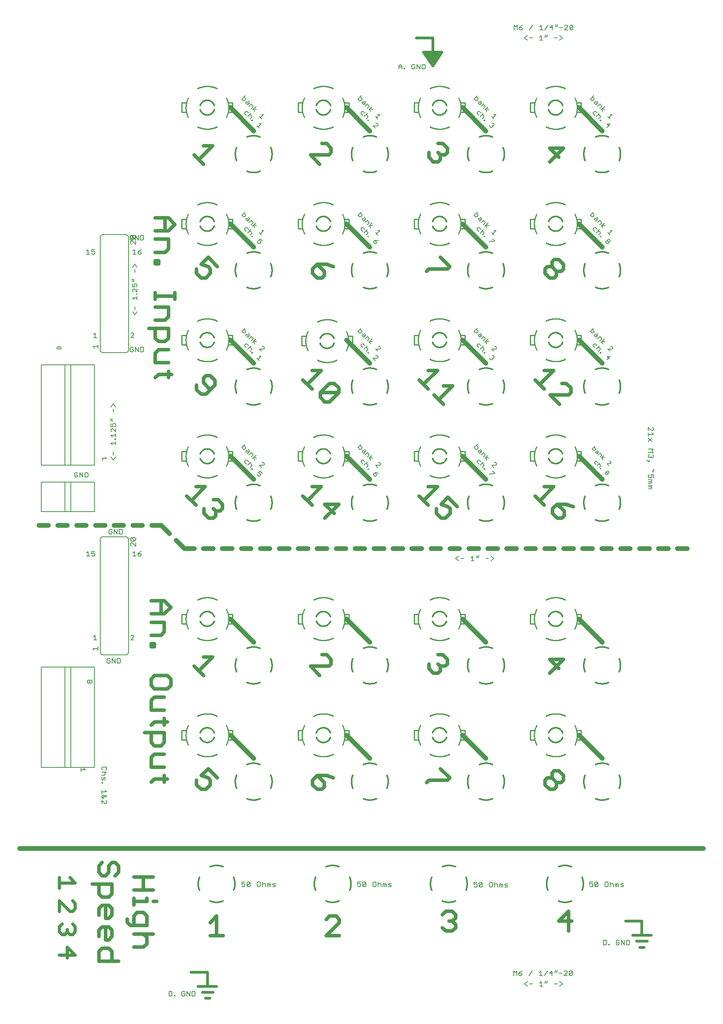
<source format=gto>
G75*
%MOIN*%
%OFA0B0*%
%FSLAX25Y25*%
%IPPOS*%
%LPD*%
%AMOC8*
5,1,8,0,0,1.08239X$1,22.5*
%
%ADD10C,0.03100*%
%ADD11C,0.03937*%
%ADD12C,0.00800*%
%ADD13C,0.00600*%
%ADD14C,0.02500*%
%ADD15C,0.02362*%
%ADD16C,0.03200*%
%ADD17C,0.01200*%
%ADD18C,0.01000*%
%ADD19C,0.00500*%
D10*
X0070070Y0052640D02*
X0070070Y0060940D01*
X0072836Y0063706D01*
X0078369Y0063706D01*
X0081136Y0060940D01*
X0081136Y0052640D01*
X0086669Y0052640D02*
X0070070Y0052640D01*
X0075603Y0070766D02*
X0075603Y0081832D01*
X0078369Y0081832D02*
X0072836Y0081832D01*
X0070070Y0079065D01*
X0070070Y0073532D01*
X0075603Y0070766D02*
X0078369Y0070766D01*
X0081136Y0073532D01*
X0081136Y0079065D01*
X0078369Y0081832D01*
X0078369Y0088892D02*
X0075603Y0088892D01*
X0075603Y0099958D01*
X0078369Y0099958D02*
X0072836Y0099958D01*
X0070070Y0097191D01*
X0070070Y0091658D01*
X0072836Y0107017D02*
X0070070Y0109784D01*
X0070070Y0118083D01*
X0064537Y0118083D02*
X0081136Y0118083D01*
X0081136Y0109784D01*
X0078369Y0107017D01*
X0072836Y0107017D01*
X0078369Y0099958D02*
X0081136Y0097191D01*
X0081136Y0091658D01*
X0078369Y0088892D01*
X0094064Y0088383D02*
X0094064Y0085616D01*
X0096831Y0082850D01*
X0110663Y0082850D01*
X0110663Y0091149D01*
X0107897Y0093916D01*
X0102364Y0093916D01*
X0099597Y0091149D01*
X0099597Y0082850D01*
X0099597Y0075790D02*
X0116196Y0075790D01*
X0110663Y0073024D02*
X0110663Y0067491D01*
X0107897Y0064724D01*
X0099597Y0064724D01*
X0107897Y0075790D02*
X0110663Y0073024D01*
X0099597Y0100467D02*
X0099597Y0106000D01*
X0099597Y0103233D02*
X0110663Y0103233D01*
X0110663Y0106000D01*
X0116196Y0103233D02*
X0118963Y0103233D01*
X0116196Y0113059D02*
X0099597Y0113059D01*
X0107897Y0113059D02*
X0107897Y0124125D01*
X0116196Y0124125D02*
X0099597Y0124125D01*
X0086669Y0127910D02*
X0083902Y0125143D01*
X0086669Y0127910D02*
X0086669Y0133443D01*
X0083902Y0136209D01*
X0081136Y0136209D01*
X0078369Y0133443D01*
X0078369Y0127910D01*
X0075603Y0125143D01*
X0072836Y0125143D01*
X0070070Y0127910D01*
X0070070Y0133443D01*
X0072836Y0136209D01*
X0114361Y0204398D02*
X0117128Y0207165D01*
X0128194Y0207165D01*
X0125427Y0209931D02*
X0125427Y0204398D01*
X0125427Y0216991D02*
X0114361Y0216991D01*
X0114361Y0225290D01*
X0117128Y0228057D01*
X0125427Y0228057D01*
X0122661Y0235117D02*
X0117128Y0235117D01*
X0114361Y0237883D01*
X0114361Y0246183D01*
X0108828Y0246183D02*
X0125427Y0246183D01*
X0125427Y0237883D01*
X0122661Y0235117D01*
X0125427Y0252733D02*
X0125427Y0258267D01*
X0128194Y0255500D02*
X0117128Y0255500D01*
X0114361Y0252733D01*
X0114361Y0265326D02*
X0125427Y0265326D01*
X0125427Y0276392D02*
X0117128Y0276392D01*
X0114361Y0273626D01*
X0114361Y0265326D01*
X0117128Y0283452D02*
X0114361Y0286218D01*
X0114361Y0291751D01*
X0117128Y0294518D01*
X0128194Y0294518D01*
X0130960Y0291751D01*
X0130960Y0286218D01*
X0128194Y0283452D01*
X0117128Y0283452D01*
X0117128Y0318940D02*
X0114361Y0318940D01*
X0114361Y0321707D01*
X0117128Y0321707D01*
X0117128Y0318940D01*
X0114361Y0328766D02*
X0122661Y0328766D01*
X0125427Y0331533D01*
X0125427Y0339832D01*
X0114361Y0339832D01*
X0114361Y0346892D02*
X0125427Y0346892D01*
X0130960Y0352425D01*
X0125427Y0357958D01*
X0114361Y0357958D01*
X0122661Y0357958D02*
X0122661Y0346892D01*
X0150848Y0302523D02*
X0158672Y0294699D01*
X0154760Y0298611D02*
X0166497Y0310348D01*
X0158672Y0310348D01*
X0162585Y0215836D02*
X0156716Y0209967D01*
X0162585Y0208011D01*
X0164541Y0206055D01*
X0164541Y0202142D01*
X0160629Y0198230D01*
X0156716Y0198230D01*
X0152804Y0202142D01*
X0152804Y0206055D01*
X0162585Y0215836D02*
X0170410Y0208011D01*
X0251229Y0206055D02*
X0251229Y0202142D01*
X0255141Y0198230D01*
X0259054Y0198230D01*
X0261010Y0200186D01*
X0261010Y0204098D01*
X0255141Y0209967D01*
X0251229Y0206055D01*
X0255141Y0209967D02*
X0262966Y0209967D01*
X0268835Y0208011D01*
X0257098Y0294699D02*
X0249273Y0302523D01*
X0264923Y0302523D01*
X0266879Y0304480D01*
X0266879Y0308392D01*
X0262966Y0312305D01*
X0259054Y0312305D01*
X0261550Y0428042D02*
X0273287Y0439779D01*
X0261550Y0439779D01*
X0269375Y0431954D01*
X0258514Y0454552D02*
X0246777Y0442815D01*
X0242864Y0446727D02*
X0250689Y0438902D01*
X0250689Y0454552D02*
X0258514Y0454552D01*
X0261550Y0526467D02*
X0257637Y0530379D01*
X0257637Y0534292D01*
X0273287Y0534292D01*
X0265462Y0526467D01*
X0261550Y0526467D01*
X0257637Y0534292D02*
X0265462Y0542117D01*
X0269375Y0542117D01*
X0273287Y0538204D01*
X0273287Y0534292D01*
X0258514Y0552977D02*
X0246777Y0541240D01*
X0242864Y0545152D02*
X0250689Y0537327D01*
X0250689Y0552977D02*
X0258514Y0552977D01*
X0259054Y0631300D02*
X0255141Y0631300D01*
X0251229Y0635213D01*
X0251229Y0639125D01*
X0255141Y0643038D01*
X0261010Y0637169D01*
X0261010Y0633257D01*
X0259054Y0631300D01*
X0262966Y0643038D02*
X0255141Y0643038D01*
X0262966Y0643038D02*
X0268835Y0641082D01*
X0257098Y0727769D02*
X0249273Y0735594D01*
X0264923Y0735594D01*
X0266879Y0737551D01*
X0266879Y0741463D01*
X0262966Y0745376D01*
X0259054Y0745376D01*
X0349654Y0737551D02*
X0349654Y0733638D01*
X0353567Y0729726D01*
X0357479Y0729726D01*
X0359435Y0731682D01*
X0359435Y0735594D01*
X0357479Y0737551D01*
X0359435Y0735594D02*
X0363348Y0735594D01*
X0365304Y0737551D01*
X0365304Y0741463D01*
X0361392Y0745376D01*
X0357479Y0745376D01*
X0359435Y0648907D02*
X0367260Y0641082D01*
X0365304Y0639125D01*
X0349654Y0639125D01*
X0347698Y0637169D01*
X0349114Y0552977D02*
X0356939Y0552977D01*
X0345202Y0541240D01*
X0341290Y0545152D02*
X0349114Y0537327D01*
X0354106Y0532336D02*
X0361931Y0524511D01*
X0358019Y0528423D02*
X0369756Y0540160D01*
X0361931Y0540160D01*
X0356939Y0454552D02*
X0349114Y0454552D01*
X0356939Y0454552D02*
X0345202Y0442815D01*
X0341290Y0446727D02*
X0349114Y0438902D01*
X0356063Y0435867D02*
X0356063Y0431954D01*
X0359975Y0428042D01*
X0363887Y0428042D01*
X0367800Y0431954D01*
X0367800Y0435867D01*
X0365844Y0437823D01*
X0359975Y0439779D01*
X0365844Y0445648D01*
X0373669Y0437823D01*
X0439715Y0446727D02*
X0447540Y0438902D01*
X0443627Y0442815D02*
X0455365Y0454552D01*
X0447540Y0454552D01*
X0458400Y0439779D02*
X0454488Y0435867D01*
X0454488Y0431954D01*
X0458400Y0428042D01*
X0462313Y0428042D01*
X0464269Y0429998D01*
X0464269Y0433910D01*
X0458400Y0439779D01*
X0466225Y0439779D01*
X0472094Y0437823D01*
X0460356Y0524511D02*
X0452532Y0532336D01*
X0468181Y0532336D01*
X0470138Y0534292D01*
X0470138Y0538204D01*
X0466225Y0542117D01*
X0462313Y0542117D01*
X0455365Y0552977D02*
X0443627Y0541240D01*
X0439715Y0545152D02*
X0447540Y0537327D01*
X0447540Y0552977D02*
X0455365Y0552977D01*
X0455904Y0631300D02*
X0451992Y0631300D01*
X0448079Y0635213D01*
X0448079Y0639125D01*
X0450036Y0641082D01*
X0453948Y0641082D01*
X0457861Y0637169D01*
X0457861Y0633257D01*
X0455904Y0631300D01*
X0457861Y0637169D02*
X0461773Y0637169D01*
X0463729Y0639125D01*
X0463729Y0643038D01*
X0459817Y0646950D01*
X0455904Y0646950D01*
X0453948Y0644994D01*
X0453948Y0641082D01*
X0451992Y0729726D02*
X0463729Y0741463D01*
X0451992Y0741463D01*
X0459817Y0733638D01*
X0463729Y0308392D02*
X0451992Y0308392D01*
X0459817Y0300567D01*
X0451992Y0296655D02*
X0463729Y0308392D01*
X0459817Y0213879D02*
X0455904Y0213879D01*
X0453948Y0211923D01*
X0453948Y0208011D01*
X0457861Y0204098D01*
X0457861Y0200186D01*
X0455904Y0198230D01*
X0451992Y0198230D01*
X0448079Y0202142D01*
X0448079Y0206055D01*
X0450036Y0208011D01*
X0453948Y0208011D01*
X0457861Y0204098D02*
X0461773Y0204098D01*
X0463729Y0206055D01*
X0463729Y0209967D01*
X0459817Y0213879D01*
X0467928Y0094846D02*
X0459629Y0086546D01*
X0470695Y0086546D01*
X0467928Y0078247D02*
X0467928Y0094846D01*
X0372270Y0092080D02*
X0372270Y0089313D01*
X0369503Y0086546D01*
X0372270Y0083780D01*
X0372270Y0081013D01*
X0369503Y0078247D01*
X0363970Y0078247D01*
X0361204Y0081013D01*
X0366737Y0086546D02*
X0369503Y0086546D01*
X0372270Y0092080D02*
X0369503Y0094846D01*
X0363970Y0094846D01*
X0361204Y0092080D01*
X0347698Y0204098D02*
X0349654Y0206055D01*
X0365304Y0206055D01*
X0367260Y0208011D01*
X0359435Y0215836D01*
X0357479Y0296655D02*
X0353567Y0296655D01*
X0349654Y0300567D01*
X0349654Y0304480D01*
X0357479Y0304480D02*
X0359435Y0302523D01*
X0359435Y0298611D01*
X0357479Y0296655D01*
X0359435Y0302523D02*
X0363348Y0302523D01*
X0365304Y0304480D01*
X0365304Y0308392D01*
X0361392Y0312305D01*
X0357479Y0312305D01*
X0271078Y0090909D02*
X0265545Y0090909D01*
X0262778Y0088143D01*
X0273845Y0085376D02*
X0262778Y0074310D01*
X0273845Y0074310D01*
X0273845Y0085376D02*
X0273845Y0088143D01*
X0271078Y0090909D01*
X0175419Y0074310D02*
X0164353Y0074310D01*
X0169886Y0074310D02*
X0169886Y0090909D01*
X0164353Y0085376D01*
X0163125Y0428042D02*
X0159212Y0431954D01*
X0159212Y0435867D01*
X0152264Y0438902D02*
X0144439Y0446727D01*
X0148352Y0442815D02*
X0160089Y0454552D01*
X0152264Y0454552D01*
X0167037Y0443692D02*
X0170950Y0443692D01*
X0174862Y0439779D01*
X0174862Y0435867D01*
X0172906Y0433910D01*
X0168993Y0433910D01*
X0168993Y0429998D01*
X0167037Y0428042D01*
X0163125Y0428042D01*
X0168993Y0433910D02*
X0167037Y0435867D01*
X0160629Y0532875D02*
X0156716Y0532875D01*
X0152804Y0536788D01*
X0152804Y0540700D01*
X0158672Y0542656D02*
X0158672Y0546569D01*
X0160629Y0548525D01*
X0164541Y0548525D01*
X0168454Y0544613D01*
X0168454Y0540700D01*
X0160629Y0532875D01*
X0164541Y0536788D02*
X0158672Y0542656D01*
X0131737Y0549692D02*
X0120671Y0549692D01*
X0117904Y0546926D01*
X0117904Y0559518D02*
X0128970Y0559518D01*
X0128970Y0552459D02*
X0128970Y0546926D01*
X0117904Y0559518D02*
X0117904Y0567818D01*
X0120671Y0570584D01*
X0128970Y0570584D01*
X0126204Y0577644D02*
X0120671Y0577644D01*
X0117904Y0580411D01*
X0117904Y0588710D01*
X0112371Y0588710D02*
X0128970Y0588710D01*
X0128970Y0580411D01*
X0126204Y0577644D01*
X0126204Y0595770D02*
X0117904Y0595770D01*
X0126204Y0595770D02*
X0128970Y0598536D01*
X0128970Y0606836D01*
X0117904Y0606836D01*
X0117904Y0613387D02*
X0117904Y0618920D01*
X0117904Y0616153D02*
X0134504Y0616153D01*
X0134504Y0613387D02*
X0134504Y0618920D01*
X0120671Y0643342D02*
X0117904Y0643342D01*
X0117904Y0646108D01*
X0120671Y0646108D01*
X0120671Y0643342D01*
X0117904Y0653168D02*
X0126204Y0653168D01*
X0128970Y0655934D01*
X0128970Y0664234D01*
X0117904Y0664234D01*
X0117904Y0671294D02*
X0128970Y0671294D01*
X0134504Y0676827D01*
X0128970Y0682360D01*
X0117904Y0682360D01*
X0126204Y0682360D02*
X0126204Y0671294D01*
X0156716Y0643038D02*
X0162585Y0641082D01*
X0164541Y0639125D01*
X0164541Y0635213D01*
X0160629Y0631300D01*
X0156716Y0631300D01*
X0152804Y0635213D01*
X0152804Y0639125D01*
X0156716Y0643038D02*
X0162585Y0648907D01*
X0170410Y0641082D01*
X0158672Y0727769D02*
X0150848Y0735594D01*
X0154760Y0731682D02*
X0166497Y0743419D01*
X0158672Y0743419D01*
D11*
X0181709Y0775516D02*
X0201394Y0755831D01*
X0181709Y0677091D02*
X0201394Y0657406D01*
X0181709Y0578665D02*
X0201394Y0558980D01*
X0181709Y0480240D02*
X0201394Y0460555D01*
X0199134Y0401894D02*
X0190939Y0401894D01*
X0183065Y0401894D02*
X0174870Y0401894D01*
X0166996Y0401894D02*
X0158801Y0401894D01*
X0150927Y0401894D02*
X0142732Y0401894D01*
X0135674Y0408952D01*
X0130106Y0414520D02*
X0123047Y0421579D01*
X0115005Y0421579D01*
X0107130Y0421579D02*
X0099088Y0421579D01*
X0091214Y0421579D02*
X0083171Y0421579D01*
X0075297Y0421579D02*
X0067254Y0421579D01*
X0059380Y0421579D02*
X0051337Y0421579D01*
X0043463Y0421579D02*
X0035421Y0421579D01*
X0027547Y0421579D02*
X0019504Y0421579D01*
X0181709Y0342445D02*
X0201394Y0322760D01*
X0207008Y0401894D02*
X0215202Y0401894D01*
X0223076Y0401894D02*
X0231271Y0401894D01*
X0239145Y0401894D02*
X0247340Y0401894D01*
X0255214Y0401894D02*
X0263409Y0401894D01*
X0271283Y0401894D02*
X0279478Y0401894D01*
X0287352Y0401894D02*
X0295547Y0401894D01*
X0303421Y0401894D02*
X0311615Y0401894D01*
X0319489Y0401894D02*
X0327684Y0401894D01*
X0335558Y0401894D02*
X0343753Y0401894D01*
X0351627Y0401894D02*
X0359822Y0401894D01*
X0367696Y0401894D02*
X0375891Y0401894D01*
X0383765Y0401894D02*
X0391959Y0401894D01*
X0399833Y0401894D02*
X0408028Y0401894D01*
X0415902Y0401894D02*
X0424097Y0401894D01*
X0431971Y0401894D02*
X0440166Y0401894D01*
X0448040Y0401894D02*
X0456235Y0401894D01*
X0464109Y0401894D02*
X0472304Y0401894D01*
X0480178Y0401894D02*
X0488372Y0401894D01*
X0496246Y0401894D02*
X0504441Y0401894D01*
X0512315Y0401894D02*
X0520510Y0401894D01*
X0528384Y0401894D02*
X0536579Y0401894D01*
X0544453Y0401894D02*
X0552648Y0401894D01*
X0560522Y0401894D02*
X0568717Y0401894D01*
X0496669Y0460555D02*
X0476984Y0480240D01*
X0496669Y0558980D02*
X0476984Y0578665D01*
X0496669Y0657406D02*
X0476984Y0677091D01*
X0496669Y0755831D02*
X0476984Y0775516D01*
X0398244Y0755831D02*
X0378559Y0775516D01*
X0378559Y0677091D02*
X0398244Y0657406D01*
X0378559Y0578665D02*
X0398244Y0558980D01*
X0378559Y0480240D02*
X0398244Y0460555D01*
X0378559Y0342445D02*
X0398244Y0322760D01*
X0378559Y0244020D02*
X0398244Y0224335D01*
X0476984Y0244020D02*
X0496669Y0224335D01*
X0496669Y0322760D02*
X0476984Y0342445D01*
X0582496Y0147957D02*
X0002969Y0147957D01*
X0181709Y0244020D02*
X0201394Y0224335D01*
X0280134Y0244020D02*
X0299819Y0224335D01*
X0299819Y0322760D02*
X0280134Y0342445D01*
X0299819Y0460555D02*
X0280134Y0480240D01*
X0299819Y0558980D02*
X0280134Y0578665D01*
X0299819Y0657406D02*
X0280134Y0677091D01*
X0299819Y0755831D02*
X0280134Y0775516D01*
D12*
X0289742Y0782817D02*
X0291131Y0781428D01*
X0292057Y0781428D01*
X0292983Y0782354D01*
X0292983Y0783280D01*
X0291594Y0784669D01*
X0292520Y0785595D02*
X0289742Y0782817D01*
X0293281Y0780204D02*
X0294207Y0780204D01*
X0295596Y0778815D01*
X0296059Y0779278D02*
X0294670Y0777890D01*
X0293281Y0779278D01*
X0293281Y0780204D01*
X0295133Y0781130D02*
X0296059Y0780204D01*
X0296059Y0779278D01*
X0297746Y0778517D02*
X0299135Y0777128D01*
X0299135Y0776202D01*
X0297746Y0774814D01*
X0298971Y0773589D02*
X0301748Y0776366D01*
X0302211Y0774052D02*
X0299896Y0774515D01*
X0300359Y0772200D01*
X0297647Y0770625D02*
X0294869Y0767848D01*
X0293645Y0769072D02*
X0292256Y0770461D01*
X0292256Y0771387D01*
X0293182Y0772313D01*
X0294108Y0772313D01*
X0295496Y0770924D01*
X0296258Y0769237D02*
X0297184Y0769237D01*
X0298109Y0768311D01*
X0298109Y0767385D01*
X0296721Y0765996D01*
X0297945Y0764772D02*
X0298408Y0764309D01*
X0298871Y0764772D01*
X0298408Y0765235D01*
X0297945Y0764772D01*
X0302559Y0760158D02*
X0306262Y0760158D01*
X0306725Y0760621D01*
X0306725Y0761546D01*
X0305800Y0762472D01*
X0304874Y0762472D01*
X0302559Y0760158D02*
X0304411Y0758306D01*
X0306461Y0766098D02*
X0304610Y0767950D01*
X0305536Y0767024D02*
X0308313Y0769801D01*
X0306461Y0769801D01*
X0297746Y0778517D02*
X0295895Y0776665D01*
X0324476Y0808199D02*
X0324476Y0810818D01*
X0325786Y0812127D01*
X0327095Y0810818D01*
X0327095Y0808199D01*
X0328827Y0808199D02*
X0329481Y0808199D01*
X0329481Y0808854D01*
X0328827Y0808854D01*
X0328827Y0808199D01*
X0327095Y0810163D02*
X0324476Y0810163D01*
X0335352Y0808854D02*
X0336006Y0808199D01*
X0337316Y0808199D01*
X0337970Y0808854D01*
X0337970Y0810163D01*
X0336661Y0810163D01*
X0335352Y0811472D02*
X0335352Y0808854D01*
X0335352Y0811472D02*
X0336006Y0812127D01*
X0337316Y0812127D01*
X0337970Y0811472D01*
X0339702Y0812127D02*
X0342320Y0808199D01*
X0342320Y0812127D01*
X0344052Y0812127D02*
X0346016Y0812127D01*
X0346671Y0811472D01*
X0346671Y0808854D01*
X0346016Y0808199D01*
X0344052Y0808199D01*
X0344052Y0812127D01*
X0339702Y0812127D02*
X0339702Y0808199D01*
X0388168Y0782817D02*
X0389556Y0781428D01*
X0390482Y0781428D01*
X0391408Y0782354D01*
X0391408Y0783280D01*
X0390019Y0784669D01*
X0390945Y0785595D02*
X0388168Y0782817D01*
X0391707Y0780204D02*
X0392632Y0780204D01*
X0394021Y0778815D01*
X0394484Y0779278D02*
X0393095Y0777890D01*
X0391707Y0779278D01*
X0391707Y0780204D01*
X0393558Y0781130D02*
X0394484Y0780204D01*
X0394484Y0779278D01*
X0396171Y0778517D02*
X0397560Y0777128D01*
X0397560Y0776202D01*
X0396171Y0774814D01*
X0397396Y0773589D02*
X0400173Y0776366D01*
X0400636Y0774052D02*
X0398322Y0774515D01*
X0398784Y0772200D01*
X0396072Y0770625D02*
X0393294Y0767848D01*
X0392070Y0769072D02*
X0390681Y0770461D01*
X0390681Y0771387D01*
X0391607Y0772313D01*
X0392533Y0772313D01*
X0393921Y0770924D01*
X0394683Y0769237D02*
X0395609Y0769237D01*
X0396535Y0768311D01*
X0396535Y0767385D01*
X0395146Y0765996D01*
X0396370Y0764772D02*
X0396833Y0764309D01*
X0397296Y0764772D01*
X0396833Y0765235D01*
X0396370Y0764772D01*
X0401447Y0760621D02*
X0401447Y0759695D01*
X0402373Y0758769D01*
X0403299Y0758769D01*
X0403762Y0759232D01*
X0403762Y0760158D01*
X0403299Y0760621D01*
X0403762Y0760158D02*
X0404688Y0760158D01*
X0405150Y0760621D01*
X0405150Y0761546D01*
X0404225Y0762472D01*
X0403299Y0762472D01*
X0404887Y0766098D02*
X0403035Y0767950D01*
X0403961Y0767024D02*
X0406738Y0769801D01*
X0404887Y0769801D01*
X0396171Y0778517D02*
X0394320Y0776665D01*
X0433437Y0832609D02*
X0430819Y0834573D01*
X0433437Y0836536D01*
X0435169Y0834573D02*
X0437787Y0834573D01*
X0443869Y0835227D02*
X0445178Y0836536D01*
X0445178Y0832609D01*
X0443869Y0832609D02*
X0446488Y0832609D01*
X0448219Y0835227D02*
X0448874Y0835882D01*
X0448874Y0837191D01*
X0450183Y0837191D02*
X0450183Y0835882D01*
X0449528Y0835227D01*
X0448219Y0841270D02*
X0450838Y0845198D01*
X0452569Y0843234D02*
X0455188Y0843234D01*
X0456920Y0843889D02*
X0457574Y0844543D01*
X0457574Y0845852D01*
X0458883Y0845852D02*
X0458883Y0844543D01*
X0458229Y0843889D01*
X0460545Y0843234D02*
X0463163Y0843234D01*
X0464895Y0844543D02*
X0465549Y0845198D01*
X0466859Y0845198D01*
X0467513Y0844543D01*
X0467513Y0843889D01*
X0464895Y0841270D01*
X0467513Y0841270D01*
X0469245Y0841925D02*
X0471864Y0844543D01*
X0471864Y0841925D01*
X0471209Y0841270D01*
X0469900Y0841270D01*
X0469245Y0841925D01*
X0469245Y0844543D01*
X0469900Y0845198D01*
X0471209Y0845198D01*
X0471864Y0844543D01*
X0463163Y0834573D02*
X0460545Y0832609D01*
X0458813Y0834573D02*
X0456195Y0834573D01*
X0460545Y0836536D02*
X0463163Y0834573D01*
X0454533Y0841270D02*
X0454533Y0845198D01*
X0452569Y0843234D01*
X0446488Y0841270D02*
X0443869Y0841270D01*
X0445178Y0841270D02*
X0445178Y0845198D01*
X0443869Y0843889D01*
X0437787Y0845198D02*
X0435169Y0841270D01*
X0429087Y0841925D02*
X0429087Y0842579D01*
X0428432Y0843234D01*
X0426468Y0843234D01*
X0426468Y0841925D01*
X0427123Y0841270D01*
X0428432Y0841270D01*
X0429087Y0841925D01*
X0427778Y0844543D02*
X0426468Y0843234D01*
X0427778Y0844543D02*
X0429087Y0845198D01*
X0424737Y0845198D02*
X0424737Y0841270D01*
X0422118Y0841270D02*
X0422118Y0845198D01*
X0423427Y0843889D01*
X0424737Y0845198D01*
X0486593Y0782817D02*
X0487982Y0781428D01*
X0488907Y0781428D01*
X0489833Y0782354D01*
X0489833Y0783280D01*
X0488444Y0784669D01*
X0489370Y0785595D02*
X0486593Y0782817D01*
X0490132Y0780204D02*
X0491058Y0780204D01*
X0492446Y0778815D01*
X0492909Y0779278D02*
X0491520Y0777890D01*
X0490132Y0779278D01*
X0490132Y0780204D01*
X0491983Y0781130D02*
X0492909Y0780204D01*
X0492909Y0779278D01*
X0494596Y0778517D02*
X0495985Y0777128D01*
X0495985Y0776202D01*
X0494596Y0774814D01*
X0495821Y0773589D02*
X0498598Y0776366D01*
X0499061Y0774052D02*
X0496747Y0774515D01*
X0497210Y0772200D01*
X0494497Y0770625D02*
X0491720Y0767848D01*
X0490495Y0769072D02*
X0489106Y0770461D01*
X0489106Y0771387D01*
X0490032Y0772313D01*
X0490958Y0772313D01*
X0492347Y0770924D01*
X0493108Y0769237D02*
X0494034Y0769237D01*
X0494960Y0768311D01*
X0494960Y0767385D01*
X0493571Y0765996D01*
X0494796Y0764772D02*
X0495259Y0764309D01*
X0495721Y0764772D01*
X0495259Y0765235D01*
X0494796Y0764772D01*
X0500798Y0761546D02*
X0502650Y0759695D01*
X0503576Y0761546D02*
X0500798Y0758769D01*
X0500798Y0761546D02*
X0503576Y0761546D01*
X0503312Y0766098D02*
X0501460Y0767950D01*
X0502386Y0767024D02*
X0505163Y0769801D01*
X0503312Y0769801D01*
X0494596Y0778517D02*
X0492745Y0776665D01*
X0489370Y0687169D02*
X0486593Y0684392D01*
X0487982Y0683003D01*
X0488907Y0683003D01*
X0489833Y0683929D01*
X0489833Y0684855D01*
X0488444Y0686244D01*
X0490132Y0681779D02*
X0491058Y0681779D01*
X0492446Y0680390D01*
X0492909Y0680853D02*
X0491520Y0679464D01*
X0490132Y0680853D01*
X0490132Y0681779D01*
X0491983Y0682705D02*
X0492909Y0681779D01*
X0492909Y0680853D01*
X0494596Y0680091D02*
X0495985Y0678703D01*
X0495985Y0677777D01*
X0494596Y0676388D01*
X0495821Y0675164D02*
X0498598Y0677941D01*
X0499061Y0675627D02*
X0496747Y0676090D01*
X0497210Y0673775D01*
X0494497Y0672200D02*
X0491720Y0669423D01*
X0490495Y0670647D02*
X0489106Y0672036D01*
X0489106Y0672962D01*
X0490032Y0673887D01*
X0490958Y0673887D01*
X0492347Y0672499D01*
X0493108Y0670811D02*
X0494034Y0670811D01*
X0494960Y0669886D01*
X0494960Y0668960D01*
X0493571Y0667571D01*
X0494796Y0666347D02*
X0495259Y0665884D01*
X0495721Y0666347D01*
X0495259Y0666810D01*
X0494796Y0666347D01*
X0499873Y0662195D02*
X0500335Y0662658D01*
X0501261Y0662658D01*
X0502187Y0661733D01*
X0502187Y0660807D01*
X0501724Y0660344D01*
X0500798Y0660344D01*
X0499873Y0661270D01*
X0499873Y0662195D01*
X0501261Y0662658D02*
X0501261Y0663584D01*
X0501724Y0664047D01*
X0502650Y0664047D01*
X0503576Y0663121D01*
X0503576Y0662195D01*
X0503113Y0661733D01*
X0502187Y0661733D01*
X0503312Y0667673D02*
X0501460Y0669524D01*
X0502386Y0668599D02*
X0505163Y0671376D01*
X0503312Y0671376D01*
X0494596Y0680091D02*
X0492745Y0678240D01*
X0489370Y0588744D02*
X0486593Y0585967D01*
X0487982Y0584578D01*
X0488907Y0584578D01*
X0489833Y0585504D01*
X0489833Y0586430D01*
X0488444Y0587818D01*
X0490132Y0583354D02*
X0491058Y0583354D01*
X0492446Y0581965D01*
X0492909Y0582428D02*
X0491520Y0581039D01*
X0490132Y0582428D01*
X0490132Y0583354D01*
X0491983Y0584279D02*
X0492909Y0583354D01*
X0492909Y0582428D01*
X0494596Y0581666D02*
X0495985Y0580278D01*
X0495985Y0579352D01*
X0494596Y0577963D01*
X0495821Y0576739D02*
X0498598Y0579516D01*
X0499061Y0577202D02*
X0496747Y0577664D01*
X0497210Y0575350D01*
X0494497Y0573775D02*
X0491720Y0570998D01*
X0490495Y0572222D02*
X0489106Y0573611D01*
X0489106Y0574536D01*
X0490032Y0575462D01*
X0490958Y0575462D01*
X0492347Y0574074D01*
X0493108Y0572386D02*
X0494034Y0572386D01*
X0494960Y0571460D01*
X0494960Y0570535D01*
X0493571Y0569146D01*
X0494796Y0567921D02*
X0495259Y0567459D01*
X0495721Y0567921D01*
X0495259Y0568384D01*
X0494796Y0567921D01*
X0500798Y0564696D02*
X0502650Y0562845D01*
X0503576Y0564696D02*
X0500798Y0561919D01*
X0500798Y0564696D02*
X0503576Y0564696D01*
X0503312Y0569248D02*
X0501460Y0571099D01*
X0505163Y0571099D01*
X0505626Y0571562D01*
X0505626Y0572488D01*
X0504701Y0573414D01*
X0503775Y0573414D01*
X0494596Y0581666D02*
X0492745Y0579815D01*
X0535908Y0504728D02*
X0538710Y0501926D01*
X0539411Y0501926D01*
X0540111Y0502626D01*
X0540111Y0504027D01*
X0539411Y0504728D01*
X0535908Y0504728D02*
X0535908Y0501926D01*
X0535908Y0500124D02*
X0535908Y0497322D01*
X0535908Y0498723D02*
X0540111Y0498723D01*
X0538710Y0500124D01*
X0538710Y0495520D02*
X0535908Y0492718D01*
X0535908Y0495520D02*
X0538710Y0492718D01*
X0540111Y0486312D02*
X0535908Y0486312D01*
X0535908Y0483510D02*
X0540111Y0483510D01*
X0538710Y0484911D01*
X0540111Y0486312D01*
X0539411Y0481708D02*
X0540111Y0481008D01*
X0540111Y0479607D01*
X0539411Y0478906D01*
X0538710Y0478906D01*
X0538010Y0479607D01*
X0537309Y0478906D01*
X0536608Y0478906D01*
X0535908Y0479607D01*
X0535908Y0481008D01*
X0536608Y0481708D01*
X0538010Y0480307D02*
X0538010Y0479607D01*
X0536608Y0476404D02*
X0535908Y0476404D01*
X0535908Y0475703D01*
X0536608Y0475703D01*
X0536608Y0476404D01*
X0535908Y0475703D02*
X0534507Y0477104D01*
X0540111Y0469431D02*
X0540812Y0468731D01*
X0539411Y0467329D01*
X0540111Y0466629D01*
X0540111Y0464827D02*
X0538010Y0464827D01*
X0538710Y0463426D01*
X0538710Y0462725D01*
X0538010Y0462025D01*
X0536608Y0462025D01*
X0535908Y0462725D01*
X0535908Y0464127D01*
X0536608Y0464827D01*
X0540111Y0464827D02*
X0540111Y0462025D01*
X0538710Y0460223D02*
X0538710Y0459523D01*
X0538010Y0458822D01*
X0538710Y0458122D01*
X0538010Y0457421D01*
X0535908Y0457421D01*
X0535908Y0458822D02*
X0538010Y0458822D01*
X0538710Y0460223D02*
X0535908Y0460223D01*
X0535908Y0455619D02*
X0538710Y0455619D01*
X0538710Y0454919D01*
X0538010Y0454218D01*
X0538710Y0453518D01*
X0538010Y0452817D01*
X0535908Y0452817D01*
X0535908Y0454218D02*
X0538010Y0454218D01*
X0407201Y0473137D02*
X0407201Y0474063D01*
X0406275Y0474988D01*
X0405350Y0474988D01*
X0407201Y0473137D02*
X0406738Y0472674D01*
X0403035Y0472674D01*
X0404887Y0470822D01*
X0403762Y0467660D02*
X0405613Y0465808D01*
X0405150Y0465345D01*
X0401447Y0465345D01*
X0400984Y0464882D01*
X0396833Y0469033D02*
X0396370Y0469496D01*
X0396833Y0469959D01*
X0397296Y0469496D01*
X0396833Y0469033D01*
X0395146Y0470721D02*
X0396535Y0472109D01*
X0396535Y0473035D01*
X0395609Y0473961D01*
X0394683Y0473961D01*
X0393921Y0475648D02*
X0392533Y0477037D01*
X0391607Y0477037D01*
X0390681Y0476111D01*
X0390681Y0475185D01*
X0392070Y0473797D01*
X0393294Y0472572D02*
X0396072Y0475350D01*
X0398784Y0476925D02*
X0398322Y0479239D01*
X0400636Y0478776D01*
X0400173Y0481091D02*
X0397396Y0478313D01*
X0396171Y0479538D02*
X0397560Y0480927D01*
X0397560Y0481852D01*
X0396171Y0483241D01*
X0394320Y0481389D01*
X0393095Y0482614D02*
X0391707Y0484003D01*
X0391707Y0484928D01*
X0392632Y0484928D01*
X0394021Y0483540D01*
X0394484Y0484003D02*
X0393095Y0482614D01*
X0394484Y0484003D02*
X0394484Y0484928D01*
X0393558Y0485854D01*
X0391408Y0487079D02*
X0391408Y0488004D01*
X0390019Y0489393D01*
X0390945Y0490319D02*
X0388168Y0487542D01*
X0389556Y0486153D01*
X0390482Y0486153D01*
X0391408Y0487079D01*
X0402373Y0561919D02*
X0401447Y0562845D01*
X0401447Y0563770D01*
X0403299Y0563770D02*
X0403762Y0563307D01*
X0403762Y0562382D01*
X0403299Y0561919D01*
X0402373Y0561919D01*
X0403762Y0563307D02*
X0404688Y0563307D01*
X0405150Y0563770D01*
X0405150Y0564696D01*
X0404225Y0565622D01*
X0403299Y0565622D01*
X0404887Y0569248D02*
X0403035Y0571099D01*
X0406738Y0571099D01*
X0407201Y0571562D01*
X0407201Y0572488D01*
X0406275Y0573414D01*
X0405350Y0573414D01*
X0400636Y0577202D02*
X0398322Y0577664D01*
X0398784Y0575350D01*
X0397396Y0576739D02*
X0400173Y0579516D01*
X0397560Y0579352D02*
X0396171Y0577963D01*
X0397560Y0579352D02*
X0397560Y0580278D01*
X0396171Y0581666D01*
X0394320Y0579815D01*
X0393095Y0581039D02*
X0391707Y0582428D01*
X0391707Y0583354D01*
X0392632Y0583354D01*
X0394021Y0581965D01*
X0394484Y0582428D02*
X0393095Y0581039D01*
X0394484Y0582428D02*
X0394484Y0583354D01*
X0393558Y0584279D01*
X0391408Y0585504D02*
X0391408Y0586430D01*
X0390019Y0587818D01*
X0390945Y0588744D02*
X0388168Y0585967D01*
X0389556Y0584578D01*
X0390482Y0584578D01*
X0391408Y0585504D01*
X0391607Y0575462D02*
X0390681Y0574536D01*
X0390681Y0573611D01*
X0392070Y0572222D01*
X0393294Y0570998D02*
X0396072Y0573775D01*
X0395609Y0572386D02*
X0396535Y0571460D01*
X0396535Y0570535D01*
X0395146Y0569146D01*
X0396370Y0567921D02*
X0396833Y0567459D01*
X0397296Y0567921D01*
X0396833Y0568384D01*
X0396370Y0567921D01*
X0395609Y0572386D02*
X0394683Y0572386D01*
X0393921Y0574074D02*
X0392533Y0575462D01*
X0391607Y0575462D01*
X0400984Y0661733D02*
X0401447Y0662195D01*
X0405150Y0662195D01*
X0405613Y0662658D01*
X0403762Y0664510D01*
X0404887Y0667673D02*
X0403035Y0669524D01*
X0403961Y0668599D02*
X0406738Y0671376D01*
X0404887Y0671376D01*
X0400636Y0675627D02*
X0398322Y0676090D01*
X0398784Y0673775D01*
X0397396Y0675164D02*
X0400173Y0677941D01*
X0397560Y0677777D02*
X0396171Y0676388D01*
X0397560Y0677777D02*
X0397560Y0678703D01*
X0396171Y0680091D01*
X0394320Y0678240D01*
X0393095Y0679464D02*
X0391707Y0680853D01*
X0391707Y0681779D01*
X0392632Y0681779D01*
X0394021Y0680390D01*
X0394484Y0680853D02*
X0393095Y0679464D01*
X0394484Y0680853D02*
X0394484Y0681779D01*
X0393558Y0682705D01*
X0391408Y0683929D02*
X0391408Y0684855D01*
X0390019Y0686244D01*
X0390945Y0687169D02*
X0388168Y0684392D01*
X0389556Y0683003D01*
X0390482Y0683003D01*
X0391408Y0683929D01*
X0391607Y0673887D02*
X0390681Y0672962D01*
X0390681Y0672036D01*
X0392070Y0670647D01*
X0393294Y0669423D02*
X0396072Y0672200D01*
X0395609Y0670811D02*
X0396535Y0669886D01*
X0396535Y0668960D01*
X0395146Y0667571D01*
X0396370Y0666347D02*
X0396833Y0665884D01*
X0397296Y0666347D01*
X0396833Y0666810D01*
X0396370Y0666347D01*
X0395609Y0670811D02*
X0394683Y0670811D01*
X0393921Y0672499D02*
X0392533Y0673887D01*
X0391607Y0673887D01*
X0308313Y0671376D02*
X0305536Y0668599D01*
X0304610Y0669524D02*
X0306461Y0667673D01*
X0306461Y0671376D02*
X0308313Y0671376D01*
X0302211Y0675627D02*
X0299896Y0676090D01*
X0300359Y0673775D01*
X0298971Y0675164D02*
X0301748Y0677941D01*
X0299135Y0677777D02*
X0297746Y0676388D01*
X0299135Y0677777D02*
X0299135Y0678703D01*
X0297746Y0680091D01*
X0295895Y0678240D01*
X0294670Y0679464D02*
X0293281Y0680853D01*
X0293281Y0681779D01*
X0294207Y0681779D01*
X0295596Y0680390D01*
X0296059Y0680853D02*
X0294670Y0679464D01*
X0296059Y0680853D02*
X0296059Y0681779D01*
X0295133Y0682705D01*
X0292983Y0683929D02*
X0292983Y0684855D01*
X0291594Y0686244D01*
X0292520Y0687169D02*
X0289742Y0684392D01*
X0291131Y0683003D01*
X0292057Y0683003D01*
X0292983Y0683929D01*
X0293182Y0673887D02*
X0292256Y0672962D01*
X0292256Y0672036D01*
X0293645Y0670647D01*
X0294869Y0669423D02*
X0297647Y0672200D01*
X0297184Y0670811D02*
X0298109Y0669886D01*
X0298109Y0668960D01*
X0296721Y0667571D01*
X0297945Y0666347D02*
X0298408Y0665884D01*
X0298871Y0666347D01*
X0298408Y0666810D01*
X0297945Y0666347D01*
X0297184Y0670811D02*
X0296258Y0670811D01*
X0295496Y0672499D02*
X0294108Y0673887D01*
X0293182Y0673887D01*
X0303948Y0663121D02*
X0305337Y0661733D01*
X0305337Y0660807D01*
X0304874Y0660344D01*
X0303948Y0660344D01*
X0303022Y0661270D01*
X0303022Y0662195D01*
X0303948Y0663121D01*
X0305800Y0663121D01*
X0307188Y0662658D01*
X0292520Y0588744D02*
X0289742Y0585967D01*
X0291131Y0584578D01*
X0292057Y0584578D01*
X0292983Y0585504D01*
X0292983Y0586430D01*
X0291594Y0587818D01*
X0293281Y0583354D02*
X0294207Y0583354D01*
X0295596Y0581965D01*
X0296059Y0582428D02*
X0294670Y0581039D01*
X0293281Y0582428D01*
X0293281Y0583354D01*
X0295133Y0584279D02*
X0296059Y0583354D01*
X0296059Y0582428D01*
X0297746Y0581666D02*
X0299135Y0580278D01*
X0299135Y0579352D01*
X0297746Y0577963D01*
X0298971Y0576739D02*
X0301748Y0579516D01*
X0302211Y0577202D02*
X0299896Y0577664D01*
X0300359Y0575350D01*
X0297647Y0573775D02*
X0294869Y0570998D01*
X0293645Y0572222D02*
X0292256Y0573611D01*
X0292256Y0574536D01*
X0293182Y0575462D01*
X0294108Y0575462D01*
X0295496Y0574074D01*
X0296258Y0572386D02*
X0297184Y0572386D01*
X0298109Y0571460D01*
X0298109Y0570535D01*
X0296721Y0569146D01*
X0297945Y0567921D02*
X0298408Y0567459D01*
X0298871Y0567921D01*
X0298408Y0568384D01*
X0297945Y0567921D01*
X0302559Y0563307D02*
X0306262Y0563307D01*
X0306725Y0563770D01*
X0306725Y0564696D01*
X0305800Y0565622D01*
X0304874Y0565622D01*
X0302559Y0563307D02*
X0304411Y0561456D01*
X0306461Y0569248D02*
X0304610Y0571099D01*
X0308313Y0571099D01*
X0308776Y0571562D01*
X0308776Y0572488D01*
X0307850Y0573414D01*
X0306924Y0573414D01*
X0297746Y0581666D02*
X0295895Y0579815D01*
X0292520Y0490319D02*
X0289742Y0487542D01*
X0291131Y0486153D01*
X0292057Y0486153D01*
X0292983Y0487079D01*
X0292983Y0488004D01*
X0291594Y0489393D01*
X0293281Y0484928D02*
X0294207Y0484928D01*
X0295596Y0483540D01*
X0296059Y0484003D02*
X0294670Y0482614D01*
X0293281Y0484003D01*
X0293281Y0484928D01*
X0295133Y0485854D02*
X0296059Y0484928D01*
X0296059Y0484003D01*
X0297746Y0483241D02*
X0299135Y0481852D01*
X0299135Y0480927D01*
X0297746Y0479538D01*
X0298971Y0478313D02*
X0301748Y0481091D01*
X0302211Y0478776D02*
X0299896Y0479239D01*
X0300359Y0476925D01*
X0297647Y0475350D02*
X0294869Y0472572D01*
X0293645Y0473797D02*
X0292256Y0475185D01*
X0292256Y0476111D01*
X0293182Y0477037D01*
X0294108Y0477037D01*
X0295496Y0475648D01*
X0296258Y0473961D02*
X0297184Y0473961D01*
X0298109Y0473035D01*
X0298109Y0472109D01*
X0296721Y0470721D01*
X0297945Y0469496D02*
X0298408Y0469033D01*
X0298871Y0469496D01*
X0298408Y0469959D01*
X0297945Y0469496D01*
X0303022Y0465345D02*
X0303022Y0464419D01*
X0303948Y0463494D01*
X0304874Y0463494D01*
X0305337Y0463956D01*
X0305337Y0464882D01*
X0303948Y0466271D01*
X0303022Y0465345D01*
X0303948Y0466271D02*
X0305800Y0466271D01*
X0307188Y0465808D01*
X0306461Y0470822D02*
X0304610Y0472674D01*
X0308313Y0472674D01*
X0308776Y0473137D01*
X0308776Y0474063D01*
X0307850Y0474988D01*
X0306924Y0474988D01*
X0297746Y0483241D02*
X0295895Y0481389D01*
X0372551Y0393628D02*
X0375169Y0391664D01*
X0376901Y0393628D02*
X0379519Y0393628D01*
X0375169Y0395592D02*
X0372551Y0393628D01*
X0385601Y0394282D02*
X0386911Y0395592D01*
X0386911Y0391664D01*
X0388220Y0391664D02*
X0385601Y0391664D01*
X0389951Y0394282D02*
X0390606Y0394937D01*
X0390606Y0396246D01*
X0391915Y0396246D02*
X0391915Y0394937D01*
X0391261Y0394282D01*
X0397927Y0393628D02*
X0400545Y0393628D01*
X0402277Y0395592D02*
X0404895Y0393628D01*
X0402277Y0391664D01*
X0401848Y0119214D02*
X0401193Y0118559D01*
X0401193Y0115940D01*
X0401848Y0115286D01*
X0403157Y0115286D01*
X0403812Y0115940D01*
X0403812Y0118559D01*
X0403157Y0119214D01*
X0401848Y0119214D01*
X0405544Y0119214D02*
X0405544Y0115286D01*
X0405544Y0117250D02*
X0406198Y0117904D01*
X0407507Y0117904D01*
X0408162Y0117250D01*
X0408162Y0115286D01*
X0409894Y0115286D02*
X0409894Y0117904D01*
X0410548Y0117904D01*
X0411203Y0117250D01*
X0411858Y0117904D01*
X0412512Y0117250D01*
X0412512Y0115286D01*
X0411203Y0115286D02*
X0411203Y0117250D01*
X0414244Y0117250D02*
X0414899Y0117904D01*
X0416862Y0117904D01*
X0416208Y0116595D02*
X0414899Y0116595D01*
X0414244Y0117250D01*
X0414244Y0115286D02*
X0416208Y0115286D01*
X0416862Y0115940D01*
X0416208Y0116595D01*
X0395112Y0115940D02*
X0394457Y0115286D01*
X0393148Y0115286D01*
X0392493Y0115940D01*
X0395112Y0118559D01*
X0395112Y0115940D01*
X0392493Y0115940D02*
X0392493Y0118559D01*
X0393148Y0119214D01*
X0394457Y0119214D01*
X0395112Y0118559D01*
X0390761Y0119214D02*
X0388143Y0119214D01*
X0388143Y0117250D01*
X0389452Y0117904D01*
X0390107Y0117904D01*
X0390761Y0117250D01*
X0390761Y0115940D01*
X0390107Y0115286D01*
X0388798Y0115286D01*
X0388143Y0115940D01*
X0421724Y0044410D02*
X0423034Y0043101D01*
X0424343Y0044410D01*
X0424343Y0040483D01*
X0426075Y0041137D02*
X0426729Y0040483D01*
X0428039Y0040483D01*
X0428693Y0041137D01*
X0428693Y0041792D01*
X0428039Y0042447D01*
X0426075Y0042447D01*
X0426075Y0041137D01*
X0426075Y0042447D02*
X0427384Y0043756D01*
X0428693Y0044410D01*
X0421724Y0044410D02*
X0421724Y0040483D01*
X0430819Y0033391D02*
X0433437Y0031428D01*
X0435169Y0033391D02*
X0437787Y0033391D01*
X0433437Y0035355D02*
X0430819Y0033391D01*
X0434775Y0040483D02*
X0437393Y0044410D01*
X0443475Y0043101D02*
X0444785Y0044410D01*
X0444785Y0040483D01*
X0446094Y0040483D02*
X0443475Y0040483D01*
X0447825Y0040483D02*
X0450444Y0044410D01*
X0452176Y0042447D02*
X0454794Y0042447D01*
X0456526Y0043101D02*
X0457180Y0043756D01*
X0457180Y0045065D01*
X0458490Y0045065D02*
X0458490Y0043756D01*
X0457835Y0043101D01*
X0460151Y0042447D02*
X0462769Y0042447D01*
X0464501Y0043756D02*
X0465156Y0044410D01*
X0466465Y0044410D01*
X0467120Y0043756D01*
X0467120Y0043101D01*
X0464501Y0040483D01*
X0467120Y0040483D01*
X0468851Y0041137D02*
X0471470Y0043756D01*
X0471470Y0041137D01*
X0470815Y0040483D01*
X0469506Y0040483D01*
X0468851Y0041137D01*
X0468851Y0043756D01*
X0469506Y0044410D01*
X0470815Y0044410D01*
X0471470Y0043756D01*
X0463163Y0033391D02*
X0460545Y0031428D01*
X0458813Y0033391D02*
X0456195Y0033391D01*
X0460545Y0035355D02*
X0463163Y0033391D01*
X0454140Y0040483D02*
X0454140Y0044410D01*
X0452176Y0042447D01*
X0450183Y0036010D02*
X0450183Y0034701D01*
X0449528Y0034046D01*
X0448874Y0034701D02*
X0448219Y0034046D01*
X0448874Y0034701D02*
X0448874Y0036010D01*
X0445178Y0035355D02*
X0443869Y0034046D01*
X0445178Y0035355D02*
X0445178Y0031428D01*
X0443869Y0031428D02*
X0446488Y0031428D01*
X0497705Y0066467D02*
X0499669Y0066467D01*
X0500323Y0067122D01*
X0500323Y0069740D01*
X0499669Y0070395D01*
X0497705Y0070395D01*
X0497705Y0066467D01*
X0502055Y0066467D02*
X0502710Y0066467D01*
X0502710Y0067122D01*
X0502055Y0067122D01*
X0502055Y0066467D01*
X0508580Y0067122D02*
X0509235Y0066467D01*
X0510544Y0066467D01*
X0511199Y0067122D01*
X0511199Y0068431D01*
X0509889Y0068431D01*
X0508580Y0069740D02*
X0508580Y0067122D01*
X0508580Y0069740D02*
X0509235Y0070395D01*
X0510544Y0070395D01*
X0511199Y0069740D01*
X0512930Y0070395D02*
X0515549Y0066467D01*
X0515549Y0070395D01*
X0517281Y0070395D02*
X0519244Y0070395D01*
X0519899Y0069740D01*
X0519899Y0067122D01*
X0519244Y0066467D01*
X0517281Y0066467D01*
X0517281Y0070395D01*
X0512930Y0070395D02*
X0512930Y0066467D01*
X0512275Y0115680D02*
X0514239Y0115680D01*
X0514894Y0116334D01*
X0514239Y0116989D01*
X0512930Y0116989D01*
X0512275Y0117643D01*
X0512930Y0118298D01*
X0514894Y0118298D01*
X0510544Y0117643D02*
X0510544Y0115680D01*
X0509235Y0115680D02*
X0509235Y0117643D01*
X0509889Y0118298D01*
X0510544Y0117643D01*
X0509235Y0117643D02*
X0508580Y0118298D01*
X0507925Y0118298D01*
X0507925Y0115680D01*
X0506194Y0115680D02*
X0506194Y0117643D01*
X0505539Y0118298D01*
X0504230Y0118298D01*
X0503575Y0117643D01*
X0503575Y0115680D02*
X0503575Y0119607D01*
X0501843Y0118953D02*
X0501843Y0116334D01*
X0501189Y0115680D01*
X0499880Y0115680D01*
X0499225Y0116334D01*
X0499225Y0118953D01*
X0499880Y0119607D01*
X0501189Y0119607D01*
X0501843Y0118953D01*
X0493143Y0118953D02*
X0493143Y0116334D01*
X0492488Y0115680D01*
X0491179Y0115680D01*
X0490525Y0116334D01*
X0493143Y0118953D01*
X0492488Y0119607D01*
X0491179Y0119607D01*
X0490525Y0118953D01*
X0490525Y0116334D01*
X0488793Y0116334D02*
X0488138Y0115680D01*
X0486829Y0115680D01*
X0486174Y0116334D01*
X0486174Y0117643D02*
X0487484Y0118298D01*
X0488138Y0118298D01*
X0488793Y0117643D01*
X0488793Y0116334D01*
X0486174Y0117643D02*
X0486174Y0119607D01*
X0488793Y0119607D01*
X0318044Y0118298D02*
X0316080Y0118298D01*
X0315425Y0117643D01*
X0316080Y0116989D01*
X0317389Y0116989D01*
X0318044Y0116334D01*
X0317389Y0115680D01*
X0315425Y0115680D01*
X0313693Y0115680D02*
X0313693Y0117643D01*
X0313039Y0118298D01*
X0312384Y0117643D01*
X0312384Y0115680D01*
X0311075Y0115680D02*
X0311075Y0118298D01*
X0311729Y0118298D01*
X0312384Y0117643D01*
X0309343Y0117643D02*
X0309343Y0115680D01*
X0309343Y0117643D02*
X0308689Y0118298D01*
X0307379Y0118298D01*
X0306725Y0117643D01*
X0306725Y0115680D02*
X0306725Y0119607D01*
X0304993Y0118953D02*
X0304338Y0119607D01*
X0303029Y0119607D01*
X0302375Y0118953D01*
X0302375Y0116334D01*
X0303029Y0115680D01*
X0304338Y0115680D01*
X0304993Y0116334D01*
X0304993Y0118953D01*
X0296293Y0118953D02*
X0293674Y0116334D01*
X0294329Y0115680D01*
X0295638Y0115680D01*
X0296293Y0116334D01*
X0296293Y0118953D01*
X0295638Y0119607D01*
X0294329Y0119607D01*
X0293674Y0118953D01*
X0293674Y0116334D01*
X0291943Y0116334D02*
X0291943Y0117643D01*
X0291288Y0118298D01*
X0290633Y0118298D01*
X0289324Y0117643D01*
X0289324Y0119607D01*
X0291943Y0119607D01*
X0291943Y0116334D02*
X0291288Y0115680D01*
X0289979Y0115680D01*
X0289324Y0116334D01*
X0220012Y0116334D02*
X0219357Y0116989D01*
X0218048Y0116989D01*
X0217394Y0117643D01*
X0218048Y0118298D01*
X0220012Y0118298D01*
X0220012Y0116334D02*
X0219357Y0115680D01*
X0217394Y0115680D01*
X0215662Y0115680D02*
X0215662Y0117643D01*
X0215007Y0118298D01*
X0214353Y0117643D01*
X0214353Y0115680D01*
X0213043Y0115680D02*
X0213043Y0118298D01*
X0213698Y0118298D01*
X0214353Y0117643D01*
X0211312Y0117643D02*
X0211312Y0115680D01*
X0211312Y0117643D02*
X0210657Y0118298D01*
X0209348Y0118298D01*
X0208693Y0117643D01*
X0208693Y0115680D02*
X0208693Y0119607D01*
X0206962Y0118953D02*
X0206307Y0119607D01*
X0204998Y0119607D01*
X0204343Y0118953D01*
X0204343Y0116334D01*
X0204998Y0115680D01*
X0206307Y0115680D01*
X0206962Y0116334D01*
X0206962Y0118953D01*
X0198261Y0118953D02*
X0195643Y0116334D01*
X0196297Y0115680D01*
X0197607Y0115680D01*
X0198261Y0116334D01*
X0198261Y0118953D01*
X0197607Y0119607D01*
X0196297Y0119607D01*
X0195643Y0118953D01*
X0195643Y0116334D01*
X0193911Y0116334D02*
X0193256Y0115680D01*
X0191947Y0115680D01*
X0191293Y0116334D01*
X0191293Y0117643D02*
X0192602Y0118298D01*
X0193256Y0118298D01*
X0193911Y0117643D01*
X0193911Y0116334D01*
X0191293Y0117643D02*
X0191293Y0119607D01*
X0193911Y0119607D01*
X0151134Y0027088D02*
X0149170Y0027088D01*
X0149170Y0023160D01*
X0151134Y0023160D01*
X0151789Y0023814D01*
X0151789Y0026433D01*
X0151134Y0027088D01*
X0147439Y0027088D02*
X0147439Y0023160D01*
X0144820Y0027088D01*
X0144820Y0023160D01*
X0143088Y0023814D02*
X0143088Y0025124D01*
X0141779Y0025124D01*
X0140470Y0026433D02*
X0141125Y0027088D01*
X0142434Y0027088D01*
X0143088Y0026433D01*
X0140470Y0026433D02*
X0140470Y0023814D01*
X0141125Y0023160D01*
X0142434Y0023160D01*
X0143088Y0023814D01*
X0134599Y0023814D02*
X0134599Y0023160D01*
X0133945Y0023160D01*
X0133945Y0023814D01*
X0134599Y0023814D01*
X0132213Y0023814D02*
X0132213Y0026433D01*
X0131558Y0027088D01*
X0129595Y0027088D01*
X0129595Y0023160D01*
X0131558Y0023160D01*
X0132213Y0023814D01*
X0075933Y0186125D02*
X0076588Y0186779D01*
X0076588Y0188089D01*
X0075933Y0188743D01*
X0075933Y0186125D02*
X0075278Y0186125D01*
X0072660Y0188743D01*
X0072660Y0186125D01*
X0072660Y0190475D02*
X0075278Y0193094D01*
X0075933Y0193094D01*
X0076588Y0192439D01*
X0075933Y0191784D01*
X0075278Y0191784D01*
X0073969Y0193094D01*
X0073314Y0193094D01*
X0072660Y0192439D01*
X0072660Y0191784D01*
X0073969Y0190475D01*
X0072660Y0194825D02*
X0072660Y0197444D01*
X0072660Y0196134D02*
X0076588Y0196134D01*
X0075278Y0197444D01*
X0073314Y0203314D02*
X0072660Y0203314D01*
X0072660Y0203969D01*
X0073314Y0203969D01*
X0073314Y0203314D01*
X0073314Y0205701D02*
X0073969Y0206355D01*
X0073969Y0207664D01*
X0074624Y0208319D01*
X0075278Y0207664D01*
X0075278Y0205701D01*
X0073314Y0205701D02*
X0072660Y0206355D01*
X0072660Y0208319D01*
X0072660Y0210051D02*
X0074624Y0210051D01*
X0075278Y0210705D01*
X0075278Y0212015D01*
X0074624Y0212669D01*
X0076588Y0212669D02*
X0072660Y0212669D01*
X0073314Y0214401D02*
X0072660Y0215056D01*
X0072660Y0216365D01*
X0073314Y0217019D01*
X0075933Y0217019D01*
X0076588Y0216365D01*
X0076588Y0215056D01*
X0075933Y0214401D01*
X0058871Y0214564D02*
X0054943Y0214564D01*
X0054943Y0213255D02*
X0054943Y0215874D01*
X0057562Y0215874D02*
X0058871Y0214564D01*
X0061106Y0287914D02*
X0061761Y0287914D01*
X0062416Y0288569D01*
X0062416Y0289878D01*
X0063070Y0290532D01*
X0063725Y0290532D01*
X0064380Y0289878D01*
X0064380Y0288569D01*
X0063725Y0287914D01*
X0063070Y0287914D01*
X0062416Y0288569D01*
X0062416Y0289878D02*
X0061761Y0290532D01*
X0061106Y0290532D01*
X0060452Y0289878D01*
X0060452Y0288569D01*
X0061106Y0287914D01*
X0077813Y0305050D02*
X0079122Y0305050D01*
X0079777Y0305704D01*
X0079777Y0307013D01*
X0078467Y0307013D01*
X0077158Y0305704D02*
X0077813Y0305050D01*
X0077158Y0305704D02*
X0077158Y0308323D01*
X0077813Y0308977D01*
X0079122Y0308977D01*
X0079777Y0308323D01*
X0081508Y0308977D02*
X0084127Y0305050D01*
X0084127Y0308977D01*
X0085859Y0308977D02*
X0087822Y0308977D01*
X0088477Y0308323D01*
X0088477Y0305704D01*
X0087822Y0305050D01*
X0085859Y0305050D01*
X0085859Y0308977D01*
X0081508Y0308977D02*
X0081508Y0305050D01*
X0068379Y0324735D02*
X0065760Y0324735D01*
X0067070Y0324735D02*
X0067070Y0328662D01*
X0065760Y0327353D01*
X0097256Y0328008D02*
X0097911Y0328662D01*
X0099220Y0328662D01*
X0099875Y0328008D01*
X0099875Y0327353D01*
X0097256Y0324735D01*
X0099875Y0324735D01*
X0100328Y0395601D02*
X0100328Y0399529D01*
X0099018Y0398219D01*
X0099018Y0395601D02*
X0101637Y0395601D01*
X0103369Y0396255D02*
X0104023Y0395601D01*
X0105332Y0395601D01*
X0105987Y0396255D01*
X0105987Y0396910D01*
X0105332Y0397565D01*
X0103369Y0397565D01*
X0103369Y0396255D01*
X0103369Y0397565D02*
X0104678Y0398874D01*
X0105987Y0399529D01*
X0090052Y0415153D02*
X0090052Y0417772D01*
X0089397Y0418426D01*
X0087433Y0418426D01*
X0087433Y0414498D01*
X0089397Y0414498D01*
X0090052Y0415153D01*
X0085702Y0414498D02*
X0085702Y0418426D01*
X0083083Y0418426D02*
X0085702Y0414498D01*
X0083083Y0414498D02*
X0083083Y0418426D01*
X0081352Y0417772D02*
X0080697Y0418426D01*
X0079388Y0418426D01*
X0078733Y0417772D01*
X0078733Y0415153D01*
X0079388Y0414498D01*
X0080697Y0414498D01*
X0081352Y0415153D01*
X0081352Y0416462D01*
X0080042Y0416462D01*
X0066617Y0399529D02*
X0063998Y0399529D01*
X0063998Y0397565D01*
X0065308Y0398219D01*
X0065962Y0398219D01*
X0066617Y0397565D01*
X0066617Y0396255D01*
X0065962Y0395601D01*
X0064653Y0395601D01*
X0063998Y0396255D01*
X0062267Y0395601D02*
X0059648Y0395601D01*
X0060958Y0395601D02*
X0060958Y0399529D01*
X0059648Y0398219D01*
X0060263Y0462530D02*
X0058299Y0462530D01*
X0058299Y0466458D01*
X0060263Y0466458D01*
X0060918Y0465803D01*
X0060918Y0463185D01*
X0060263Y0462530D01*
X0056568Y0462530D02*
X0056568Y0466458D01*
X0053949Y0466458D02*
X0056568Y0462530D01*
X0053949Y0462530D02*
X0053949Y0466458D01*
X0052218Y0465803D02*
X0051563Y0466458D01*
X0050254Y0466458D01*
X0049599Y0465803D01*
X0049599Y0463185D01*
X0050254Y0462530D01*
X0051563Y0462530D01*
X0052218Y0463185D01*
X0052218Y0464494D01*
X0050908Y0464494D01*
X0080531Y0479671D02*
X0082494Y0477052D01*
X0084458Y0479671D01*
X0082494Y0481402D02*
X0082494Y0484021D01*
X0081840Y0490103D02*
X0080531Y0491412D01*
X0084458Y0491412D01*
X0084458Y0490103D02*
X0084458Y0492721D01*
X0084458Y0494453D02*
X0084458Y0495107D01*
X0083804Y0495107D01*
X0083804Y0494453D01*
X0084458Y0494453D01*
X0084458Y0496628D02*
X0084458Y0499246D01*
X0084458Y0497937D02*
X0080531Y0497937D01*
X0081840Y0496628D01*
X0081185Y0500978D02*
X0080531Y0501633D01*
X0080531Y0502942D01*
X0081185Y0503597D01*
X0081840Y0503597D01*
X0084458Y0500978D01*
X0084458Y0503597D01*
X0083804Y0505328D02*
X0084458Y0505983D01*
X0084458Y0507292D01*
X0083804Y0507947D01*
X0082494Y0507947D01*
X0081840Y0507292D01*
X0081840Y0506638D01*
X0082494Y0505328D01*
X0080531Y0505328D01*
X0080531Y0507947D01*
X0081840Y0509678D02*
X0081185Y0510333D01*
X0079876Y0510333D01*
X0079876Y0511642D02*
X0081185Y0511642D01*
X0081840Y0510988D01*
X0082494Y0517654D02*
X0082494Y0520272D01*
X0080531Y0522004D02*
X0082494Y0524622D01*
X0084458Y0522004D01*
X0097498Y0568829D02*
X0098807Y0568829D01*
X0099462Y0569484D01*
X0099462Y0570793D01*
X0098152Y0570793D01*
X0096843Y0569484D02*
X0097498Y0568829D01*
X0096843Y0569484D02*
X0096843Y0572102D01*
X0097498Y0572757D01*
X0098807Y0572757D01*
X0099462Y0572102D01*
X0101193Y0572757D02*
X0103812Y0568829D01*
X0103812Y0572757D01*
X0105544Y0572757D02*
X0107507Y0572757D01*
X0108162Y0572102D01*
X0108162Y0569484D01*
X0107507Y0568829D01*
X0105544Y0568829D01*
X0105544Y0572757D01*
X0101193Y0572757D02*
X0101193Y0568829D01*
X0099875Y0580640D02*
X0097256Y0580640D01*
X0099875Y0583259D01*
X0099875Y0583913D01*
X0099220Y0584568D01*
X0097911Y0584568D01*
X0097256Y0583913D01*
X0100605Y0599897D02*
X0098641Y0602515D01*
X0100605Y0604247D02*
X0100605Y0606865D01*
X0102569Y0602515D02*
X0100605Y0599897D01*
X0099950Y0612947D02*
X0098641Y0614256D01*
X0102569Y0614256D01*
X0102569Y0612947D02*
X0102569Y0615566D01*
X0102569Y0617297D02*
X0102569Y0617952D01*
X0101914Y0617952D01*
X0101914Y0617297D01*
X0102569Y0617297D01*
X0102569Y0619472D02*
X0099950Y0622091D01*
X0099295Y0622091D01*
X0098641Y0621436D01*
X0098641Y0620127D01*
X0099295Y0619472D01*
X0102569Y0619472D02*
X0102569Y0622091D01*
X0101914Y0623822D02*
X0102569Y0624477D01*
X0102569Y0625786D01*
X0101914Y0626441D01*
X0100605Y0626441D01*
X0099950Y0625786D01*
X0099950Y0625132D01*
X0100605Y0623822D01*
X0098641Y0623822D01*
X0098641Y0626441D01*
X0099950Y0628173D02*
X0099295Y0628827D01*
X0097986Y0628827D01*
X0097986Y0630137D02*
X0099295Y0630137D01*
X0099950Y0629482D01*
X0100605Y0636148D02*
X0100605Y0638766D01*
X0102569Y0640498D02*
X0100605Y0643117D01*
X0098641Y0640498D01*
X0099018Y0651506D02*
X0101637Y0651506D01*
X0100328Y0651506D02*
X0100328Y0655434D01*
X0099018Y0654125D01*
X0103369Y0653470D02*
X0103369Y0652161D01*
X0104023Y0651506D01*
X0105332Y0651506D01*
X0105987Y0652161D01*
X0105987Y0652816D01*
X0105332Y0653470D01*
X0103369Y0653470D01*
X0104678Y0654779D01*
X0105987Y0655434D01*
X0105544Y0663317D02*
X0107507Y0663317D01*
X0108162Y0663972D01*
X0108162Y0666590D01*
X0107507Y0667245D01*
X0105544Y0667245D01*
X0105544Y0663317D01*
X0103812Y0663317D02*
X0103812Y0667245D01*
X0101193Y0667245D02*
X0103812Y0663317D01*
X0101193Y0663317D02*
X0101193Y0667245D01*
X0099462Y0666590D02*
X0098807Y0667245D01*
X0097498Y0667245D01*
X0096843Y0666590D01*
X0096843Y0663972D01*
X0097498Y0663317D01*
X0098807Y0663317D01*
X0099462Y0663972D01*
X0099462Y0665281D01*
X0098152Y0665281D01*
X0066617Y0655434D02*
X0063998Y0655434D01*
X0063998Y0653470D01*
X0065308Y0654125D01*
X0065962Y0654125D01*
X0066617Y0653470D01*
X0066617Y0652161D01*
X0065962Y0651506D01*
X0064653Y0651506D01*
X0063998Y0652161D01*
X0062267Y0651506D02*
X0059648Y0651506D01*
X0060958Y0651506D02*
X0060958Y0655434D01*
X0059648Y0654125D01*
X0067070Y0584568D02*
X0067070Y0580640D01*
X0068379Y0580640D02*
X0065760Y0580640D01*
X0065760Y0583259D02*
X0067070Y0584568D01*
X0191317Y0585967D02*
X0192706Y0584578D01*
X0193632Y0584578D01*
X0194557Y0585504D01*
X0194557Y0586430D01*
X0193169Y0587818D01*
X0194095Y0588744D02*
X0191317Y0585967D01*
X0194856Y0583354D02*
X0195782Y0583354D01*
X0197171Y0581965D01*
X0197634Y0582428D02*
X0196245Y0581039D01*
X0194856Y0582428D01*
X0194856Y0583354D01*
X0196708Y0584279D02*
X0197634Y0583354D01*
X0197634Y0582428D01*
X0199321Y0581666D02*
X0197469Y0579815D01*
X0199321Y0581666D02*
X0200710Y0580278D01*
X0200710Y0579352D01*
X0199321Y0577963D01*
X0200545Y0576739D02*
X0203323Y0579516D01*
X0203786Y0577202D02*
X0201471Y0577664D01*
X0201934Y0575350D01*
X0199221Y0573775D02*
X0196444Y0570998D01*
X0195220Y0572222D02*
X0193831Y0573611D01*
X0193831Y0574536D01*
X0194757Y0575462D01*
X0195682Y0575462D01*
X0197071Y0574074D01*
X0197833Y0572386D02*
X0198758Y0572386D01*
X0199684Y0571460D01*
X0199684Y0570535D01*
X0198296Y0569146D01*
X0199520Y0567921D02*
X0199983Y0567459D01*
X0200446Y0567921D01*
X0199983Y0568384D01*
X0199520Y0567921D01*
X0204134Y0563307D02*
X0205986Y0561456D01*
X0205060Y0562382D02*
X0207837Y0565159D01*
X0205986Y0565159D01*
X0208036Y0569248D02*
X0206185Y0571099D01*
X0209888Y0571099D01*
X0210351Y0571562D01*
X0210351Y0572488D01*
X0209425Y0573414D01*
X0208499Y0573414D01*
X0206449Y0660344D02*
X0205523Y0660344D01*
X0204597Y0661270D01*
X0204597Y0662195D01*
X0205523Y0663121D02*
X0206911Y0662658D01*
X0207374Y0662195D01*
X0207374Y0661270D01*
X0206449Y0660344D01*
X0205523Y0663121D02*
X0206911Y0664510D01*
X0208763Y0662658D01*
X0208036Y0667673D02*
X0206185Y0669524D01*
X0207111Y0668599D02*
X0209888Y0671376D01*
X0208036Y0671376D01*
X0203786Y0675627D02*
X0201471Y0676090D01*
X0201934Y0673775D01*
X0200545Y0675164D02*
X0203323Y0677941D01*
X0200710Y0677777D02*
X0199321Y0676388D01*
X0200710Y0677777D02*
X0200710Y0678703D01*
X0199321Y0680091D01*
X0197469Y0678240D01*
X0196245Y0679464D02*
X0194856Y0680853D01*
X0194856Y0681779D01*
X0195782Y0681779D01*
X0197171Y0680390D01*
X0197634Y0680853D02*
X0196245Y0679464D01*
X0197634Y0680853D02*
X0197634Y0681779D01*
X0196708Y0682705D01*
X0194557Y0683929D02*
X0194557Y0684855D01*
X0193169Y0686244D01*
X0194095Y0687169D02*
X0191317Y0684392D01*
X0192706Y0683003D01*
X0193632Y0683003D01*
X0194557Y0683929D01*
X0194757Y0673887D02*
X0193831Y0672962D01*
X0193831Y0672036D01*
X0195220Y0670647D01*
X0196444Y0669423D02*
X0199221Y0672200D01*
X0198758Y0670811D02*
X0199684Y0669886D01*
X0199684Y0668960D01*
X0198296Y0667571D01*
X0199520Y0666347D02*
X0199983Y0665884D01*
X0200446Y0666347D01*
X0199983Y0666810D01*
X0199520Y0666347D01*
X0198758Y0670811D02*
X0197833Y0670811D01*
X0197071Y0672499D02*
X0195682Y0673887D01*
X0194757Y0673887D01*
X0205986Y0758306D02*
X0204134Y0760158D01*
X0205060Y0759232D02*
X0207837Y0762009D01*
X0205986Y0762009D01*
X0208036Y0766098D02*
X0206185Y0767950D01*
X0207111Y0767024D02*
X0209888Y0769801D01*
X0208036Y0769801D01*
X0203786Y0774052D02*
X0201471Y0774515D01*
X0201934Y0772200D01*
X0200545Y0773589D02*
X0203323Y0776366D01*
X0200710Y0776202D02*
X0199321Y0774814D01*
X0200710Y0776202D02*
X0200710Y0777128D01*
X0199321Y0778517D01*
X0197469Y0776665D01*
X0196245Y0777890D02*
X0194856Y0779278D01*
X0194856Y0780204D01*
X0195782Y0780204D01*
X0197171Y0778815D01*
X0197634Y0779278D02*
X0196245Y0777890D01*
X0197634Y0779278D02*
X0197634Y0780204D01*
X0196708Y0781130D01*
X0194557Y0782354D02*
X0194557Y0783280D01*
X0193169Y0784669D01*
X0194095Y0785595D02*
X0191317Y0782817D01*
X0192706Y0781428D01*
X0193632Y0781428D01*
X0194557Y0782354D01*
X0194757Y0772313D02*
X0193831Y0771387D01*
X0193831Y0770461D01*
X0195220Y0769072D01*
X0196444Y0767848D02*
X0199221Y0770625D01*
X0198758Y0769237D02*
X0199684Y0768311D01*
X0199684Y0767385D01*
X0198296Y0765996D01*
X0199520Y0764772D02*
X0199983Y0764309D01*
X0200446Y0764772D01*
X0199983Y0765235D01*
X0199520Y0764772D01*
X0198758Y0769237D02*
X0197833Y0769237D01*
X0197071Y0770924D02*
X0195682Y0772313D01*
X0194757Y0772313D01*
X0194095Y0490319D02*
X0191317Y0487542D01*
X0192706Y0486153D01*
X0193632Y0486153D01*
X0194557Y0487079D01*
X0194557Y0488004D01*
X0193169Y0489393D01*
X0194856Y0484928D02*
X0195782Y0484928D01*
X0197171Y0483540D01*
X0197634Y0484003D02*
X0196245Y0482614D01*
X0194856Y0484003D01*
X0194856Y0484928D01*
X0196708Y0485854D02*
X0197634Y0484928D01*
X0197634Y0484003D01*
X0199321Y0483241D02*
X0197469Y0481389D01*
X0199321Y0479538D02*
X0200710Y0480927D01*
X0200710Y0481852D01*
X0199321Y0483241D01*
X0203323Y0481091D02*
X0200545Y0478313D01*
X0201471Y0479239D02*
X0203786Y0478776D01*
X0201471Y0479239D02*
X0201934Y0476925D01*
X0199221Y0475350D02*
X0196444Y0472572D01*
X0195220Y0473797D02*
X0193831Y0475185D01*
X0193831Y0476111D01*
X0194757Y0477037D01*
X0195682Y0477037D01*
X0197071Y0475648D01*
X0197833Y0473961D02*
X0198758Y0473961D01*
X0199684Y0473035D01*
X0199684Y0472109D01*
X0198296Y0470721D01*
X0199520Y0469496D02*
X0199983Y0469033D01*
X0200446Y0469496D01*
X0199983Y0469959D01*
X0199520Y0469496D01*
X0204597Y0465345D02*
X0204597Y0464419D01*
X0205523Y0463494D01*
X0206449Y0463494D01*
X0207374Y0464419D01*
X0207374Y0465345D01*
X0206911Y0465808D01*
X0205523Y0466271D01*
X0206911Y0467660D01*
X0208763Y0465808D01*
X0208036Y0470822D02*
X0206185Y0472674D01*
X0209888Y0472674D01*
X0210351Y0473137D01*
X0210351Y0474063D01*
X0209425Y0474988D01*
X0208499Y0474988D01*
D13*
X0095283Y0409630D02*
X0095283Y0314630D01*
X0095281Y0314532D01*
X0095275Y0314434D01*
X0095266Y0314336D01*
X0095252Y0314239D01*
X0095235Y0314142D01*
X0095214Y0314046D01*
X0095189Y0313951D01*
X0095161Y0313857D01*
X0095128Y0313765D01*
X0095093Y0313673D01*
X0095053Y0313583D01*
X0095011Y0313495D01*
X0094964Y0313408D01*
X0094915Y0313324D01*
X0094862Y0313241D01*
X0094806Y0313161D01*
X0094746Y0313082D01*
X0094684Y0313006D01*
X0094619Y0312933D01*
X0094551Y0312862D01*
X0094480Y0312794D01*
X0094407Y0312729D01*
X0094331Y0312667D01*
X0094252Y0312607D01*
X0094172Y0312551D01*
X0094089Y0312498D01*
X0094005Y0312449D01*
X0093918Y0312402D01*
X0093830Y0312360D01*
X0093740Y0312320D01*
X0093648Y0312285D01*
X0093556Y0312252D01*
X0093462Y0312224D01*
X0093367Y0312199D01*
X0093271Y0312178D01*
X0093174Y0312161D01*
X0093077Y0312147D01*
X0092979Y0312138D01*
X0092881Y0312132D01*
X0092783Y0312130D01*
X0073783Y0312130D01*
X0073685Y0312132D01*
X0073587Y0312138D01*
X0073489Y0312147D01*
X0073392Y0312161D01*
X0073295Y0312178D01*
X0073199Y0312199D01*
X0073104Y0312224D01*
X0073010Y0312252D01*
X0072918Y0312285D01*
X0072826Y0312320D01*
X0072736Y0312360D01*
X0072648Y0312402D01*
X0072561Y0312449D01*
X0072477Y0312498D01*
X0072394Y0312551D01*
X0072314Y0312607D01*
X0072235Y0312667D01*
X0072159Y0312729D01*
X0072086Y0312794D01*
X0072015Y0312862D01*
X0071947Y0312933D01*
X0071882Y0313006D01*
X0071820Y0313082D01*
X0071760Y0313161D01*
X0071704Y0313241D01*
X0071651Y0313324D01*
X0071602Y0313408D01*
X0071555Y0313495D01*
X0071513Y0313583D01*
X0071473Y0313673D01*
X0071438Y0313765D01*
X0071405Y0313857D01*
X0071377Y0313951D01*
X0071352Y0314046D01*
X0071331Y0314142D01*
X0071314Y0314239D01*
X0071300Y0314336D01*
X0071291Y0314434D01*
X0071285Y0314532D01*
X0071283Y0314630D01*
X0071283Y0409630D01*
X0071285Y0409728D01*
X0071291Y0409826D01*
X0071300Y0409924D01*
X0071314Y0410021D01*
X0071331Y0410118D01*
X0071352Y0410214D01*
X0071377Y0410309D01*
X0071405Y0410403D01*
X0071438Y0410495D01*
X0071473Y0410587D01*
X0071513Y0410677D01*
X0071555Y0410765D01*
X0071602Y0410852D01*
X0071651Y0410936D01*
X0071704Y0411019D01*
X0071760Y0411099D01*
X0071820Y0411178D01*
X0071882Y0411254D01*
X0071947Y0411327D01*
X0072015Y0411398D01*
X0072086Y0411466D01*
X0072159Y0411531D01*
X0072235Y0411593D01*
X0072314Y0411653D01*
X0072394Y0411709D01*
X0072477Y0411762D01*
X0072561Y0411811D01*
X0072648Y0411858D01*
X0072736Y0411900D01*
X0072826Y0411940D01*
X0072918Y0411975D01*
X0073010Y0412008D01*
X0073104Y0412036D01*
X0073199Y0412061D01*
X0073295Y0412082D01*
X0073392Y0412099D01*
X0073489Y0412113D01*
X0073587Y0412122D01*
X0073685Y0412128D01*
X0073783Y0412130D01*
X0092783Y0412130D01*
X0092881Y0412128D01*
X0092979Y0412122D01*
X0093077Y0412113D01*
X0093174Y0412099D01*
X0093271Y0412082D01*
X0093367Y0412061D01*
X0093462Y0412036D01*
X0093556Y0412008D01*
X0093648Y0411975D01*
X0093740Y0411940D01*
X0093830Y0411900D01*
X0093918Y0411858D01*
X0094005Y0411811D01*
X0094089Y0411762D01*
X0094172Y0411709D01*
X0094252Y0411653D01*
X0094331Y0411593D01*
X0094407Y0411531D01*
X0094480Y0411466D01*
X0094551Y0411398D01*
X0094619Y0411327D01*
X0094684Y0411254D01*
X0094746Y0411178D01*
X0094806Y0411099D01*
X0094862Y0411019D01*
X0094915Y0410936D01*
X0094964Y0410852D01*
X0095011Y0410765D01*
X0095053Y0410677D01*
X0095093Y0410587D01*
X0095128Y0410495D01*
X0095161Y0410403D01*
X0095189Y0410309D01*
X0095214Y0410214D01*
X0095235Y0410118D01*
X0095252Y0410021D01*
X0095266Y0409924D01*
X0095275Y0409826D01*
X0095281Y0409728D01*
X0095283Y0409630D01*
X0073347Y0477164D02*
X0073347Y0479391D01*
X0073347Y0478277D02*
X0076687Y0478277D01*
X0075574Y0479391D01*
X0073783Y0568035D02*
X0092783Y0568035D01*
X0092881Y0568037D01*
X0092979Y0568043D01*
X0093077Y0568052D01*
X0093174Y0568066D01*
X0093271Y0568083D01*
X0093367Y0568104D01*
X0093462Y0568129D01*
X0093556Y0568157D01*
X0093648Y0568190D01*
X0093740Y0568225D01*
X0093830Y0568265D01*
X0093918Y0568307D01*
X0094005Y0568354D01*
X0094089Y0568403D01*
X0094172Y0568456D01*
X0094252Y0568512D01*
X0094331Y0568572D01*
X0094407Y0568634D01*
X0094480Y0568699D01*
X0094551Y0568767D01*
X0094619Y0568838D01*
X0094684Y0568911D01*
X0094746Y0568987D01*
X0094806Y0569066D01*
X0094862Y0569146D01*
X0094915Y0569229D01*
X0094964Y0569313D01*
X0095011Y0569400D01*
X0095053Y0569488D01*
X0095093Y0569578D01*
X0095128Y0569670D01*
X0095161Y0569762D01*
X0095189Y0569856D01*
X0095214Y0569951D01*
X0095235Y0570047D01*
X0095252Y0570144D01*
X0095266Y0570241D01*
X0095275Y0570339D01*
X0095281Y0570437D01*
X0095283Y0570535D01*
X0095283Y0665535D01*
X0095281Y0665633D01*
X0095275Y0665731D01*
X0095266Y0665829D01*
X0095252Y0665926D01*
X0095235Y0666023D01*
X0095214Y0666119D01*
X0095189Y0666214D01*
X0095161Y0666308D01*
X0095128Y0666400D01*
X0095093Y0666492D01*
X0095053Y0666582D01*
X0095011Y0666670D01*
X0094964Y0666757D01*
X0094915Y0666841D01*
X0094862Y0666924D01*
X0094806Y0667004D01*
X0094746Y0667083D01*
X0094684Y0667159D01*
X0094619Y0667232D01*
X0094551Y0667303D01*
X0094480Y0667371D01*
X0094407Y0667436D01*
X0094331Y0667498D01*
X0094252Y0667558D01*
X0094172Y0667614D01*
X0094089Y0667667D01*
X0094005Y0667716D01*
X0093918Y0667763D01*
X0093830Y0667805D01*
X0093740Y0667845D01*
X0093648Y0667880D01*
X0093556Y0667913D01*
X0093462Y0667941D01*
X0093367Y0667966D01*
X0093271Y0667987D01*
X0093174Y0668004D01*
X0093077Y0668018D01*
X0092979Y0668027D01*
X0092881Y0668033D01*
X0092783Y0668035D01*
X0073783Y0668035D01*
X0073685Y0668033D01*
X0073587Y0668027D01*
X0073489Y0668018D01*
X0073392Y0668004D01*
X0073295Y0667987D01*
X0073199Y0667966D01*
X0073104Y0667941D01*
X0073010Y0667913D01*
X0072918Y0667880D01*
X0072826Y0667845D01*
X0072736Y0667805D01*
X0072648Y0667763D01*
X0072561Y0667716D01*
X0072477Y0667667D01*
X0072394Y0667614D01*
X0072314Y0667558D01*
X0072235Y0667498D01*
X0072159Y0667436D01*
X0072086Y0667371D01*
X0072015Y0667303D01*
X0071947Y0667232D01*
X0071882Y0667159D01*
X0071820Y0667083D01*
X0071760Y0667004D01*
X0071704Y0666924D01*
X0071651Y0666841D01*
X0071602Y0666757D01*
X0071555Y0666670D01*
X0071513Y0666582D01*
X0071473Y0666492D01*
X0071438Y0666400D01*
X0071405Y0666308D01*
X0071377Y0666214D01*
X0071352Y0666119D01*
X0071331Y0666023D01*
X0071314Y0665926D01*
X0071300Y0665829D01*
X0071291Y0665731D01*
X0071285Y0665633D01*
X0071283Y0665535D01*
X0071283Y0570535D01*
X0071285Y0570437D01*
X0071291Y0570339D01*
X0071300Y0570241D01*
X0071314Y0570144D01*
X0071331Y0570047D01*
X0071352Y0569951D01*
X0071377Y0569856D01*
X0071405Y0569762D01*
X0071438Y0569670D01*
X0071473Y0569578D01*
X0071513Y0569488D01*
X0071555Y0569400D01*
X0071602Y0569313D01*
X0071651Y0569229D01*
X0071704Y0569146D01*
X0071760Y0569066D01*
X0071820Y0568987D01*
X0071882Y0568911D01*
X0071947Y0568838D01*
X0072015Y0568767D01*
X0072086Y0568699D01*
X0072159Y0568634D01*
X0072235Y0568572D01*
X0072314Y0568512D01*
X0072394Y0568456D01*
X0072477Y0568403D01*
X0072561Y0568354D01*
X0072648Y0568307D01*
X0072736Y0568265D01*
X0072826Y0568225D01*
X0072918Y0568190D01*
X0073010Y0568157D01*
X0073104Y0568129D01*
X0073199Y0568104D01*
X0073295Y0568083D01*
X0073392Y0568066D01*
X0073489Y0568052D01*
X0073587Y0568043D01*
X0073685Y0568037D01*
X0073783Y0568035D01*
X0038102Y0571410D02*
X0037545Y0570854D01*
X0036988Y0570854D01*
X0036432Y0571410D01*
X0036432Y0572524D01*
X0036988Y0573080D01*
X0037545Y0573080D01*
X0038102Y0572524D01*
X0038102Y0571410D01*
X0036432Y0571410D02*
X0035875Y0570854D01*
X0035318Y0570854D01*
X0034762Y0571410D01*
X0034762Y0572524D01*
X0035318Y0573080D01*
X0035875Y0573080D01*
X0036432Y0572524D01*
X0488225Y0486325D02*
X0489406Y0485144D01*
X0490193Y0485144D01*
X0490980Y0485931D01*
X0490980Y0486718D01*
X0489800Y0487899D01*
X0490587Y0488686D02*
X0488225Y0486325D01*
X0491182Y0484155D02*
X0491969Y0484155D01*
X0493150Y0482974D01*
X0493544Y0483368D02*
X0492363Y0482187D01*
X0491182Y0483368D01*
X0491182Y0484155D01*
X0492756Y0484942D02*
X0493544Y0484155D01*
X0493544Y0483368D01*
X0494926Y0482772D02*
X0496107Y0481592D01*
X0496107Y0480804D01*
X0494926Y0479624D01*
X0495915Y0478635D02*
X0498277Y0480996D01*
X0498670Y0479028D02*
X0496702Y0479422D01*
X0497096Y0477454D01*
X0494859Y0474572D02*
X0492497Y0472210D01*
X0491508Y0473199D02*
X0490328Y0474380D01*
X0490328Y0475167D01*
X0491115Y0475954D01*
X0491902Y0475954D01*
X0493083Y0474773D01*
X0493678Y0473391D02*
X0494465Y0473391D01*
X0495253Y0472603D01*
X0495253Y0471816D01*
X0494072Y0470635D01*
X0495061Y0469647D02*
X0495454Y0469253D01*
X0495848Y0469647D01*
X0495454Y0470040D01*
X0495061Y0469647D01*
X0499299Y0466195D02*
X0499299Y0465408D01*
X0500087Y0464621D01*
X0500874Y0464621D01*
X0501267Y0465014D01*
X0501267Y0465801D01*
X0500480Y0466589D01*
X0500480Y0467376D01*
X0500874Y0467770D01*
X0501661Y0467770D01*
X0502448Y0466982D01*
X0502448Y0466195D01*
X0502055Y0465801D01*
X0501267Y0465801D01*
X0500480Y0466589D02*
X0499693Y0466589D01*
X0499299Y0466195D01*
X0502189Y0472361D02*
X0500615Y0473935D01*
X0503763Y0473935D01*
X0504157Y0474329D01*
X0504157Y0475116D01*
X0503370Y0475903D01*
X0502583Y0475903D01*
X0494926Y0482772D02*
X0493352Y0481198D01*
D14*
X0050155Y0057564D02*
X0036896Y0057564D01*
X0043525Y0055354D02*
X0043525Y0064193D01*
X0050155Y0057564D01*
X0047945Y0075039D02*
X0045735Y0075039D01*
X0043525Y0077249D01*
X0041315Y0075039D01*
X0039106Y0075039D01*
X0036896Y0077249D01*
X0036896Y0081668D01*
X0039106Y0083878D01*
X0043525Y0079458D02*
X0043525Y0077249D01*
X0047945Y0075039D02*
X0050155Y0077249D01*
X0050155Y0081668D01*
X0047945Y0083878D01*
X0047945Y0094724D02*
X0045735Y0094724D01*
X0036896Y0103563D01*
X0036896Y0094724D01*
X0047945Y0094724D02*
X0050155Y0096934D01*
X0050155Y0101353D01*
X0047945Y0103563D01*
X0050155Y0118829D02*
X0036896Y0118829D01*
X0036896Y0123248D02*
X0036896Y0114409D01*
X0045735Y0123248D02*
X0050155Y0118829D01*
D15*
X0148244Y0043232D02*
X0162024Y0043232D01*
X0162024Y0031421D01*
X0157693Y0026303D02*
X0166748Y0026303D01*
X0163992Y0021185D02*
X0160449Y0021185D01*
X0154150Y0031421D02*
X0169898Y0031421D01*
X0516354Y0086539D02*
X0530134Y0086539D01*
X0530134Y0074728D01*
X0525803Y0069610D02*
X0534858Y0069610D01*
X0532102Y0064492D02*
X0528559Y0064492D01*
X0522260Y0074728D02*
X0538008Y0074728D01*
X0352969Y0810949D02*
X0360843Y0822760D01*
X0352969Y0822760D01*
X0349031Y0820791D01*
X0345094Y0822760D02*
X0352969Y0810949D01*
X0352969Y0814886D02*
X0356906Y0820791D01*
X0352969Y0822760D02*
X0345094Y0822760D01*
X0352969Y0822760D02*
X0352969Y0834571D01*
X0339189Y0834571D01*
D16*
X0349031Y0820791D02*
X0352969Y0814886D01*
X0352969Y0818823D02*
X0352969Y0820791D01*
X0356906Y0820791D01*
D17*
X0352968Y0773547D02*
X0353020Y0773399D01*
X0353075Y0773252D01*
X0353134Y0773106D01*
X0353197Y0772962D01*
X0353263Y0772820D01*
X0353333Y0772679D01*
X0353406Y0772540D01*
X0353483Y0772403D01*
X0353563Y0772268D01*
X0353647Y0772135D01*
X0353734Y0772005D01*
X0353824Y0771876D01*
X0353918Y0771750D01*
X0354014Y0771626D01*
X0354114Y0771505D01*
X0354217Y0771386D01*
X0354322Y0771270D01*
X0354431Y0771156D01*
X0354542Y0771045D01*
X0354656Y0770937D01*
X0354773Y0770833D01*
X0354893Y0770731D01*
X0355015Y0770632D01*
X0355139Y0770536D01*
X0355266Y0770443D01*
X0355395Y0770354D01*
X0355527Y0770268D01*
X0355660Y0770185D01*
X0355796Y0770105D01*
X0355933Y0770029D01*
X0356072Y0769957D01*
X0356214Y0769888D01*
X0356356Y0769823D01*
X0356501Y0769761D01*
X0356647Y0769703D01*
X0356794Y0769649D01*
X0356943Y0769598D01*
X0357093Y0769551D01*
X0357244Y0769508D01*
X0357396Y0769469D01*
X0357549Y0769434D01*
X0357703Y0769402D01*
X0357858Y0769375D01*
X0358013Y0769351D01*
X0358169Y0769331D01*
X0358325Y0769315D01*
X0358482Y0769303D01*
X0358638Y0769295D01*
X0358795Y0769291D01*
X0358953Y0769291D01*
X0359110Y0769295D01*
X0359266Y0769303D01*
X0359423Y0769315D01*
X0359579Y0769331D01*
X0359735Y0769351D01*
X0359890Y0769375D01*
X0360045Y0769402D01*
X0360199Y0769434D01*
X0360352Y0769469D01*
X0360504Y0769508D01*
X0360655Y0769551D01*
X0360805Y0769598D01*
X0360954Y0769649D01*
X0361101Y0769703D01*
X0361247Y0769761D01*
X0361392Y0769823D01*
X0361534Y0769888D01*
X0361676Y0769957D01*
X0361815Y0770029D01*
X0361952Y0770105D01*
X0362088Y0770185D01*
X0362221Y0770268D01*
X0362353Y0770354D01*
X0362482Y0770443D01*
X0362609Y0770536D01*
X0362733Y0770632D01*
X0362855Y0770731D01*
X0362975Y0770833D01*
X0363092Y0770937D01*
X0363206Y0771045D01*
X0363317Y0771156D01*
X0363426Y0771270D01*
X0363531Y0771386D01*
X0363634Y0771505D01*
X0363734Y0771626D01*
X0363830Y0771750D01*
X0363924Y0771876D01*
X0364014Y0772005D01*
X0364101Y0772135D01*
X0364185Y0772268D01*
X0364265Y0772403D01*
X0364342Y0772540D01*
X0364415Y0772679D01*
X0364485Y0772820D01*
X0364551Y0772962D01*
X0364614Y0773106D01*
X0364673Y0773252D01*
X0364728Y0773399D01*
X0364780Y0773547D01*
X0364780Y0777485D02*
X0364728Y0777633D01*
X0364673Y0777780D01*
X0364614Y0777926D01*
X0364551Y0778070D01*
X0364485Y0778212D01*
X0364415Y0778353D01*
X0364342Y0778492D01*
X0364265Y0778629D01*
X0364185Y0778764D01*
X0364101Y0778897D01*
X0364014Y0779027D01*
X0363924Y0779156D01*
X0363830Y0779282D01*
X0363734Y0779406D01*
X0363634Y0779527D01*
X0363531Y0779646D01*
X0363426Y0779762D01*
X0363317Y0779876D01*
X0363206Y0779987D01*
X0363092Y0780095D01*
X0362975Y0780199D01*
X0362855Y0780301D01*
X0362733Y0780400D01*
X0362609Y0780496D01*
X0362482Y0780589D01*
X0362353Y0780678D01*
X0362221Y0780764D01*
X0362088Y0780847D01*
X0361952Y0780927D01*
X0361815Y0781003D01*
X0361676Y0781075D01*
X0361534Y0781144D01*
X0361392Y0781209D01*
X0361247Y0781271D01*
X0361101Y0781329D01*
X0360954Y0781383D01*
X0360805Y0781434D01*
X0360655Y0781481D01*
X0360504Y0781524D01*
X0360352Y0781563D01*
X0360199Y0781598D01*
X0360045Y0781630D01*
X0359890Y0781657D01*
X0359735Y0781681D01*
X0359579Y0781701D01*
X0359423Y0781717D01*
X0359266Y0781729D01*
X0359110Y0781737D01*
X0358953Y0781741D01*
X0358795Y0781741D01*
X0358638Y0781737D01*
X0358482Y0781729D01*
X0358325Y0781717D01*
X0358169Y0781701D01*
X0358013Y0781681D01*
X0357858Y0781657D01*
X0357703Y0781630D01*
X0357549Y0781598D01*
X0357396Y0781563D01*
X0357244Y0781524D01*
X0357093Y0781481D01*
X0356943Y0781434D01*
X0356794Y0781383D01*
X0356647Y0781329D01*
X0356501Y0781271D01*
X0356356Y0781209D01*
X0356214Y0781144D01*
X0356072Y0781075D01*
X0355933Y0781003D01*
X0355796Y0780927D01*
X0355660Y0780847D01*
X0355527Y0780764D01*
X0355395Y0780678D01*
X0355266Y0780589D01*
X0355139Y0780496D01*
X0355015Y0780400D01*
X0354893Y0780301D01*
X0354773Y0780199D01*
X0354656Y0780095D01*
X0354542Y0779987D01*
X0354431Y0779876D01*
X0354322Y0779762D01*
X0354217Y0779646D01*
X0354114Y0779527D01*
X0354014Y0779406D01*
X0353918Y0779282D01*
X0353824Y0779156D01*
X0353734Y0779027D01*
X0353647Y0778897D01*
X0353563Y0778764D01*
X0353483Y0778629D01*
X0353406Y0778492D01*
X0353333Y0778353D01*
X0353263Y0778212D01*
X0353197Y0778070D01*
X0353134Y0777926D01*
X0353075Y0777780D01*
X0353020Y0777633D01*
X0352968Y0777485D01*
X0383745Y0741646D02*
X0383615Y0741306D01*
X0383493Y0740964D01*
X0383380Y0740619D01*
X0383275Y0740271D01*
X0383179Y0739920D01*
X0383092Y0739568D01*
X0383013Y0739213D01*
X0382942Y0738856D01*
X0382881Y0738498D01*
X0382828Y0738139D01*
X0382784Y0737778D01*
X0382748Y0737416D01*
X0382722Y0737054D01*
X0382704Y0736691D01*
X0382695Y0736328D01*
X0382695Y0735964D01*
X0382704Y0735601D01*
X0382722Y0735238D01*
X0382748Y0734876D01*
X0382784Y0734514D01*
X0382828Y0734153D01*
X0382881Y0733794D01*
X0382942Y0733436D01*
X0383013Y0733079D01*
X0383092Y0732724D01*
X0383179Y0732372D01*
X0383275Y0732021D01*
X0383380Y0731673D01*
X0383493Y0731328D01*
X0383615Y0730986D01*
X0383745Y0730646D01*
X0392744Y0721645D02*
X0393071Y0721514D01*
X0393402Y0721391D01*
X0393736Y0721277D01*
X0394072Y0721170D01*
X0394411Y0721072D01*
X0394752Y0720982D01*
X0395095Y0720901D01*
X0395440Y0720828D01*
X0395787Y0720763D01*
X0396135Y0720707D01*
X0396485Y0720660D01*
X0396835Y0720621D01*
X0397187Y0720591D01*
X0397539Y0720569D01*
X0397891Y0720556D01*
X0398244Y0720552D01*
X0398597Y0720556D01*
X0398949Y0720569D01*
X0399301Y0720591D01*
X0399653Y0720621D01*
X0400003Y0720660D01*
X0400353Y0720707D01*
X0400701Y0720763D01*
X0401048Y0720828D01*
X0401393Y0720901D01*
X0401736Y0720982D01*
X0402077Y0721072D01*
X0402416Y0721170D01*
X0402752Y0721277D01*
X0403086Y0721391D01*
X0403417Y0721514D01*
X0403744Y0721645D01*
X0412744Y0730646D02*
X0412874Y0730986D01*
X0412996Y0731328D01*
X0413109Y0731673D01*
X0413214Y0732021D01*
X0413310Y0732372D01*
X0413397Y0732724D01*
X0413476Y0733079D01*
X0413547Y0733436D01*
X0413608Y0733794D01*
X0413661Y0734153D01*
X0413705Y0734514D01*
X0413741Y0734876D01*
X0413767Y0735238D01*
X0413785Y0735601D01*
X0413794Y0735964D01*
X0413794Y0736328D01*
X0413785Y0736691D01*
X0413767Y0737054D01*
X0413741Y0737416D01*
X0413705Y0737778D01*
X0413661Y0738139D01*
X0413608Y0738498D01*
X0413547Y0738856D01*
X0413476Y0739213D01*
X0413397Y0739568D01*
X0413310Y0739920D01*
X0413214Y0740271D01*
X0413109Y0740619D01*
X0412996Y0740964D01*
X0412874Y0741306D01*
X0412744Y0741646D01*
X0403744Y0750646D02*
X0403417Y0750777D01*
X0403086Y0750900D01*
X0402752Y0751014D01*
X0402416Y0751121D01*
X0402077Y0751219D01*
X0401736Y0751309D01*
X0401393Y0751390D01*
X0401048Y0751463D01*
X0400701Y0751528D01*
X0400353Y0751584D01*
X0400003Y0751631D01*
X0399653Y0751670D01*
X0399301Y0751700D01*
X0398949Y0751722D01*
X0398597Y0751735D01*
X0398244Y0751739D01*
X0397891Y0751735D01*
X0397539Y0751722D01*
X0397187Y0751700D01*
X0396835Y0751670D01*
X0396485Y0751631D01*
X0396135Y0751584D01*
X0395787Y0751528D01*
X0395440Y0751463D01*
X0395095Y0751390D01*
X0394752Y0751309D01*
X0394411Y0751219D01*
X0394072Y0751121D01*
X0393736Y0751014D01*
X0393402Y0750900D01*
X0393071Y0750777D01*
X0392744Y0750646D01*
X0364780Y0675122D02*
X0364728Y0674974D01*
X0364673Y0674827D01*
X0364614Y0674681D01*
X0364551Y0674537D01*
X0364485Y0674395D01*
X0364415Y0674254D01*
X0364342Y0674115D01*
X0364265Y0673978D01*
X0364185Y0673843D01*
X0364101Y0673710D01*
X0364014Y0673580D01*
X0363924Y0673451D01*
X0363830Y0673325D01*
X0363734Y0673201D01*
X0363634Y0673080D01*
X0363531Y0672961D01*
X0363426Y0672845D01*
X0363317Y0672731D01*
X0363206Y0672620D01*
X0363092Y0672512D01*
X0362975Y0672408D01*
X0362855Y0672306D01*
X0362733Y0672207D01*
X0362609Y0672111D01*
X0362482Y0672018D01*
X0362353Y0671929D01*
X0362221Y0671843D01*
X0362088Y0671760D01*
X0361952Y0671680D01*
X0361815Y0671604D01*
X0361676Y0671532D01*
X0361534Y0671463D01*
X0361392Y0671398D01*
X0361247Y0671336D01*
X0361101Y0671278D01*
X0360954Y0671224D01*
X0360805Y0671173D01*
X0360655Y0671126D01*
X0360504Y0671083D01*
X0360352Y0671044D01*
X0360199Y0671009D01*
X0360045Y0670977D01*
X0359890Y0670950D01*
X0359735Y0670926D01*
X0359579Y0670906D01*
X0359423Y0670890D01*
X0359266Y0670878D01*
X0359110Y0670870D01*
X0358953Y0670866D01*
X0358795Y0670866D01*
X0358638Y0670870D01*
X0358482Y0670878D01*
X0358325Y0670890D01*
X0358169Y0670906D01*
X0358013Y0670926D01*
X0357858Y0670950D01*
X0357703Y0670977D01*
X0357549Y0671009D01*
X0357396Y0671044D01*
X0357244Y0671083D01*
X0357093Y0671126D01*
X0356943Y0671173D01*
X0356794Y0671224D01*
X0356647Y0671278D01*
X0356501Y0671336D01*
X0356356Y0671398D01*
X0356214Y0671463D01*
X0356072Y0671532D01*
X0355933Y0671604D01*
X0355796Y0671680D01*
X0355660Y0671760D01*
X0355527Y0671843D01*
X0355395Y0671929D01*
X0355266Y0672018D01*
X0355139Y0672111D01*
X0355015Y0672207D01*
X0354893Y0672306D01*
X0354773Y0672408D01*
X0354656Y0672512D01*
X0354542Y0672620D01*
X0354431Y0672731D01*
X0354322Y0672845D01*
X0354217Y0672961D01*
X0354114Y0673080D01*
X0354014Y0673201D01*
X0353918Y0673325D01*
X0353824Y0673451D01*
X0353734Y0673580D01*
X0353647Y0673710D01*
X0353563Y0673843D01*
X0353483Y0673978D01*
X0353406Y0674115D01*
X0353333Y0674254D01*
X0353263Y0674395D01*
X0353197Y0674537D01*
X0353134Y0674681D01*
X0353075Y0674827D01*
X0353020Y0674974D01*
X0352968Y0675122D01*
X0352968Y0679060D02*
X0353020Y0679208D01*
X0353075Y0679355D01*
X0353134Y0679501D01*
X0353197Y0679645D01*
X0353263Y0679787D01*
X0353333Y0679928D01*
X0353406Y0680067D01*
X0353483Y0680204D01*
X0353563Y0680339D01*
X0353647Y0680472D01*
X0353734Y0680602D01*
X0353824Y0680731D01*
X0353918Y0680857D01*
X0354014Y0680981D01*
X0354114Y0681102D01*
X0354217Y0681221D01*
X0354322Y0681337D01*
X0354431Y0681451D01*
X0354542Y0681562D01*
X0354656Y0681670D01*
X0354773Y0681774D01*
X0354893Y0681876D01*
X0355015Y0681975D01*
X0355139Y0682071D01*
X0355266Y0682164D01*
X0355395Y0682253D01*
X0355527Y0682339D01*
X0355660Y0682422D01*
X0355796Y0682502D01*
X0355933Y0682578D01*
X0356072Y0682650D01*
X0356214Y0682719D01*
X0356356Y0682784D01*
X0356501Y0682846D01*
X0356647Y0682904D01*
X0356794Y0682958D01*
X0356943Y0683009D01*
X0357093Y0683056D01*
X0357244Y0683099D01*
X0357396Y0683138D01*
X0357549Y0683173D01*
X0357703Y0683205D01*
X0357858Y0683232D01*
X0358013Y0683256D01*
X0358169Y0683276D01*
X0358325Y0683292D01*
X0358482Y0683304D01*
X0358638Y0683312D01*
X0358795Y0683316D01*
X0358953Y0683316D01*
X0359110Y0683312D01*
X0359266Y0683304D01*
X0359423Y0683292D01*
X0359579Y0683276D01*
X0359735Y0683256D01*
X0359890Y0683232D01*
X0360045Y0683205D01*
X0360199Y0683173D01*
X0360352Y0683138D01*
X0360504Y0683099D01*
X0360655Y0683056D01*
X0360805Y0683009D01*
X0360954Y0682958D01*
X0361101Y0682904D01*
X0361247Y0682846D01*
X0361392Y0682784D01*
X0361534Y0682719D01*
X0361676Y0682650D01*
X0361815Y0682578D01*
X0361952Y0682502D01*
X0362088Y0682422D01*
X0362221Y0682339D01*
X0362353Y0682253D01*
X0362482Y0682164D01*
X0362609Y0682071D01*
X0362733Y0681975D01*
X0362855Y0681876D01*
X0362975Y0681774D01*
X0363092Y0681670D01*
X0363206Y0681562D01*
X0363317Y0681451D01*
X0363426Y0681337D01*
X0363531Y0681221D01*
X0363634Y0681102D01*
X0363734Y0680981D01*
X0363830Y0680857D01*
X0363924Y0680731D01*
X0364014Y0680602D01*
X0364101Y0680472D01*
X0364185Y0680339D01*
X0364265Y0680204D01*
X0364342Y0680067D01*
X0364415Y0679928D01*
X0364485Y0679787D01*
X0364551Y0679645D01*
X0364614Y0679501D01*
X0364673Y0679355D01*
X0364728Y0679208D01*
X0364780Y0679060D01*
X0383745Y0643220D02*
X0383615Y0642880D01*
X0383493Y0642538D01*
X0383380Y0642193D01*
X0383275Y0641845D01*
X0383179Y0641494D01*
X0383092Y0641142D01*
X0383013Y0640787D01*
X0382942Y0640430D01*
X0382881Y0640072D01*
X0382828Y0639713D01*
X0382784Y0639352D01*
X0382748Y0638990D01*
X0382722Y0638628D01*
X0382704Y0638265D01*
X0382695Y0637902D01*
X0382695Y0637538D01*
X0382704Y0637175D01*
X0382722Y0636812D01*
X0382748Y0636450D01*
X0382784Y0636088D01*
X0382828Y0635727D01*
X0382881Y0635368D01*
X0382942Y0635010D01*
X0383013Y0634653D01*
X0383092Y0634298D01*
X0383179Y0633946D01*
X0383275Y0633595D01*
X0383380Y0633247D01*
X0383493Y0632902D01*
X0383615Y0632560D01*
X0383745Y0632220D01*
X0392744Y0623220D02*
X0393071Y0623089D01*
X0393402Y0622966D01*
X0393736Y0622852D01*
X0394072Y0622745D01*
X0394411Y0622647D01*
X0394752Y0622557D01*
X0395095Y0622476D01*
X0395440Y0622403D01*
X0395787Y0622338D01*
X0396135Y0622282D01*
X0396485Y0622235D01*
X0396835Y0622196D01*
X0397187Y0622166D01*
X0397539Y0622144D01*
X0397891Y0622131D01*
X0398244Y0622127D01*
X0398597Y0622131D01*
X0398949Y0622144D01*
X0399301Y0622166D01*
X0399653Y0622196D01*
X0400003Y0622235D01*
X0400353Y0622282D01*
X0400701Y0622338D01*
X0401048Y0622403D01*
X0401393Y0622476D01*
X0401736Y0622557D01*
X0402077Y0622647D01*
X0402416Y0622745D01*
X0402752Y0622852D01*
X0403086Y0622966D01*
X0403417Y0623089D01*
X0403744Y0623220D01*
X0412744Y0632220D02*
X0412874Y0632560D01*
X0412996Y0632902D01*
X0413109Y0633247D01*
X0413214Y0633595D01*
X0413310Y0633946D01*
X0413397Y0634298D01*
X0413476Y0634653D01*
X0413547Y0635010D01*
X0413608Y0635368D01*
X0413661Y0635727D01*
X0413705Y0636088D01*
X0413741Y0636450D01*
X0413767Y0636812D01*
X0413785Y0637175D01*
X0413794Y0637538D01*
X0413794Y0637902D01*
X0413785Y0638265D01*
X0413767Y0638628D01*
X0413741Y0638990D01*
X0413705Y0639352D01*
X0413661Y0639713D01*
X0413608Y0640072D01*
X0413547Y0640430D01*
X0413476Y0640787D01*
X0413397Y0641142D01*
X0413310Y0641494D01*
X0413214Y0641845D01*
X0413109Y0642193D01*
X0412996Y0642538D01*
X0412874Y0642880D01*
X0412744Y0643220D01*
X0403744Y0652221D02*
X0403417Y0652352D01*
X0403086Y0652475D01*
X0402752Y0652589D01*
X0402416Y0652696D01*
X0402077Y0652794D01*
X0401736Y0652884D01*
X0401393Y0652965D01*
X0401048Y0653038D01*
X0400701Y0653103D01*
X0400353Y0653159D01*
X0400003Y0653206D01*
X0399653Y0653245D01*
X0399301Y0653275D01*
X0398949Y0653297D01*
X0398597Y0653310D01*
X0398244Y0653314D01*
X0397891Y0653310D01*
X0397539Y0653297D01*
X0397187Y0653275D01*
X0396835Y0653245D01*
X0396485Y0653206D01*
X0396135Y0653159D01*
X0395787Y0653103D01*
X0395440Y0653038D01*
X0395095Y0652965D01*
X0394752Y0652884D01*
X0394411Y0652794D01*
X0394072Y0652696D01*
X0393736Y0652589D01*
X0393402Y0652475D01*
X0393071Y0652352D01*
X0392744Y0652221D01*
X0364780Y0576696D02*
X0364728Y0576548D01*
X0364673Y0576401D01*
X0364614Y0576255D01*
X0364551Y0576111D01*
X0364485Y0575969D01*
X0364415Y0575828D01*
X0364342Y0575689D01*
X0364265Y0575552D01*
X0364185Y0575417D01*
X0364101Y0575284D01*
X0364014Y0575154D01*
X0363924Y0575025D01*
X0363830Y0574899D01*
X0363734Y0574775D01*
X0363634Y0574654D01*
X0363531Y0574535D01*
X0363426Y0574419D01*
X0363317Y0574305D01*
X0363206Y0574194D01*
X0363092Y0574086D01*
X0362975Y0573982D01*
X0362855Y0573880D01*
X0362733Y0573781D01*
X0362609Y0573685D01*
X0362482Y0573592D01*
X0362353Y0573503D01*
X0362221Y0573417D01*
X0362088Y0573334D01*
X0361952Y0573254D01*
X0361815Y0573178D01*
X0361676Y0573106D01*
X0361534Y0573037D01*
X0361392Y0572972D01*
X0361247Y0572910D01*
X0361101Y0572852D01*
X0360954Y0572798D01*
X0360805Y0572747D01*
X0360655Y0572700D01*
X0360504Y0572657D01*
X0360352Y0572618D01*
X0360199Y0572583D01*
X0360045Y0572551D01*
X0359890Y0572524D01*
X0359735Y0572500D01*
X0359579Y0572480D01*
X0359423Y0572464D01*
X0359266Y0572452D01*
X0359110Y0572444D01*
X0358953Y0572440D01*
X0358795Y0572440D01*
X0358638Y0572444D01*
X0358482Y0572452D01*
X0358325Y0572464D01*
X0358169Y0572480D01*
X0358013Y0572500D01*
X0357858Y0572524D01*
X0357703Y0572551D01*
X0357549Y0572583D01*
X0357396Y0572618D01*
X0357244Y0572657D01*
X0357093Y0572700D01*
X0356943Y0572747D01*
X0356794Y0572798D01*
X0356647Y0572852D01*
X0356501Y0572910D01*
X0356356Y0572972D01*
X0356214Y0573037D01*
X0356072Y0573106D01*
X0355933Y0573178D01*
X0355796Y0573254D01*
X0355660Y0573334D01*
X0355527Y0573417D01*
X0355395Y0573503D01*
X0355266Y0573592D01*
X0355139Y0573685D01*
X0355015Y0573781D01*
X0354893Y0573880D01*
X0354773Y0573982D01*
X0354656Y0574086D01*
X0354542Y0574194D01*
X0354431Y0574305D01*
X0354322Y0574419D01*
X0354217Y0574535D01*
X0354114Y0574654D01*
X0354014Y0574775D01*
X0353918Y0574899D01*
X0353824Y0575025D01*
X0353734Y0575154D01*
X0353647Y0575284D01*
X0353563Y0575417D01*
X0353483Y0575552D01*
X0353406Y0575689D01*
X0353333Y0575828D01*
X0353263Y0575969D01*
X0353197Y0576111D01*
X0353134Y0576255D01*
X0353075Y0576401D01*
X0353020Y0576548D01*
X0352968Y0576696D01*
X0352968Y0580634D02*
X0353020Y0580782D01*
X0353075Y0580929D01*
X0353134Y0581075D01*
X0353197Y0581219D01*
X0353263Y0581361D01*
X0353333Y0581502D01*
X0353406Y0581641D01*
X0353483Y0581778D01*
X0353563Y0581913D01*
X0353647Y0582046D01*
X0353734Y0582176D01*
X0353824Y0582305D01*
X0353918Y0582431D01*
X0354014Y0582555D01*
X0354114Y0582676D01*
X0354217Y0582795D01*
X0354322Y0582911D01*
X0354431Y0583025D01*
X0354542Y0583136D01*
X0354656Y0583244D01*
X0354773Y0583348D01*
X0354893Y0583450D01*
X0355015Y0583549D01*
X0355139Y0583645D01*
X0355266Y0583738D01*
X0355395Y0583827D01*
X0355527Y0583913D01*
X0355660Y0583996D01*
X0355796Y0584076D01*
X0355933Y0584152D01*
X0356072Y0584224D01*
X0356214Y0584293D01*
X0356356Y0584358D01*
X0356501Y0584420D01*
X0356647Y0584478D01*
X0356794Y0584532D01*
X0356943Y0584583D01*
X0357093Y0584630D01*
X0357244Y0584673D01*
X0357396Y0584712D01*
X0357549Y0584747D01*
X0357703Y0584779D01*
X0357858Y0584806D01*
X0358013Y0584830D01*
X0358169Y0584850D01*
X0358325Y0584866D01*
X0358482Y0584878D01*
X0358638Y0584886D01*
X0358795Y0584890D01*
X0358953Y0584890D01*
X0359110Y0584886D01*
X0359266Y0584878D01*
X0359423Y0584866D01*
X0359579Y0584850D01*
X0359735Y0584830D01*
X0359890Y0584806D01*
X0360045Y0584779D01*
X0360199Y0584747D01*
X0360352Y0584712D01*
X0360504Y0584673D01*
X0360655Y0584630D01*
X0360805Y0584583D01*
X0360954Y0584532D01*
X0361101Y0584478D01*
X0361247Y0584420D01*
X0361392Y0584358D01*
X0361534Y0584293D01*
X0361676Y0584224D01*
X0361815Y0584152D01*
X0361952Y0584076D01*
X0362088Y0583996D01*
X0362221Y0583913D01*
X0362353Y0583827D01*
X0362482Y0583738D01*
X0362609Y0583645D01*
X0362733Y0583549D01*
X0362855Y0583450D01*
X0362975Y0583348D01*
X0363092Y0583244D01*
X0363206Y0583136D01*
X0363317Y0583025D01*
X0363426Y0582911D01*
X0363531Y0582795D01*
X0363634Y0582676D01*
X0363734Y0582555D01*
X0363830Y0582431D01*
X0363924Y0582305D01*
X0364014Y0582176D01*
X0364101Y0582046D01*
X0364185Y0581913D01*
X0364265Y0581778D01*
X0364342Y0581641D01*
X0364415Y0581502D01*
X0364485Y0581361D01*
X0364551Y0581219D01*
X0364614Y0581075D01*
X0364673Y0580929D01*
X0364728Y0580782D01*
X0364780Y0580634D01*
X0383745Y0544795D02*
X0383615Y0544455D01*
X0383493Y0544113D01*
X0383380Y0543768D01*
X0383275Y0543420D01*
X0383179Y0543069D01*
X0383092Y0542717D01*
X0383013Y0542362D01*
X0382942Y0542005D01*
X0382881Y0541647D01*
X0382828Y0541288D01*
X0382784Y0540927D01*
X0382748Y0540565D01*
X0382722Y0540203D01*
X0382704Y0539840D01*
X0382695Y0539477D01*
X0382695Y0539113D01*
X0382704Y0538750D01*
X0382722Y0538387D01*
X0382748Y0538025D01*
X0382784Y0537663D01*
X0382828Y0537302D01*
X0382881Y0536943D01*
X0382942Y0536585D01*
X0383013Y0536228D01*
X0383092Y0535873D01*
X0383179Y0535521D01*
X0383275Y0535170D01*
X0383380Y0534822D01*
X0383493Y0534477D01*
X0383615Y0534135D01*
X0383745Y0533795D01*
X0392744Y0524795D02*
X0393071Y0524664D01*
X0393402Y0524541D01*
X0393736Y0524427D01*
X0394072Y0524320D01*
X0394411Y0524222D01*
X0394752Y0524132D01*
X0395095Y0524051D01*
X0395440Y0523978D01*
X0395787Y0523913D01*
X0396135Y0523857D01*
X0396485Y0523810D01*
X0396835Y0523771D01*
X0397187Y0523741D01*
X0397539Y0523719D01*
X0397891Y0523706D01*
X0398244Y0523702D01*
X0398597Y0523706D01*
X0398949Y0523719D01*
X0399301Y0523741D01*
X0399653Y0523771D01*
X0400003Y0523810D01*
X0400353Y0523857D01*
X0400701Y0523913D01*
X0401048Y0523978D01*
X0401393Y0524051D01*
X0401736Y0524132D01*
X0402077Y0524222D01*
X0402416Y0524320D01*
X0402752Y0524427D01*
X0403086Y0524541D01*
X0403417Y0524664D01*
X0403744Y0524795D01*
X0412744Y0533795D02*
X0412874Y0534135D01*
X0412996Y0534477D01*
X0413109Y0534822D01*
X0413214Y0535170D01*
X0413310Y0535521D01*
X0413397Y0535873D01*
X0413476Y0536228D01*
X0413547Y0536585D01*
X0413608Y0536943D01*
X0413661Y0537302D01*
X0413705Y0537663D01*
X0413741Y0538025D01*
X0413767Y0538387D01*
X0413785Y0538750D01*
X0413794Y0539113D01*
X0413794Y0539477D01*
X0413785Y0539840D01*
X0413767Y0540203D01*
X0413741Y0540565D01*
X0413705Y0540927D01*
X0413661Y0541288D01*
X0413608Y0541647D01*
X0413547Y0542005D01*
X0413476Y0542362D01*
X0413397Y0542717D01*
X0413310Y0543069D01*
X0413214Y0543420D01*
X0413109Y0543768D01*
X0412996Y0544113D01*
X0412874Y0544455D01*
X0412744Y0544795D01*
X0403744Y0553796D02*
X0403417Y0553927D01*
X0403086Y0554050D01*
X0402752Y0554164D01*
X0402416Y0554271D01*
X0402077Y0554369D01*
X0401736Y0554459D01*
X0401393Y0554540D01*
X0401048Y0554613D01*
X0400701Y0554678D01*
X0400353Y0554734D01*
X0400003Y0554781D01*
X0399653Y0554820D01*
X0399301Y0554850D01*
X0398949Y0554872D01*
X0398597Y0554885D01*
X0398244Y0554889D01*
X0397891Y0554885D01*
X0397539Y0554872D01*
X0397187Y0554850D01*
X0396835Y0554820D01*
X0396485Y0554781D01*
X0396135Y0554734D01*
X0395787Y0554678D01*
X0395440Y0554613D01*
X0395095Y0554540D01*
X0394752Y0554459D01*
X0394411Y0554369D01*
X0394072Y0554271D01*
X0393736Y0554164D01*
X0393402Y0554050D01*
X0393071Y0553927D01*
X0392744Y0553796D01*
X0364780Y0478271D02*
X0364728Y0478123D01*
X0364673Y0477976D01*
X0364614Y0477830D01*
X0364551Y0477686D01*
X0364485Y0477544D01*
X0364415Y0477403D01*
X0364342Y0477264D01*
X0364265Y0477127D01*
X0364185Y0476992D01*
X0364101Y0476859D01*
X0364014Y0476729D01*
X0363924Y0476600D01*
X0363830Y0476474D01*
X0363734Y0476350D01*
X0363634Y0476229D01*
X0363531Y0476110D01*
X0363426Y0475994D01*
X0363317Y0475880D01*
X0363206Y0475769D01*
X0363092Y0475661D01*
X0362975Y0475557D01*
X0362855Y0475455D01*
X0362733Y0475356D01*
X0362609Y0475260D01*
X0362482Y0475167D01*
X0362353Y0475078D01*
X0362221Y0474992D01*
X0362088Y0474909D01*
X0361952Y0474829D01*
X0361815Y0474753D01*
X0361676Y0474681D01*
X0361534Y0474612D01*
X0361392Y0474547D01*
X0361247Y0474485D01*
X0361101Y0474427D01*
X0360954Y0474373D01*
X0360805Y0474322D01*
X0360655Y0474275D01*
X0360504Y0474232D01*
X0360352Y0474193D01*
X0360199Y0474158D01*
X0360045Y0474126D01*
X0359890Y0474099D01*
X0359735Y0474075D01*
X0359579Y0474055D01*
X0359423Y0474039D01*
X0359266Y0474027D01*
X0359110Y0474019D01*
X0358953Y0474015D01*
X0358795Y0474015D01*
X0358638Y0474019D01*
X0358482Y0474027D01*
X0358325Y0474039D01*
X0358169Y0474055D01*
X0358013Y0474075D01*
X0357858Y0474099D01*
X0357703Y0474126D01*
X0357549Y0474158D01*
X0357396Y0474193D01*
X0357244Y0474232D01*
X0357093Y0474275D01*
X0356943Y0474322D01*
X0356794Y0474373D01*
X0356647Y0474427D01*
X0356501Y0474485D01*
X0356356Y0474547D01*
X0356214Y0474612D01*
X0356072Y0474681D01*
X0355933Y0474753D01*
X0355796Y0474829D01*
X0355660Y0474909D01*
X0355527Y0474992D01*
X0355395Y0475078D01*
X0355266Y0475167D01*
X0355139Y0475260D01*
X0355015Y0475356D01*
X0354893Y0475455D01*
X0354773Y0475557D01*
X0354656Y0475661D01*
X0354542Y0475769D01*
X0354431Y0475880D01*
X0354322Y0475994D01*
X0354217Y0476110D01*
X0354114Y0476229D01*
X0354014Y0476350D01*
X0353918Y0476474D01*
X0353824Y0476600D01*
X0353734Y0476729D01*
X0353647Y0476859D01*
X0353563Y0476992D01*
X0353483Y0477127D01*
X0353406Y0477264D01*
X0353333Y0477403D01*
X0353263Y0477544D01*
X0353197Y0477686D01*
X0353134Y0477830D01*
X0353075Y0477976D01*
X0353020Y0478123D01*
X0352968Y0478271D01*
X0352968Y0482209D02*
X0353020Y0482357D01*
X0353075Y0482504D01*
X0353134Y0482650D01*
X0353197Y0482794D01*
X0353263Y0482936D01*
X0353333Y0483077D01*
X0353406Y0483216D01*
X0353483Y0483353D01*
X0353563Y0483488D01*
X0353647Y0483621D01*
X0353734Y0483751D01*
X0353824Y0483880D01*
X0353918Y0484006D01*
X0354014Y0484130D01*
X0354114Y0484251D01*
X0354217Y0484370D01*
X0354322Y0484486D01*
X0354431Y0484600D01*
X0354542Y0484711D01*
X0354656Y0484819D01*
X0354773Y0484923D01*
X0354893Y0485025D01*
X0355015Y0485124D01*
X0355139Y0485220D01*
X0355266Y0485313D01*
X0355395Y0485402D01*
X0355527Y0485488D01*
X0355660Y0485571D01*
X0355796Y0485651D01*
X0355933Y0485727D01*
X0356072Y0485799D01*
X0356214Y0485868D01*
X0356356Y0485933D01*
X0356501Y0485995D01*
X0356647Y0486053D01*
X0356794Y0486107D01*
X0356943Y0486158D01*
X0357093Y0486205D01*
X0357244Y0486248D01*
X0357396Y0486287D01*
X0357549Y0486322D01*
X0357703Y0486354D01*
X0357858Y0486381D01*
X0358013Y0486405D01*
X0358169Y0486425D01*
X0358325Y0486441D01*
X0358482Y0486453D01*
X0358638Y0486461D01*
X0358795Y0486465D01*
X0358953Y0486465D01*
X0359110Y0486461D01*
X0359266Y0486453D01*
X0359423Y0486441D01*
X0359579Y0486425D01*
X0359735Y0486405D01*
X0359890Y0486381D01*
X0360045Y0486354D01*
X0360199Y0486322D01*
X0360352Y0486287D01*
X0360504Y0486248D01*
X0360655Y0486205D01*
X0360805Y0486158D01*
X0360954Y0486107D01*
X0361101Y0486053D01*
X0361247Y0485995D01*
X0361392Y0485933D01*
X0361534Y0485868D01*
X0361676Y0485799D01*
X0361815Y0485727D01*
X0361952Y0485651D01*
X0362088Y0485571D01*
X0362221Y0485488D01*
X0362353Y0485402D01*
X0362482Y0485313D01*
X0362609Y0485220D01*
X0362733Y0485124D01*
X0362855Y0485025D01*
X0362975Y0484923D01*
X0363092Y0484819D01*
X0363206Y0484711D01*
X0363317Y0484600D01*
X0363426Y0484486D01*
X0363531Y0484370D01*
X0363634Y0484251D01*
X0363734Y0484130D01*
X0363830Y0484006D01*
X0363924Y0483880D01*
X0364014Y0483751D01*
X0364101Y0483621D01*
X0364185Y0483488D01*
X0364265Y0483353D01*
X0364342Y0483216D01*
X0364415Y0483077D01*
X0364485Y0482936D01*
X0364551Y0482794D01*
X0364614Y0482650D01*
X0364673Y0482504D01*
X0364728Y0482357D01*
X0364780Y0482209D01*
X0383745Y0446370D02*
X0383615Y0446030D01*
X0383493Y0445688D01*
X0383380Y0445343D01*
X0383275Y0444995D01*
X0383179Y0444644D01*
X0383092Y0444292D01*
X0383013Y0443937D01*
X0382942Y0443580D01*
X0382881Y0443222D01*
X0382828Y0442863D01*
X0382784Y0442502D01*
X0382748Y0442140D01*
X0382722Y0441778D01*
X0382704Y0441415D01*
X0382695Y0441052D01*
X0382695Y0440688D01*
X0382704Y0440325D01*
X0382722Y0439962D01*
X0382748Y0439600D01*
X0382784Y0439238D01*
X0382828Y0438877D01*
X0382881Y0438518D01*
X0382942Y0438160D01*
X0383013Y0437803D01*
X0383092Y0437448D01*
X0383179Y0437096D01*
X0383275Y0436745D01*
X0383380Y0436397D01*
X0383493Y0436052D01*
X0383615Y0435710D01*
X0383745Y0435370D01*
X0392744Y0426370D02*
X0393071Y0426239D01*
X0393402Y0426116D01*
X0393736Y0426002D01*
X0394072Y0425895D01*
X0394411Y0425797D01*
X0394752Y0425707D01*
X0395095Y0425626D01*
X0395440Y0425553D01*
X0395787Y0425488D01*
X0396135Y0425432D01*
X0396485Y0425385D01*
X0396835Y0425346D01*
X0397187Y0425316D01*
X0397539Y0425294D01*
X0397891Y0425281D01*
X0398244Y0425277D01*
X0398597Y0425281D01*
X0398949Y0425294D01*
X0399301Y0425316D01*
X0399653Y0425346D01*
X0400003Y0425385D01*
X0400353Y0425432D01*
X0400701Y0425488D01*
X0401048Y0425553D01*
X0401393Y0425626D01*
X0401736Y0425707D01*
X0402077Y0425797D01*
X0402416Y0425895D01*
X0402752Y0426002D01*
X0403086Y0426116D01*
X0403417Y0426239D01*
X0403744Y0426370D01*
X0412744Y0435370D02*
X0412874Y0435710D01*
X0412996Y0436052D01*
X0413109Y0436397D01*
X0413214Y0436745D01*
X0413310Y0437096D01*
X0413397Y0437448D01*
X0413476Y0437803D01*
X0413547Y0438160D01*
X0413608Y0438518D01*
X0413661Y0438877D01*
X0413705Y0439238D01*
X0413741Y0439600D01*
X0413767Y0439962D01*
X0413785Y0440325D01*
X0413794Y0440688D01*
X0413794Y0441052D01*
X0413785Y0441415D01*
X0413767Y0441778D01*
X0413741Y0442140D01*
X0413705Y0442502D01*
X0413661Y0442863D01*
X0413608Y0443222D01*
X0413547Y0443580D01*
X0413476Y0443937D01*
X0413397Y0444292D01*
X0413310Y0444644D01*
X0413214Y0444995D01*
X0413109Y0445343D01*
X0412996Y0445688D01*
X0412874Y0446030D01*
X0412744Y0446370D01*
X0403744Y0455370D02*
X0403417Y0455501D01*
X0403086Y0455624D01*
X0402752Y0455738D01*
X0402416Y0455845D01*
X0402077Y0455943D01*
X0401736Y0456033D01*
X0401393Y0456114D01*
X0401048Y0456187D01*
X0400701Y0456252D01*
X0400353Y0456308D01*
X0400003Y0456355D01*
X0399653Y0456394D01*
X0399301Y0456424D01*
X0398949Y0456446D01*
X0398597Y0456459D01*
X0398244Y0456463D01*
X0397891Y0456459D01*
X0397539Y0456446D01*
X0397187Y0456424D01*
X0396835Y0456394D01*
X0396485Y0456355D01*
X0396135Y0456308D01*
X0395787Y0456252D01*
X0395440Y0456187D01*
X0395095Y0456114D01*
X0394752Y0456033D01*
X0394411Y0455943D01*
X0394072Y0455845D01*
X0393736Y0455738D01*
X0393402Y0455624D01*
X0393071Y0455501D01*
X0392744Y0455370D01*
X0451393Y0478271D02*
X0451445Y0478123D01*
X0451500Y0477976D01*
X0451559Y0477830D01*
X0451622Y0477686D01*
X0451688Y0477544D01*
X0451758Y0477403D01*
X0451831Y0477264D01*
X0451908Y0477127D01*
X0451988Y0476992D01*
X0452072Y0476859D01*
X0452159Y0476729D01*
X0452249Y0476600D01*
X0452343Y0476474D01*
X0452439Y0476350D01*
X0452539Y0476229D01*
X0452642Y0476110D01*
X0452747Y0475994D01*
X0452856Y0475880D01*
X0452967Y0475769D01*
X0453081Y0475661D01*
X0453198Y0475557D01*
X0453318Y0475455D01*
X0453440Y0475356D01*
X0453564Y0475260D01*
X0453691Y0475167D01*
X0453820Y0475078D01*
X0453952Y0474992D01*
X0454085Y0474909D01*
X0454221Y0474829D01*
X0454358Y0474753D01*
X0454497Y0474681D01*
X0454639Y0474612D01*
X0454781Y0474547D01*
X0454926Y0474485D01*
X0455072Y0474427D01*
X0455219Y0474373D01*
X0455368Y0474322D01*
X0455518Y0474275D01*
X0455669Y0474232D01*
X0455821Y0474193D01*
X0455974Y0474158D01*
X0456128Y0474126D01*
X0456283Y0474099D01*
X0456438Y0474075D01*
X0456594Y0474055D01*
X0456750Y0474039D01*
X0456907Y0474027D01*
X0457063Y0474019D01*
X0457220Y0474015D01*
X0457378Y0474015D01*
X0457535Y0474019D01*
X0457691Y0474027D01*
X0457848Y0474039D01*
X0458004Y0474055D01*
X0458160Y0474075D01*
X0458315Y0474099D01*
X0458470Y0474126D01*
X0458624Y0474158D01*
X0458777Y0474193D01*
X0458929Y0474232D01*
X0459080Y0474275D01*
X0459230Y0474322D01*
X0459379Y0474373D01*
X0459526Y0474427D01*
X0459672Y0474485D01*
X0459817Y0474547D01*
X0459959Y0474612D01*
X0460101Y0474681D01*
X0460240Y0474753D01*
X0460377Y0474829D01*
X0460513Y0474909D01*
X0460646Y0474992D01*
X0460778Y0475078D01*
X0460907Y0475167D01*
X0461034Y0475260D01*
X0461158Y0475356D01*
X0461280Y0475455D01*
X0461400Y0475557D01*
X0461517Y0475661D01*
X0461631Y0475769D01*
X0461742Y0475880D01*
X0461851Y0475994D01*
X0461956Y0476110D01*
X0462059Y0476229D01*
X0462159Y0476350D01*
X0462255Y0476474D01*
X0462349Y0476600D01*
X0462439Y0476729D01*
X0462526Y0476859D01*
X0462610Y0476992D01*
X0462690Y0477127D01*
X0462767Y0477264D01*
X0462840Y0477403D01*
X0462910Y0477544D01*
X0462976Y0477686D01*
X0463039Y0477830D01*
X0463098Y0477976D01*
X0463153Y0478123D01*
X0463205Y0478271D01*
X0463205Y0482209D02*
X0463153Y0482357D01*
X0463098Y0482504D01*
X0463039Y0482650D01*
X0462976Y0482794D01*
X0462910Y0482936D01*
X0462840Y0483077D01*
X0462767Y0483216D01*
X0462690Y0483353D01*
X0462610Y0483488D01*
X0462526Y0483621D01*
X0462439Y0483751D01*
X0462349Y0483880D01*
X0462255Y0484006D01*
X0462159Y0484130D01*
X0462059Y0484251D01*
X0461956Y0484370D01*
X0461851Y0484486D01*
X0461742Y0484600D01*
X0461631Y0484711D01*
X0461517Y0484819D01*
X0461400Y0484923D01*
X0461280Y0485025D01*
X0461158Y0485124D01*
X0461034Y0485220D01*
X0460907Y0485313D01*
X0460778Y0485402D01*
X0460646Y0485488D01*
X0460513Y0485571D01*
X0460377Y0485651D01*
X0460240Y0485727D01*
X0460101Y0485799D01*
X0459959Y0485868D01*
X0459817Y0485933D01*
X0459672Y0485995D01*
X0459526Y0486053D01*
X0459379Y0486107D01*
X0459230Y0486158D01*
X0459080Y0486205D01*
X0458929Y0486248D01*
X0458777Y0486287D01*
X0458624Y0486322D01*
X0458470Y0486354D01*
X0458315Y0486381D01*
X0458160Y0486405D01*
X0458004Y0486425D01*
X0457848Y0486441D01*
X0457691Y0486453D01*
X0457535Y0486461D01*
X0457378Y0486465D01*
X0457220Y0486465D01*
X0457063Y0486461D01*
X0456907Y0486453D01*
X0456750Y0486441D01*
X0456594Y0486425D01*
X0456438Y0486405D01*
X0456283Y0486381D01*
X0456128Y0486354D01*
X0455974Y0486322D01*
X0455821Y0486287D01*
X0455669Y0486248D01*
X0455518Y0486205D01*
X0455368Y0486158D01*
X0455219Y0486107D01*
X0455072Y0486053D01*
X0454926Y0485995D01*
X0454781Y0485933D01*
X0454639Y0485868D01*
X0454497Y0485799D01*
X0454358Y0485727D01*
X0454221Y0485651D01*
X0454085Y0485571D01*
X0453952Y0485488D01*
X0453820Y0485402D01*
X0453691Y0485313D01*
X0453564Y0485220D01*
X0453440Y0485124D01*
X0453318Y0485025D01*
X0453198Y0484923D01*
X0453081Y0484819D01*
X0452967Y0484711D01*
X0452856Y0484600D01*
X0452747Y0484486D01*
X0452642Y0484370D01*
X0452539Y0484251D01*
X0452439Y0484130D01*
X0452343Y0484006D01*
X0452249Y0483880D01*
X0452159Y0483751D01*
X0452072Y0483621D01*
X0451988Y0483488D01*
X0451908Y0483353D01*
X0451831Y0483216D01*
X0451758Y0483077D01*
X0451688Y0482936D01*
X0451622Y0482794D01*
X0451559Y0482650D01*
X0451500Y0482504D01*
X0451445Y0482357D01*
X0451393Y0482209D01*
X0491169Y0455370D02*
X0491496Y0455501D01*
X0491827Y0455624D01*
X0492161Y0455738D01*
X0492497Y0455845D01*
X0492836Y0455943D01*
X0493177Y0456033D01*
X0493520Y0456114D01*
X0493865Y0456187D01*
X0494212Y0456252D01*
X0494560Y0456308D01*
X0494910Y0456355D01*
X0495260Y0456394D01*
X0495612Y0456424D01*
X0495964Y0456446D01*
X0496316Y0456459D01*
X0496669Y0456463D01*
X0497022Y0456459D01*
X0497374Y0456446D01*
X0497726Y0456424D01*
X0498078Y0456394D01*
X0498428Y0456355D01*
X0498778Y0456308D01*
X0499126Y0456252D01*
X0499473Y0456187D01*
X0499818Y0456114D01*
X0500161Y0456033D01*
X0500502Y0455943D01*
X0500841Y0455845D01*
X0501177Y0455738D01*
X0501511Y0455624D01*
X0501842Y0455501D01*
X0502169Y0455370D01*
X0511169Y0446370D02*
X0511299Y0446030D01*
X0511421Y0445688D01*
X0511534Y0445343D01*
X0511639Y0444995D01*
X0511735Y0444644D01*
X0511822Y0444292D01*
X0511901Y0443937D01*
X0511972Y0443580D01*
X0512033Y0443222D01*
X0512086Y0442863D01*
X0512130Y0442502D01*
X0512166Y0442140D01*
X0512192Y0441778D01*
X0512210Y0441415D01*
X0512219Y0441052D01*
X0512219Y0440688D01*
X0512210Y0440325D01*
X0512192Y0439962D01*
X0512166Y0439600D01*
X0512130Y0439238D01*
X0512086Y0438877D01*
X0512033Y0438518D01*
X0511972Y0438160D01*
X0511901Y0437803D01*
X0511822Y0437448D01*
X0511735Y0437096D01*
X0511639Y0436745D01*
X0511534Y0436397D01*
X0511421Y0436052D01*
X0511299Y0435710D01*
X0511169Y0435370D01*
X0502169Y0426370D02*
X0501842Y0426239D01*
X0501511Y0426116D01*
X0501177Y0426002D01*
X0500841Y0425895D01*
X0500502Y0425797D01*
X0500161Y0425707D01*
X0499818Y0425626D01*
X0499473Y0425553D01*
X0499126Y0425488D01*
X0498778Y0425432D01*
X0498428Y0425385D01*
X0498078Y0425346D01*
X0497726Y0425316D01*
X0497374Y0425294D01*
X0497022Y0425281D01*
X0496669Y0425277D01*
X0496316Y0425281D01*
X0495964Y0425294D01*
X0495612Y0425316D01*
X0495260Y0425346D01*
X0494910Y0425385D01*
X0494560Y0425432D01*
X0494212Y0425488D01*
X0493865Y0425553D01*
X0493520Y0425626D01*
X0493177Y0425707D01*
X0492836Y0425797D01*
X0492497Y0425895D01*
X0492161Y0426002D01*
X0491827Y0426116D01*
X0491496Y0426239D01*
X0491169Y0426370D01*
X0482170Y0435370D02*
X0482040Y0435710D01*
X0481918Y0436052D01*
X0481805Y0436397D01*
X0481700Y0436745D01*
X0481604Y0437096D01*
X0481517Y0437448D01*
X0481438Y0437803D01*
X0481367Y0438160D01*
X0481306Y0438518D01*
X0481253Y0438877D01*
X0481209Y0439238D01*
X0481173Y0439600D01*
X0481147Y0439962D01*
X0481129Y0440325D01*
X0481120Y0440688D01*
X0481120Y0441052D01*
X0481129Y0441415D01*
X0481147Y0441778D01*
X0481173Y0442140D01*
X0481209Y0442502D01*
X0481253Y0442863D01*
X0481306Y0443222D01*
X0481367Y0443580D01*
X0481438Y0443937D01*
X0481517Y0444292D01*
X0481604Y0444644D01*
X0481700Y0444995D01*
X0481805Y0445343D01*
X0481918Y0445688D01*
X0482040Y0446030D01*
X0482170Y0446370D01*
X0491169Y0524795D02*
X0491496Y0524664D01*
X0491827Y0524541D01*
X0492161Y0524427D01*
X0492497Y0524320D01*
X0492836Y0524222D01*
X0493177Y0524132D01*
X0493520Y0524051D01*
X0493865Y0523978D01*
X0494212Y0523913D01*
X0494560Y0523857D01*
X0494910Y0523810D01*
X0495260Y0523771D01*
X0495612Y0523741D01*
X0495964Y0523719D01*
X0496316Y0523706D01*
X0496669Y0523702D01*
X0497022Y0523706D01*
X0497374Y0523719D01*
X0497726Y0523741D01*
X0498078Y0523771D01*
X0498428Y0523810D01*
X0498778Y0523857D01*
X0499126Y0523913D01*
X0499473Y0523978D01*
X0499818Y0524051D01*
X0500161Y0524132D01*
X0500502Y0524222D01*
X0500841Y0524320D01*
X0501177Y0524427D01*
X0501511Y0524541D01*
X0501842Y0524664D01*
X0502169Y0524795D01*
X0511169Y0533795D02*
X0511299Y0534135D01*
X0511421Y0534477D01*
X0511534Y0534822D01*
X0511639Y0535170D01*
X0511735Y0535521D01*
X0511822Y0535873D01*
X0511901Y0536228D01*
X0511972Y0536585D01*
X0512033Y0536943D01*
X0512086Y0537302D01*
X0512130Y0537663D01*
X0512166Y0538025D01*
X0512192Y0538387D01*
X0512210Y0538750D01*
X0512219Y0539113D01*
X0512219Y0539477D01*
X0512210Y0539840D01*
X0512192Y0540203D01*
X0512166Y0540565D01*
X0512130Y0540927D01*
X0512086Y0541288D01*
X0512033Y0541647D01*
X0511972Y0542005D01*
X0511901Y0542362D01*
X0511822Y0542717D01*
X0511735Y0543069D01*
X0511639Y0543420D01*
X0511534Y0543768D01*
X0511421Y0544113D01*
X0511299Y0544455D01*
X0511169Y0544795D01*
X0502169Y0553796D02*
X0501842Y0553927D01*
X0501511Y0554050D01*
X0501177Y0554164D01*
X0500841Y0554271D01*
X0500502Y0554369D01*
X0500161Y0554459D01*
X0499818Y0554540D01*
X0499473Y0554613D01*
X0499126Y0554678D01*
X0498778Y0554734D01*
X0498428Y0554781D01*
X0498078Y0554820D01*
X0497726Y0554850D01*
X0497374Y0554872D01*
X0497022Y0554885D01*
X0496669Y0554889D01*
X0496316Y0554885D01*
X0495964Y0554872D01*
X0495612Y0554850D01*
X0495260Y0554820D01*
X0494910Y0554781D01*
X0494560Y0554734D01*
X0494212Y0554678D01*
X0493865Y0554613D01*
X0493520Y0554540D01*
X0493177Y0554459D01*
X0492836Y0554369D01*
X0492497Y0554271D01*
X0492161Y0554164D01*
X0491827Y0554050D01*
X0491496Y0553927D01*
X0491169Y0553796D01*
X0482170Y0544795D02*
X0482040Y0544455D01*
X0481918Y0544113D01*
X0481805Y0543768D01*
X0481700Y0543420D01*
X0481604Y0543069D01*
X0481517Y0542717D01*
X0481438Y0542362D01*
X0481367Y0542005D01*
X0481306Y0541647D01*
X0481253Y0541288D01*
X0481209Y0540927D01*
X0481173Y0540565D01*
X0481147Y0540203D01*
X0481129Y0539840D01*
X0481120Y0539477D01*
X0481120Y0539113D01*
X0481129Y0538750D01*
X0481147Y0538387D01*
X0481173Y0538025D01*
X0481209Y0537663D01*
X0481253Y0537302D01*
X0481306Y0536943D01*
X0481367Y0536585D01*
X0481438Y0536228D01*
X0481517Y0535873D01*
X0481604Y0535521D01*
X0481700Y0535170D01*
X0481805Y0534822D01*
X0481918Y0534477D01*
X0482040Y0534135D01*
X0482170Y0533795D01*
X0463205Y0576696D02*
X0463153Y0576548D01*
X0463098Y0576401D01*
X0463039Y0576255D01*
X0462976Y0576111D01*
X0462910Y0575969D01*
X0462840Y0575828D01*
X0462767Y0575689D01*
X0462690Y0575552D01*
X0462610Y0575417D01*
X0462526Y0575284D01*
X0462439Y0575154D01*
X0462349Y0575025D01*
X0462255Y0574899D01*
X0462159Y0574775D01*
X0462059Y0574654D01*
X0461956Y0574535D01*
X0461851Y0574419D01*
X0461742Y0574305D01*
X0461631Y0574194D01*
X0461517Y0574086D01*
X0461400Y0573982D01*
X0461280Y0573880D01*
X0461158Y0573781D01*
X0461034Y0573685D01*
X0460907Y0573592D01*
X0460778Y0573503D01*
X0460646Y0573417D01*
X0460513Y0573334D01*
X0460377Y0573254D01*
X0460240Y0573178D01*
X0460101Y0573106D01*
X0459959Y0573037D01*
X0459817Y0572972D01*
X0459672Y0572910D01*
X0459526Y0572852D01*
X0459379Y0572798D01*
X0459230Y0572747D01*
X0459080Y0572700D01*
X0458929Y0572657D01*
X0458777Y0572618D01*
X0458624Y0572583D01*
X0458470Y0572551D01*
X0458315Y0572524D01*
X0458160Y0572500D01*
X0458004Y0572480D01*
X0457848Y0572464D01*
X0457691Y0572452D01*
X0457535Y0572444D01*
X0457378Y0572440D01*
X0457220Y0572440D01*
X0457063Y0572444D01*
X0456907Y0572452D01*
X0456750Y0572464D01*
X0456594Y0572480D01*
X0456438Y0572500D01*
X0456283Y0572524D01*
X0456128Y0572551D01*
X0455974Y0572583D01*
X0455821Y0572618D01*
X0455669Y0572657D01*
X0455518Y0572700D01*
X0455368Y0572747D01*
X0455219Y0572798D01*
X0455072Y0572852D01*
X0454926Y0572910D01*
X0454781Y0572972D01*
X0454639Y0573037D01*
X0454497Y0573106D01*
X0454358Y0573178D01*
X0454221Y0573254D01*
X0454085Y0573334D01*
X0453952Y0573417D01*
X0453820Y0573503D01*
X0453691Y0573592D01*
X0453564Y0573685D01*
X0453440Y0573781D01*
X0453318Y0573880D01*
X0453198Y0573982D01*
X0453081Y0574086D01*
X0452967Y0574194D01*
X0452856Y0574305D01*
X0452747Y0574419D01*
X0452642Y0574535D01*
X0452539Y0574654D01*
X0452439Y0574775D01*
X0452343Y0574899D01*
X0452249Y0575025D01*
X0452159Y0575154D01*
X0452072Y0575284D01*
X0451988Y0575417D01*
X0451908Y0575552D01*
X0451831Y0575689D01*
X0451758Y0575828D01*
X0451688Y0575969D01*
X0451622Y0576111D01*
X0451559Y0576255D01*
X0451500Y0576401D01*
X0451445Y0576548D01*
X0451393Y0576696D01*
X0451393Y0580634D02*
X0451445Y0580782D01*
X0451500Y0580929D01*
X0451559Y0581075D01*
X0451622Y0581219D01*
X0451688Y0581361D01*
X0451758Y0581502D01*
X0451831Y0581641D01*
X0451908Y0581778D01*
X0451988Y0581913D01*
X0452072Y0582046D01*
X0452159Y0582176D01*
X0452249Y0582305D01*
X0452343Y0582431D01*
X0452439Y0582555D01*
X0452539Y0582676D01*
X0452642Y0582795D01*
X0452747Y0582911D01*
X0452856Y0583025D01*
X0452967Y0583136D01*
X0453081Y0583244D01*
X0453198Y0583348D01*
X0453318Y0583450D01*
X0453440Y0583549D01*
X0453564Y0583645D01*
X0453691Y0583738D01*
X0453820Y0583827D01*
X0453952Y0583913D01*
X0454085Y0583996D01*
X0454221Y0584076D01*
X0454358Y0584152D01*
X0454497Y0584224D01*
X0454639Y0584293D01*
X0454781Y0584358D01*
X0454926Y0584420D01*
X0455072Y0584478D01*
X0455219Y0584532D01*
X0455368Y0584583D01*
X0455518Y0584630D01*
X0455669Y0584673D01*
X0455821Y0584712D01*
X0455974Y0584747D01*
X0456128Y0584779D01*
X0456283Y0584806D01*
X0456438Y0584830D01*
X0456594Y0584850D01*
X0456750Y0584866D01*
X0456907Y0584878D01*
X0457063Y0584886D01*
X0457220Y0584890D01*
X0457378Y0584890D01*
X0457535Y0584886D01*
X0457691Y0584878D01*
X0457848Y0584866D01*
X0458004Y0584850D01*
X0458160Y0584830D01*
X0458315Y0584806D01*
X0458470Y0584779D01*
X0458624Y0584747D01*
X0458777Y0584712D01*
X0458929Y0584673D01*
X0459080Y0584630D01*
X0459230Y0584583D01*
X0459379Y0584532D01*
X0459526Y0584478D01*
X0459672Y0584420D01*
X0459817Y0584358D01*
X0459959Y0584293D01*
X0460101Y0584224D01*
X0460240Y0584152D01*
X0460377Y0584076D01*
X0460513Y0583996D01*
X0460646Y0583913D01*
X0460778Y0583827D01*
X0460907Y0583738D01*
X0461034Y0583645D01*
X0461158Y0583549D01*
X0461280Y0583450D01*
X0461400Y0583348D01*
X0461517Y0583244D01*
X0461631Y0583136D01*
X0461742Y0583025D01*
X0461851Y0582911D01*
X0461956Y0582795D01*
X0462059Y0582676D01*
X0462159Y0582555D01*
X0462255Y0582431D01*
X0462349Y0582305D01*
X0462439Y0582176D01*
X0462526Y0582046D01*
X0462610Y0581913D01*
X0462690Y0581778D01*
X0462767Y0581641D01*
X0462840Y0581502D01*
X0462910Y0581361D01*
X0462976Y0581219D01*
X0463039Y0581075D01*
X0463098Y0580929D01*
X0463153Y0580782D01*
X0463205Y0580634D01*
X0491169Y0623220D02*
X0491496Y0623089D01*
X0491827Y0622966D01*
X0492161Y0622852D01*
X0492497Y0622745D01*
X0492836Y0622647D01*
X0493177Y0622557D01*
X0493520Y0622476D01*
X0493865Y0622403D01*
X0494212Y0622338D01*
X0494560Y0622282D01*
X0494910Y0622235D01*
X0495260Y0622196D01*
X0495612Y0622166D01*
X0495964Y0622144D01*
X0496316Y0622131D01*
X0496669Y0622127D01*
X0497022Y0622131D01*
X0497374Y0622144D01*
X0497726Y0622166D01*
X0498078Y0622196D01*
X0498428Y0622235D01*
X0498778Y0622282D01*
X0499126Y0622338D01*
X0499473Y0622403D01*
X0499818Y0622476D01*
X0500161Y0622557D01*
X0500502Y0622647D01*
X0500841Y0622745D01*
X0501177Y0622852D01*
X0501511Y0622966D01*
X0501842Y0623089D01*
X0502169Y0623220D01*
X0511169Y0632220D02*
X0511299Y0632560D01*
X0511421Y0632902D01*
X0511534Y0633247D01*
X0511639Y0633595D01*
X0511735Y0633946D01*
X0511822Y0634298D01*
X0511901Y0634653D01*
X0511972Y0635010D01*
X0512033Y0635368D01*
X0512086Y0635727D01*
X0512130Y0636088D01*
X0512166Y0636450D01*
X0512192Y0636812D01*
X0512210Y0637175D01*
X0512219Y0637538D01*
X0512219Y0637902D01*
X0512210Y0638265D01*
X0512192Y0638628D01*
X0512166Y0638990D01*
X0512130Y0639352D01*
X0512086Y0639713D01*
X0512033Y0640072D01*
X0511972Y0640430D01*
X0511901Y0640787D01*
X0511822Y0641142D01*
X0511735Y0641494D01*
X0511639Y0641845D01*
X0511534Y0642193D01*
X0511421Y0642538D01*
X0511299Y0642880D01*
X0511169Y0643220D01*
X0502169Y0652221D02*
X0501842Y0652352D01*
X0501511Y0652475D01*
X0501177Y0652589D01*
X0500841Y0652696D01*
X0500502Y0652794D01*
X0500161Y0652884D01*
X0499818Y0652965D01*
X0499473Y0653038D01*
X0499126Y0653103D01*
X0498778Y0653159D01*
X0498428Y0653206D01*
X0498078Y0653245D01*
X0497726Y0653275D01*
X0497374Y0653297D01*
X0497022Y0653310D01*
X0496669Y0653314D01*
X0496316Y0653310D01*
X0495964Y0653297D01*
X0495612Y0653275D01*
X0495260Y0653245D01*
X0494910Y0653206D01*
X0494560Y0653159D01*
X0494212Y0653103D01*
X0493865Y0653038D01*
X0493520Y0652965D01*
X0493177Y0652884D01*
X0492836Y0652794D01*
X0492497Y0652696D01*
X0492161Y0652589D01*
X0491827Y0652475D01*
X0491496Y0652352D01*
X0491169Y0652221D01*
X0482170Y0643220D02*
X0482040Y0642880D01*
X0481918Y0642538D01*
X0481805Y0642193D01*
X0481700Y0641845D01*
X0481604Y0641494D01*
X0481517Y0641142D01*
X0481438Y0640787D01*
X0481367Y0640430D01*
X0481306Y0640072D01*
X0481253Y0639713D01*
X0481209Y0639352D01*
X0481173Y0638990D01*
X0481147Y0638628D01*
X0481129Y0638265D01*
X0481120Y0637902D01*
X0481120Y0637538D01*
X0481129Y0637175D01*
X0481147Y0636812D01*
X0481173Y0636450D01*
X0481209Y0636088D01*
X0481253Y0635727D01*
X0481306Y0635368D01*
X0481367Y0635010D01*
X0481438Y0634653D01*
X0481517Y0634298D01*
X0481604Y0633946D01*
X0481700Y0633595D01*
X0481805Y0633247D01*
X0481918Y0632902D01*
X0482040Y0632560D01*
X0482170Y0632220D01*
X0463205Y0675122D02*
X0463153Y0674974D01*
X0463098Y0674827D01*
X0463039Y0674681D01*
X0462976Y0674537D01*
X0462910Y0674395D01*
X0462840Y0674254D01*
X0462767Y0674115D01*
X0462690Y0673978D01*
X0462610Y0673843D01*
X0462526Y0673710D01*
X0462439Y0673580D01*
X0462349Y0673451D01*
X0462255Y0673325D01*
X0462159Y0673201D01*
X0462059Y0673080D01*
X0461956Y0672961D01*
X0461851Y0672845D01*
X0461742Y0672731D01*
X0461631Y0672620D01*
X0461517Y0672512D01*
X0461400Y0672408D01*
X0461280Y0672306D01*
X0461158Y0672207D01*
X0461034Y0672111D01*
X0460907Y0672018D01*
X0460778Y0671929D01*
X0460646Y0671843D01*
X0460513Y0671760D01*
X0460377Y0671680D01*
X0460240Y0671604D01*
X0460101Y0671532D01*
X0459959Y0671463D01*
X0459817Y0671398D01*
X0459672Y0671336D01*
X0459526Y0671278D01*
X0459379Y0671224D01*
X0459230Y0671173D01*
X0459080Y0671126D01*
X0458929Y0671083D01*
X0458777Y0671044D01*
X0458624Y0671009D01*
X0458470Y0670977D01*
X0458315Y0670950D01*
X0458160Y0670926D01*
X0458004Y0670906D01*
X0457848Y0670890D01*
X0457691Y0670878D01*
X0457535Y0670870D01*
X0457378Y0670866D01*
X0457220Y0670866D01*
X0457063Y0670870D01*
X0456907Y0670878D01*
X0456750Y0670890D01*
X0456594Y0670906D01*
X0456438Y0670926D01*
X0456283Y0670950D01*
X0456128Y0670977D01*
X0455974Y0671009D01*
X0455821Y0671044D01*
X0455669Y0671083D01*
X0455518Y0671126D01*
X0455368Y0671173D01*
X0455219Y0671224D01*
X0455072Y0671278D01*
X0454926Y0671336D01*
X0454781Y0671398D01*
X0454639Y0671463D01*
X0454497Y0671532D01*
X0454358Y0671604D01*
X0454221Y0671680D01*
X0454085Y0671760D01*
X0453952Y0671843D01*
X0453820Y0671929D01*
X0453691Y0672018D01*
X0453564Y0672111D01*
X0453440Y0672207D01*
X0453318Y0672306D01*
X0453198Y0672408D01*
X0453081Y0672512D01*
X0452967Y0672620D01*
X0452856Y0672731D01*
X0452747Y0672845D01*
X0452642Y0672961D01*
X0452539Y0673080D01*
X0452439Y0673201D01*
X0452343Y0673325D01*
X0452249Y0673451D01*
X0452159Y0673580D01*
X0452072Y0673710D01*
X0451988Y0673843D01*
X0451908Y0673978D01*
X0451831Y0674115D01*
X0451758Y0674254D01*
X0451688Y0674395D01*
X0451622Y0674537D01*
X0451559Y0674681D01*
X0451500Y0674827D01*
X0451445Y0674974D01*
X0451393Y0675122D01*
X0451393Y0679060D02*
X0451445Y0679208D01*
X0451500Y0679355D01*
X0451559Y0679501D01*
X0451622Y0679645D01*
X0451688Y0679787D01*
X0451758Y0679928D01*
X0451831Y0680067D01*
X0451908Y0680204D01*
X0451988Y0680339D01*
X0452072Y0680472D01*
X0452159Y0680602D01*
X0452249Y0680731D01*
X0452343Y0680857D01*
X0452439Y0680981D01*
X0452539Y0681102D01*
X0452642Y0681221D01*
X0452747Y0681337D01*
X0452856Y0681451D01*
X0452967Y0681562D01*
X0453081Y0681670D01*
X0453198Y0681774D01*
X0453318Y0681876D01*
X0453440Y0681975D01*
X0453564Y0682071D01*
X0453691Y0682164D01*
X0453820Y0682253D01*
X0453952Y0682339D01*
X0454085Y0682422D01*
X0454221Y0682502D01*
X0454358Y0682578D01*
X0454497Y0682650D01*
X0454639Y0682719D01*
X0454781Y0682784D01*
X0454926Y0682846D01*
X0455072Y0682904D01*
X0455219Y0682958D01*
X0455368Y0683009D01*
X0455518Y0683056D01*
X0455669Y0683099D01*
X0455821Y0683138D01*
X0455974Y0683173D01*
X0456128Y0683205D01*
X0456283Y0683232D01*
X0456438Y0683256D01*
X0456594Y0683276D01*
X0456750Y0683292D01*
X0456907Y0683304D01*
X0457063Y0683312D01*
X0457220Y0683316D01*
X0457378Y0683316D01*
X0457535Y0683312D01*
X0457691Y0683304D01*
X0457848Y0683292D01*
X0458004Y0683276D01*
X0458160Y0683256D01*
X0458315Y0683232D01*
X0458470Y0683205D01*
X0458624Y0683173D01*
X0458777Y0683138D01*
X0458929Y0683099D01*
X0459080Y0683056D01*
X0459230Y0683009D01*
X0459379Y0682958D01*
X0459526Y0682904D01*
X0459672Y0682846D01*
X0459817Y0682784D01*
X0459959Y0682719D01*
X0460101Y0682650D01*
X0460240Y0682578D01*
X0460377Y0682502D01*
X0460513Y0682422D01*
X0460646Y0682339D01*
X0460778Y0682253D01*
X0460907Y0682164D01*
X0461034Y0682071D01*
X0461158Y0681975D01*
X0461280Y0681876D01*
X0461400Y0681774D01*
X0461517Y0681670D01*
X0461631Y0681562D01*
X0461742Y0681451D01*
X0461851Y0681337D01*
X0461956Y0681221D01*
X0462059Y0681102D01*
X0462159Y0680981D01*
X0462255Y0680857D01*
X0462349Y0680731D01*
X0462439Y0680602D01*
X0462526Y0680472D01*
X0462610Y0680339D01*
X0462690Y0680204D01*
X0462767Y0680067D01*
X0462840Y0679928D01*
X0462910Y0679787D01*
X0462976Y0679645D01*
X0463039Y0679501D01*
X0463098Y0679355D01*
X0463153Y0679208D01*
X0463205Y0679060D01*
X0491169Y0721645D02*
X0491496Y0721514D01*
X0491827Y0721391D01*
X0492161Y0721277D01*
X0492497Y0721170D01*
X0492836Y0721072D01*
X0493177Y0720982D01*
X0493520Y0720901D01*
X0493865Y0720828D01*
X0494212Y0720763D01*
X0494560Y0720707D01*
X0494910Y0720660D01*
X0495260Y0720621D01*
X0495612Y0720591D01*
X0495964Y0720569D01*
X0496316Y0720556D01*
X0496669Y0720552D01*
X0497022Y0720556D01*
X0497374Y0720569D01*
X0497726Y0720591D01*
X0498078Y0720621D01*
X0498428Y0720660D01*
X0498778Y0720707D01*
X0499126Y0720763D01*
X0499473Y0720828D01*
X0499818Y0720901D01*
X0500161Y0720982D01*
X0500502Y0721072D01*
X0500841Y0721170D01*
X0501177Y0721277D01*
X0501511Y0721391D01*
X0501842Y0721514D01*
X0502169Y0721645D01*
X0511169Y0730646D02*
X0511299Y0730986D01*
X0511421Y0731328D01*
X0511534Y0731673D01*
X0511639Y0732021D01*
X0511735Y0732372D01*
X0511822Y0732724D01*
X0511901Y0733079D01*
X0511972Y0733436D01*
X0512033Y0733794D01*
X0512086Y0734153D01*
X0512130Y0734514D01*
X0512166Y0734876D01*
X0512192Y0735238D01*
X0512210Y0735601D01*
X0512219Y0735964D01*
X0512219Y0736328D01*
X0512210Y0736691D01*
X0512192Y0737054D01*
X0512166Y0737416D01*
X0512130Y0737778D01*
X0512086Y0738139D01*
X0512033Y0738498D01*
X0511972Y0738856D01*
X0511901Y0739213D01*
X0511822Y0739568D01*
X0511735Y0739920D01*
X0511639Y0740271D01*
X0511534Y0740619D01*
X0511421Y0740964D01*
X0511299Y0741306D01*
X0511169Y0741646D01*
X0502169Y0750646D02*
X0501842Y0750777D01*
X0501511Y0750900D01*
X0501177Y0751014D01*
X0500841Y0751121D01*
X0500502Y0751219D01*
X0500161Y0751309D01*
X0499818Y0751390D01*
X0499473Y0751463D01*
X0499126Y0751528D01*
X0498778Y0751584D01*
X0498428Y0751631D01*
X0498078Y0751670D01*
X0497726Y0751700D01*
X0497374Y0751722D01*
X0497022Y0751735D01*
X0496669Y0751739D01*
X0496316Y0751735D01*
X0495964Y0751722D01*
X0495612Y0751700D01*
X0495260Y0751670D01*
X0494910Y0751631D01*
X0494560Y0751584D01*
X0494212Y0751528D01*
X0493865Y0751463D01*
X0493520Y0751390D01*
X0493177Y0751309D01*
X0492836Y0751219D01*
X0492497Y0751121D01*
X0492161Y0751014D01*
X0491827Y0750900D01*
X0491496Y0750777D01*
X0491169Y0750646D01*
X0482170Y0741646D02*
X0482040Y0741306D01*
X0481918Y0740964D01*
X0481805Y0740619D01*
X0481700Y0740271D01*
X0481604Y0739920D01*
X0481517Y0739568D01*
X0481438Y0739213D01*
X0481367Y0738856D01*
X0481306Y0738498D01*
X0481253Y0738139D01*
X0481209Y0737778D01*
X0481173Y0737416D01*
X0481147Y0737054D01*
X0481129Y0736691D01*
X0481120Y0736328D01*
X0481120Y0735964D01*
X0481129Y0735601D01*
X0481147Y0735238D01*
X0481173Y0734876D01*
X0481209Y0734514D01*
X0481253Y0734153D01*
X0481306Y0733794D01*
X0481367Y0733436D01*
X0481438Y0733079D01*
X0481517Y0732724D01*
X0481604Y0732372D01*
X0481700Y0732021D01*
X0481805Y0731673D01*
X0481918Y0731328D01*
X0482040Y0730986D01*
X0482170Y0730646D01*
X0463205Y0777485D02*
X0463153Y0777633D01*
X0463098Y0777780D01*
X0463039Y0777926D01*
X0462976Y0778070D01*
X0462910Y0778212D01*
X0462840Y0778353D01*
X0462767Y0778492D01*
X0462690Y0778629D01*
X0462610Y0778764D01*
X0462526Y0778897D01*
X0462439Y0779027D01*
X0462349Y0779156D01*
X0462255Y0779282D01*
X0462159Y0779406D01*
X0462059Y0779527D01*
X0461956Y0779646D01*
X0461851Y0779762D01*
X0461742Y0779876D01*
X0461631Y0779987D01*
X0461517Y0780095D01*
X0461400Y0780199D01*
X0461280Y0780301D01*
X0461158Y0780400D01*
X0461034Y0780496D01*
X0460907Y0780589D01*
X0460778Y0780678D01*
X0460646Y0780764D01*
X0460513Y0780847D01*
X0460377Y0780927D01*
X0460240Y0781003D01*
X0460101Y0781075D01*
X0459959Y0781144D01*
X0459817Y0781209D01*
X0459672Y0781271D01*
X0459526Y0781329D01*
X0459379Y0781383D01*
X0459230Y0781434D01*
X0459080Y0781481D01*
X0458929Y0781524D01*
X0458777Y0781563D01*
X0458624Y0781598D01*
X0458470Y0781630D01*
X0458315Y0781657D01*
X0458160Y0781681D01*
X0458004Y0781701D01*
X0457848Y0781717D01*
X0457691Y0781729D01*
X0457535Y0781737D01*
X0457378Y0781741D01*
X0457220Y0781741D01*
X0457063Y0781737D01*
X0456907Y0781729D01*
X0456750Y0781717D01*
X0456594Y0781701D01*
X0456438Y0781681D01*
X0456283Y0781657D01*
X0456128Y0781630D01*
X0455974Y0781598D01*
X0455821Y0781563D01*
X0455669Y0781524D01*
X0455518Y0781481D01*
X0455368Y0781434D01*
X0455219Y0781383D01*
X0455072Y0781329D01*
X0454926Y0781271D01*
X0454781Y0781209D01*
X0454639Y0781144D01*
X0454497Y0781075D01*
X0454358Y0781003D01*
X0454221Y0780927D01*
X0454085Y0780847D01*
X0453952Y0780764D01*
X0453820Y0780678D01*
X0453691Y0780589D01*
X0453564Y0780496D01*
X0453440Y0780400D01*
X0453318Y0780301D01*
X0453198Y0780199D01*
X0453081Y0780095D01*
X0452967Y0779987D01*
X0452856Y0779876D01*
X0452747Y0779762D01*
X0452642Y0779646D01*
X0452539Y0779527D01*
X0452439Y0779406D01*
X0452343Y0779282D01*
X0452249Y0779156D01*
X0452159Y0779027D01*
X0452072Y0778897D01*
X0451988Y0778764D01*
X0451908Y0778629D01*
X0451831Y0778492D01*
X0451758Y0778353D01*
X0451688Y0778212D01*
X0451622Y0778070D01*
X0451559Y0777926D01*
X0451500Y0777780D01*
X0451445Y0777633D01*
X0451393Y0777485D01*
X0451393Y0773547D02*
X0451445Y0773399D01*
X0451500Y0773252D01*
X0451559Y0773106D01*
X0451622Y0772962D01*
X0451688Y0772820D01*
X0451758Y0772679D01*
X0451831Y0772540D01*
X0451908Y0772403D01*
X0451988Y0772268D01*
X0452072Y0772135D01*
X0452159Y0772005D01*
X0452249Y0771876D01*
X0452343Y0771750D01*
X0452439Y0771626D01*
X0452539Y0771505D01*
X0452642Y0771386D01*
X0452747Y0771270D01*
X0452856Y0771156D01*
X0452967Y0771045D01*
X0453081Y0770937D01*
X0453198Y0770833D01*
X0453318Y0770731D01*
X0453440Y0770632D01*
X0453564Y0770536D01*
X0453691Y0770443D01*
X0453820Y0770354D01*
X0453952Y0770268D01*
X0454085Y0770185D01*
X0454221Y0770105D01*
X0454358Y0770029D01*
X0454497Y0769957D01*
X0454639Y0769888D01*
X0454781Y0769823D01*
X0454926Y0769761D01*
X0455072Y0769703D01*
X0455219Y0769649D01*
X0455368Y0769598D01*
X0455518Y0769551D01*
X0455669Y0769508D01*
X0455821Y0769469D01*
X0455974Y0769434D01*
X0456128Y0769402D01*
X0456283Y0769375D01*
X0456438Y0769351D01*
X0456594Y0769331D01*
X0456750Y0769315D01*
X0456907Y0769303D01*
X0457063Y0769295D01*
X0457220Y0769291D01*
X0457378Y0769291D01*
X0457535Y0769295D01*
X0457691Y0769303D01*
X0457848Y0769315D01*
X0458004Y0769331D01*
X0458160Y0769351D01*
X0458315Y0769375D01*
X0458470Y0769402D01*
X0458624Y0769434D01*
X0458777Y0769469D01*
X0458929Y0769508D01*
X0459080Y0769551D01*
X0459230Y0769598D01*
X0459379Y0769649D01*
X0459526Y0769703D01*
X0459672Y0769761D01*
X0459817Y0769823D01*
X0459959Y0769888D01*
X0460101Y0769957D01*
X0460240Y0770029D01*
X0460377Y0770105D01*
X0460513Y0770185D01*
X0460646Y0770268D01*
X0460778Y0770354D01*
X0460907Y0770443D01*
X0461034Y0770536D01*
X0461158Y0770632D01*
X0461280Y0770731D01*
X0461400Y0770833D01*
X0461517Y0770937D01*
X0461631Y0771045D01*
X0461742Y0771156D01*
X0461851Y0771270D01*
X0461956Y0771386D01*
X0462059Y0771505D01*
X0462159Y0771626D01*
X0462255Y0771750D01*
X0462349Y0771876D01*
X0462439Y0772005D01*
X0462526Y0772135D01*
X0462610Y0772268D01*
X0462690Y0772403D01*
X0462767Y0772540D01*
X0462840Y0772679D01*
X0462910Y0772820D01*
X0462976Y0772962D01*
X0463039Y0773106D01*
X0463098Y0773252D01*
X0463153Y0773399D01*
X0463205Y0773547D01*
X0314318Y0741646D02*
X0314448Y0741306D01*
X0314570Y0740964D01*
X0314683Y0740619D01*
X0314788Y0740271D01*
X0314884Y0739920D01*
X0314971Y0739568D01*
X0315050Y0739213D01*
X0315121Y0738856D01*
X0315182Y0738498D01*
X0315235Y0738139D01*
X0315279Y0737778D01*
X0315315Y0737416D01*
X0315341Y0737054D01*
X0315359Y0736691D01*
X0315368Y0736328D01*
X0315368Y0735964D01*
X0315359Y0735601D01*
X0315341Y0735238D01*
X0315315Y0734876D01*
X0315279Y0734514D01*
X0315235Y0734153D01*
X0315182Y0733794D01*
X0315121Y0733436D01*
X0315050Y0733079D01*
X0314971Y0732724D01*
X0314884Y0732372D01*
X0314788Y0732021D01*
X0314683Y0731673D01*
X0314570Y0731328D01*
X0314448Y0730986D01*
X0314318Y0730646D01*
X0305319Y0721645D02*
X0304992Y0721514D01*
X0304661Y0721391D01*
X0304327Y0721277D01*
X0303991Y0721170D01*
X0303652Y0721072D01*
X0303311Y0720982D01*
X0302968Y0720901D01*
X0302623Y0720828D01*
X0302276Y0720763D01*
X0301928Y0720707D01*
X0301578Y0720660D01*
X0301228Y0720621D01*
X0300876Y0720591D01*
X0300524Y0720569D01*
X0300172Y0720556D01*
X0299819Y0720552D01*
X0299466Y0720556D01*
X0299114Y0720569D01*
X0298762Y0720591D01*
X0298410Y0720621D01*
X0298060Y0720660D01*
X0297710Y0720707D01*
X0297362Y0720763D01*
X0297015Y0720828D01*
X0296670Y0720901D01*
X0296327Y0720982D01*
X0295986Y0721072D01*
X0295647Y0721170D01*
X0295311Y0721277D01*
X0294977Y0721391D01*
X0294646Y0721514D01*
X0294319Y0721645D01*
X0285319Y0730646D02*
X0285189Y0730986D01*
X0285067Y0731328D01*
X0284954Y0731673D01*
X0284849Y0732021D01*
X0284753Y0732372D01*
X0284666Y0732724D01*
X0284587Y0733079D01*
X0284516Y0733436D01*
X0284455Y0733794D01*
X0284402Y0734153D01*
X0284358Y0734514D01*
X0284322Y0734876D01*
X0284296Y0735238D01*
X0284278Y0735601D01*
X0284269Y0735964D01*
X0284269Y0736328D01*
X0284278Y0736691D01*
X0284296Y0737054D01*
X0284322Y0737416D01*
X0284358Y0737778D01*
X0284402Y0738139D01*
X0284455Y0738498D01*
X0284516Y0738856D01*
X0284587Y0739213D01*
X0284666Y0739568D01*
X0284753Y0739920D01*
X0284849Y0740271D01*
X0284954Y0740619D01*
X0285067Y0740964D01*
X0285189Y0741306D01*
X0285319Y0741646D01*
X0294319Y0750646D02*
X0294646Y0750777D01*
X0294977Y0750900D01*
X0295311Y0751014D01*
X0295647Y0751121D01*
X0295986Y0751219D01*
X0296327Y0751309D01*
X0296670Y0751390D01*
X0297015Y0751463D01*
X0297362Y0751528D01*
X0297710Y0751584D01*
X0298060Y0751631D01*
X0298410Y0751670D01*
X0298762Y0751700D01*
X0299114Y0751722D01*
X0299466Y0751735D01*
X0299819Y0751739D01*
X0300172Y0751735D01*
X0300524Y0751722D01*
X0300876Y0751700D01*
X0301228Y0751670D01*
X0301578Y0751631D01*
X0301928Y0751584D01*
X0302276Y0751528D01*
X0302623Y0751463D01*
X0302968Y0751390D01*
X0303311Y0751309D01*
X0303652Y0751219D01*
X0303991Y0751121D01*
X0304327Y0751014D01*
X0304661Y0750900D01*
X0304992Y0750777D01*
X0305319Y0750646D01*
X0266355Y0773547D02*
X0266303Y0773399D01*
X0266248Y0773252D01*
X0266189Y0773106D01*
X0266126Y0772962D01*
X0266060Y0772820D01*
X0265990Y0772679D01*
X0265917Y0772540D01*
X0265840Y0772403D01*
X0265760Y0772268D01*
X0265676Y0772135D01*
X0265589Y0772005D01*
X0265499Y0771876D01*
X0265405Y0771750D01*
X0265309Y0771626D01*
X0265209Y0771505D01*
X0265106Y0771386D01*
X0265001Y0771270D01*
X0264892Y0771156D01*
X0264781Y0771045D01*
X0264667Y0770937D01*
X0264550Y0770833D01*
X0264430Y0770731D01*
X0264308Y0770632D01*
X0264184Y0770536D01*
X0264057Y0770443D01*
X0263928Y0770354D01*
X0263796Y0770268D01*
X0263663Y0770185D01*
X0263527Y0770105D01*
X0263390Y0770029D01*
X0263251Y0769957D01*
X0263109Y0769888D01*
X0262967Y0769823D01*
X0262822Y0769761D01*
X0262676Y0769703D01*
X0262529Y0769649D01*
X0262380Y0769598D01*
X0262230Y0769551D01*
X0262079Y0769508D01*
X0261927Y0769469D01*
X0261774Y0769434D01*
X0261620Y0769402D01*
X0261465Y0769375D01*
X0261310Y0769351D01*
X0261154Y0769331D01*
X0260998Y0769315D01*
X0260841Y0769303D01*
X0260685Y0769295D01*
X0260528Y0769291D01*
X0260370Y0769291D01*
X0260213Y0769295D01*
X0260057Y0769303D01*
X0259900Y0769315D01*
X0259744Y0769331D01*
X0259588Y0769351D01*
X0259433Y0769375D01*
X0259278Y0769402D01*
X0259124Y0769434D01*
X0258971Y0769469D01*
X0258819Y0769508D01*
X0258668Y0769551D01*
X0258518Y0769598D01*
X0258369Y0769649D01*
X0258222Y0769703D01*
X0258076Y0769761D01*
X0257931Y0769823D01*
X0257789Y0769888D01*
X0257647Y0769957D01*
X0257508Y0770029D01*
X0257371Y0770105D01*
X0257235Y0770185D01*
X0257102Y0770268D01*
X0256970Y0770354D01*
X0256841Y0770443D01*
X0256714Y0770536D01*
X0256590Y0770632D01*
X0256468Y0770731D01*
X0256348Y0770833D01*
X0256231Y0770937D01*
X0256117Y0771045D01*
X0256006Y0771156D01*
X0255897Y0771270D01*
X0255792Y0771386D01*
X0255689Y0771505D01*
X0255589Y0771626D01*
X0255493Y0771750D01*
X0255399Y0771876D01*
X0255309Y0772005D01*
X0255222Y0772135D01*
X0255138Y0772268D01*
X0255058Y0772403D01*
X0254981Y0772540D01*
X0254908Y0772679D01*
X0254838Y0772820D01*
X0254772Y0772962D01*
X0254709Y0773106D01*
X0254650Y0773252D01*
X0254595Y0773399D01*
X0254543Y0773547D01*
X0254543Y0777485D02*
X0254595Y0777633D01*
X0254650Y0777780D01*
X0254709Y0777926D01*
X0254772Y0778070D01*
X0254838Y0778212D01*
X0254908Y0778353D01*
X0254981Y0778492D01*
X0255058Y0778629D01*
X0255138Y0778764D01*
X0255222Y0778897D01*
X0255309Y0779027D01*
X0255399Y0779156D01*
X0255493Y0779282D01*
X0255589Y0779406D01*
X0255689Y0779527D01*
X0255792Y0779646D01*
X0255897Y0779762D01*
X0256006Y0779876D01*
X0256117Y0779987D01*
X0256231Y0780095D01*
X0256348Y0780199D01*
X0256468Y0780301D01*
X0256590Y0780400D01*
X0256714Y0780496D01*
X0256841Y0780589D01*
X0256970Y0780678D01*
X0257102Y0780764D01*
X0257235Y0780847D01*
X0257371Y0780927D01*
X0257508Y0781003D01*
X0257647Y0781075D01*
X0257789Y0781144D01*
X0257931Y0781209D01*
X0258076Y0781271D01*
X0258222Y0781329D01*
X0258369Y0781383D01*
X0258518Y0781434D01*
X0258668Y0781481D01*
X0258819Y0781524D01*
X0258971Y0781563D01*
X0259124Y0781598D01*
X0259278Y0781630D01*
X0259433Y0781657D01*
X0259588Y0781681D01*
X0259744Y0781701D01*
X0259900Y0781717D01*
X0260057Y0781729D01*
X0260213Y0781737D01*
X0260370Y0781741D01*
X0260528Y0781741D01*
X0260685Y0781737D01*
X0260841Y0781729D01*
X0260998Y0781717D01*
X0261154Y0781701D01*
X0261310Y0781681D01*
X0261465Y0781657D01*
X0261620Y0781630D01*
X0261774Y0781598D01*
X0261927Y0781563D01*
X0262079Y0781524D01*
X0262230Y0781481D01*
X0262380Y0781434D01*
X0262529Y0781383D01*
X0262676Y0781329D01*
X0262822Y0781271D01*
X0262967Y0781209D01*
X0263109Y0781144D01*
X0263251Y0781075D01*
X0263390Y0781003D01*
X0263527Y0780927D01*
X0263663Y0780847D01*
X0263796Y0780764D01*
X0263928Y0780678D01*
X0264057Y0780589D01*
X0264184Y0780496D01*
X0264308Y0780400D01*
X0264430Y0780301D01*
X0264550Y0780199D01*
X0264667Y0780095D01*
X0264781Y0779987D01*
X0264892Y0779876D01*
X0265001Y0779762D01*
X0265106Y0779646D01*
X0265209Y0779527D01*
X0265309Y0779406D01*
X0265405Y0779282D01*
X0265499Y0779156D01*
X0265589Y0779027D01*
X0265676Y0778897D01*
X0265760Y0778764D01*
X0265840Y0778629D01*
X0265917Y0778492D01*
X0265990Y0778353D01*
X0266060Y0778212D01*
X0266126Y0778070D01*
X0266189Y0777926D01*
X0266248Y0777780D01*
X0266303Y0777633D01*
X0266355Y0777485D01*
X0206894Y0750646D02*
X0206567Y0750777D01*
X0206236Y0750900D01*
X0205902Y0751014D01*
X0205566Y0751121D01*
X0205227Y0751219D01*
X0204886Y0751309D01*
X0204543Y0751390D01*
X0204198Y0751463D01*
X0203851Y0751528D01*
X0203503Y0751584D01*
X0203153Y0751631D01*
X0202803Y0751670D01*
X0202451Y0751700D01*
X0202099Y0751722D01*
X0201747Y0751735D01*
X0201394Y0751739D01*
X0201041Y0751735D01*
X0200689Y0751722D01*
X0200337Y0751700D01*
X0199985Y0751670D01*
X0199635Y0751631D01*
X0199285Y0751584D01*
X0198937Y0751528D01*
X0198590Y0751463D01*
X0198245Y0751390D01*
X0197902Y0751309D01*
X0197561Y0751219D01*
X0197222Y0751121D01*
X0196886Y0751014D01*
X0196552Y0750900D01*
X0196221Y0750777D01*
X0195894Y0750646D01*
X0186894Y0741646D02*
X0186764Y0741306D01*
X0186642Y0740964D01*
X0186529Y0740619D01*
X0186424Y0740271D01*
X0186328Y0739920D01*
X0186241Y0739568D01*
X0186162Y0739213D01*
X0186091Y0738856D01*
X0186030Y0738498D01*
X0185977Y0738139D01*
X0185933Y0737778D01*
X0185897Y0737416D01*
X0185871Y0737054D01*
X0185853Y0736691D01*
X0185844Y0736328D01*
X0185844Y0735964D01*
X0185853Y0735601D01*
X0185871Y0735238D01*
X0185897Y0734876D01*
X0185933Y0734514D01*
X0185977Y0734153D01*
X0186030Y0733794D01*
X0186091Y0733436D01*
X0186162Y0733079D01*
X0186241Y0732724D01*
X0186328Y0732372D01*
X0186424Y0732021D01*
X0186529Y0731673D01*
X0186642Y0731328D01*
X0186764Y0730986D01*
X0186894Y0730646D01*
X0195894Y0721645D02*
X0196221Y0721514D01*
X0196552Y0721391D01*
X0196886Y0721277D01*
X0197222Y0721170D01*
X0197561Y0721072D01*
X0197902Y0720982D01*
X0198245Y0720901D01*
X0198590Y0720828D01*
X0198937Y0720763D01*
X0199285Y0720707D01*
X0199635Y0720660D01*
X0199985Y0720621D01*
X0200337Y0720591D01*
X0200689Y0720569D01*
X0201041Y0720556D01*
X0201394Y0720552D01*
X0201747Y0720556D01*
X0202099Y0720569D01*
X0202451Y0720591D01*
X0202803Y0720621D01*
X0203153Y0720660D01*
X0203503Y0720707D01*
X0203851Y0720763D01*
X0204198Y0720828D01*
X0204543Y0720901D01*
X0204886Y0720982D01*
X0205227Y0721072D01*
X0205566Y0721170D01*
X0205902Y0721277D01*
X0206236Y0721391D01*
X0206567Y0721514D01*
X0206894Y0721645D01*
X0215893Y0730646D02*
X0216023Y0730986D01*
X0216145Y0731328D01*
X0216258Y0731673D01*
X0216363Y0732021D01*
X0216459Y0732372D01*
X0216546Y0732724D01*
X0216625Y0733079D01*
X0216696Y0733436D01*
X0216757Y0733794D01*
X0216810Y0734153D01*
X0216854Y0734514D01*
X0216890Y0734876D01*
X0216916Y0735238D01*
X0216934Y0735601D01*
X0216943Y0735964D01*
X0216943Y0736328D01*
X0216934Y0736691D01*
X0216916Y0737054D01*
X0216890Y0737416D01*
X0216854Y0737778D01*
X0216810Y0738139D01*
X0216757Y0738498D01*
X0216696Y0738856D01*
X0216625Y0739213D01*
X0216546Y0739568D01*
X0216459Y0739920D01*
X0216363Y0740271D01*
X0216258Y0740619D01*
X0216145Y0740964D01*
X0216023Y0741306D01*
X0215893Y0741646D01*
X0254543Y0675122D02*
X0254595Y0674974D01*
X0254650Y0674827D01*
X0254709Y0674681D01*
X0254772Y0674537D01*
X0254838Y0674395D01*
X0254908Y0674254D01*
X0254981Y0674115D01*
X0255058Y0673978D01*
X0255138Y0673843D01*
X0255222Y0673710D01*
X0255309Y0673580D01*
X0255399Y0673451D01*
X0255493Y0673325D01*
X0255589Y0673201D01*
X0255689Y0673080D01*
X0255792Y0672961D01*
X0255897Y0672845D01*
X0256006Y0672731D01*
X0256117Y0672620D01*
X0256231Y0672512D01*
X0256348Y0672408D01*
X0256468Y0672306D01*
X0256590Y0672207D01*
X0256714Y0672111D01*
X0256841Y0672018D01*
X0256970Y0671929D01*
X0257102Y0671843D01*
X0257235Y0671760D01*
X0257371Y0671680D01*
X0257508Y0671604D01*
X0257647Y0671532D01*
X0257789Y0671463D01*
X0257931Y0671398D01*
X0258076Y0671336D01*
X0258222Y0671278D01*
X0258369Y0671224D01*
X0258518Y0671173D01*
X0258668Y0671126D01*
X0258819Y0671083D01*
X0258971Y0671044D01*
X0259124Y0671009D01*
X0259278Y0670977D01*
X0259433Y0670950D01*
X0259588Y0670926D01*
X0259744Y0670906D01*
X0259900Y0670890D01*
X0260057Y0670878D01*
X0260213Y0670870D01*
X0260370Y0670866D01*
X0260528Y0670866D01*
X0260685Y0670870D01*
X0260841Y0670878D01*
X0260998Y0670890D01*
X0261154Y0670906D01*
X0261310Y0670926D01*
X0261465Y0670950D01*
X0261620Y0670977D01*
X0261774Y0671009D01*
X0261927Y0671044D01*
X0262079Y0671083D01*
X0262230Y0671126D01*
X0262380Y0671173D01*
X0262529Y0671224D01*
X0262676Y0671278D01*
X0262822Y0671336D01*
X0262967Y0671398D01*
X0263109Y0671463D01*
X0263251Y0671532D01*
X0263390Y0671604D01*
X0263527Y0671680D01*
X0263663Y0671760D01*
X0263796Y0671843D01*
X0263928Y0671929D01*
X0264057Y0672018D01*
X0264184Y0672111D01*
X0264308Y0672207D01*
X0264430Y0672306D01*
X0264550Y0672408D01*
X0264667Y0672512D01*
X0264781Y0672620D01*
X0264892Y0672731D01*
X0265001Y0672845D01*
X0265106Y0672961D01*
X0265209Y0673080D01*
X0265309Y0673201D01*
X0265405Y0673325D01*
X0265499Y0673451D01*
X0265589Y0673580D01*
X0265676Y0673710D01*
X0265760Y0673843D01*
X0265840Y0673978D01*
X0265917Y0674115D01*
X0265990Y0674254D01*
X0266060Y0674395D01*
X0266126Y0674537D01*
X0266189Y0674681D01*
X0266248Y0674827D01*
X0266303Y0674974D01*
X0266355Y0675122D01*
X0266355Y0679060D02*
X0266303Y0679208D01*
X0266248Y0679355D01*
X0266189Y0679501D01*
X0266126Y0679645D01*
X0266060Y0679787D01*
X0265990Y0679928D01*
X0265917Y0680067D01*
X0265840Y0680204D01*
X0265760Y0680339D01*
X0265676Y0680472D01*
X0265589Y0680602D01*
X0265499Y0680731D01*
X0265405Y0680857D01*
X0265309Y0680981D01*
X0265209Y0681102D01*
X0265106Y0681221D01*
X0265001Y0681337D01*
X0264892Y0681451D01*
X0264781Y0681562D01*
X0264667Y0681670D01*
X0264550Y0681774D01*
X0264430Y0681876D01*
X0264308Y0681975D01*
X0264184Y0682071D01*
X0264057Y0682164D01*
X0263928Y0682253D01*
X0263796Y0682339D01*
X0263663Y0682422D01*
X0263527Y0682502D01*
X0263390Y0682578D01*
X0263251Y0682650D01*
X0263109Y0682719D01*
X0262967Y0682784D01*
X0262822Y0682846D01*
X0262676Y0682904D01*
X0262529Y0682958D01*
X0262380Y0683009D01*
X0262230Y0683056D01*
X0262079Y0683099D01*
X0261927Y0683138D01*
X0261774Y0683173D01*
X0261620Y0683205D01*
X0261465Y0683232D01*
X0261310Y0683256D01*
X0261154Y0683276D01*
X0260998Y0683292D01*
X0260841Y0683304D01*
X0260685Y0683312D01*
X0260528Y0683316D01*
X0260370Y0683316D01*
X0260213Y0683312D01*
X0260057Y0683304D01*
X0259900Y0683292D01*
X0259744Y0683276D01*
X0259588Y0683256D01*
X0259433Y0683232D01*
X0259278Y0683205D01*
X0259124Y0683173D01*
X0258971Y0683138D01*
X0258819Y0683099D01*
X0258668Y0683056D01*
X0258518Y0683009D01*
X0258369Y0682958D01*
X0258222Y0682904D01*
X0258076Y0682846D01*
X0257931Y0682784D01*
X0257789Y0682719D01*
X0257647Y0682650D01*
X0257508Y0682578D01*
X0257371Y0682502D01*
X0257235Y0682422D01*
X0257102Y0682339D01*
X0256970Y0682253D01*
X0256841Y0682164D01*
X0256714Y0682071D01*
X0256590Y0681975D01*
X0256468Y0681876D01*
X0256348Y0681774D01*
X0256231Y0681670D01*
X0256117Y0681562D01*
X0256006Y0681451D01*
X0255897Y0681337D01*
X0255792Y0681221D01*
X0255689Y0681102D01*
X0255589Y0680981D01*
X0255493Y0680857D01*
X0255399Y0680731D01*
X0255309Y0680602D01*
X0255222Y0680472D01*
X0255138Y0680339D01*
X0255058Y0680204D01*
X0254981Y0680067D01*
X0254908Y0679928D01*
X0254838Y0679787D01*
X0254772Y0679645D01*
X0254709Y0679501D01*
X0254650Y0679355D01*
X0254595Y0679208D01*
X0254543Y0679060D01*
X0294319Y0652221D02*
X0294646Y0652352D01*
X0294977Y0652475D01*
X0295311Y0652589D01*
X0295647Y0652696D01*
X0295986Y0652794D01*
X0296327Y0652884D01*
X0296670Y0652965D01*
X0297015Y0653038D01*
X0297362Y0653103D01*
X0297710Y0653159D01*
X0298060Y0653206D01*
X0298410Y0653245D01*
X0298762Y0653275D01*
X0299114Y0653297D01*
X0299466Y0653310D01*
X0299819Y0653314D01*
X0300172Y0653310D01*
X0300524Y0653297D01*
X0300876Y0653275D01*
X0301228Y0653245D01*
X0301578Y0653206D01*
X0301928Y0653159D01*
X0302276Y0653103D01*
X0302623Y0653038D01*
X0302968Y0652965D01*
X0303311Y0652884D01*
X0303652Y0652794D01*
X0303991Y0652696D01*
X0304327Y0652589D01*
X0304661Y0652475D01*
X0304992Y0652352D01*
X0305319Y0652221D01*
X0314318Y0643220D02*
X0314448Y0642880D01*
X0314570Y0642538D01*
X0314683Y0642193D01*
X0314788Y0641845D01*
X0314884Y0641494D01*
X0314971Y0641142D01*
X0315050Y0640787D01*
X0315121Y0640430D01*
X0315182Y0640072D01*
X0315235Y0639713D01*
X0315279Y0639352D01*
X0315315Y0638990D01*
X0315341Y0638628D01*
X0315359Y0638265D01*
X0315368Y0637902D01*
X0315368Y0637538D01*
X0315359Y0637175D01*
X0315341Y0636812D01*
X0315315Y0636450D01*
X0315279Y0636088D01*
X0315235Y0635727D01*
X0315182Y0635368D01*
X0315121Y0635010D01*
X0315050Y0634653D01*
X0314971Y0634298D01*
X0314884Y0633946D01*
X0314788Y0633595D01*
X0314683Y0633247D01*
X0314570Y0632902D01*
X0314448Y0632560D01*
X0314318Y0632220D01*
X0305319Y0623220D02*
X0304992Y0623089D01*
X0304661Y0622966D01*
X0304327Y0622852D01*
X0303991Y0622745D01*
X0303652Y0622647D01*
X0303311Y0622557D01*
X0302968Y0622476D01*
X0302623Y0622403D01*
X0302276Y0622338D01*
X0301928Y0622282D01*
X0301578Y0622235D01*
X0301228Y0622196D01*
X0300876Y0622166D01*
X0300524Y0622144D01*
X0300172Y0622131D01*
X0299819Y0622127D01*
X0299466Y0622131D01*
X0299114Y0622144D01*
X0298762Y0622166D01*
X0298410Y0622196D01*
X0298060Y0622235D01*
X0297710Y0622282D01*
X0297362Y0622338D01*
X0297015Y0622403D01*
X0296670Y0622476D01*
X0296327Y0622557D01*
X0295986Y0622647D01*
X0295647Y0622745D01*
X0295311Y0622852D01*
X0294977Y0622966D01*
X0294646Y0623089D01*
X0294319Y0623220D01*
X0285319Y0632220D02*
X0285189Y0632560D01*
X0285067Y0632902D01*
X0284954Y0633247D01*
X0284849Y0633595D01*
X0284753Y0633946D01*
X0284666Y0634298D01*
X0284587Y0634653D01*
X0284516Y0635010D01*
X0284455Y0635368D01*
X0284402Y0635727D01*
X0284358Y0636088D01*
X0284322Y0636450D01*
X0284296Y0636812D01*
X0284278Y0637175D01*
X0284269Y0637538D01*
X0284269Y0637902D01*
X0284278Y0638265D01*
X0284296Y0638628D01*
X0284322Y0638990D01*
X0284358Y0639352D01*
X0284402Y0639713D01*
X0284455Y0640072D01*
X0284516Y0640430D01*
X0284587Y0640787D01*
X0284666Y0641142D01*
X0284753Y0641494D01*
X0284849Y0641845D01*
X0284954Y0642193D01*
X0285067Y0642538D01*
X0285189Y0642880D01*
X0285319Y0643220D01*
X0269504Y0575909D02*
X0269452Y0575761D01*
X0269397Y0575614D01*
X0269338Y0575468D01*
X0269275Y0575324D01*
X0269209Y0575182D01*
X0269139Y0575041D01*
X0269066Y0574902D01*
X0268989Y0574765D01*
X0268909Y0574630D01*
X0268825Y0574497D01*
X0268738Y0574367D01*
X0268648Y0574238D01*
X0268554Y0574112D01*
X0268458Y0573988D01*
X0268358Y0573867D01*
X0268255Y0573748D01*
X0268150Y0573632D01*
X0268041Y0573518D01*
X0267930Y0573407D01*
X0267816Y0573299D01*
X0267699Y0573195D01*
X0267579Y0573093D01*
X0267457Y0572994D01*
X0267333Y0572898D01*
X0267206Y0572805D01*
X0267077Y0572716D01*
X0266945Y0572630D01*
X0266812Y0572547D01*
X0266676Y0572467D01*
X0266539Y0572391D01*
X0266400Y0572319D01*
X0266258Y0572250D01*
X0266116Y0572185D01*
X0265971Y0572123D01*
X0265825Y0572065D01*
X0265678Y0572011D01*
X0265529Y0571960D01*
X0265379Y0571913D01*
X0265228Y0571870D01*
X0265076Y0571831D01*
X0264923Y0571796D01*
X0264769Y0571764D01*
X0264614Y0571737D01*
X0264459Y0571713D01*
X0264303Y0571693D01*
X0264147Y0571677D01*
X0263990Y0571665D01*
X0263834Y0571657D01*
X0263677Y0571653D01*
X0263519Y0571653D01*
X0263362Y0571657D01*
X0263206Y0571665D01*
X0263049Y0571677D01*
X0262893Y0571693D01*
X0262737Y0571713D01*
X0262582Y0571737D01*
X0262427Y0571764D01*
X0262273Y0571796D01*
X0262120Y0571831D01*
X0261968Y0571870D01*
X0261817Y0571913D01*
X0261667Y0571960D01*
X0261518Y0572011D01*
X0261371Y0572065D01*
X0261225Y0572123D01*
X0261080Y0572185D01*
X0260938Y0572250D01*
X0260796Y0572319D01*
X0260657Y0572391D01*
X0260520Y0572467D01*
X0260384Y0572547D01*
X0260251Y0572630D01*
X0260119Y0572716D01*
X0259990Y0572805D01*
X0259863Y0572898D01*
X0259739Y0572994D01*
X0259617Y0573093D01*
X0259497Y0573195D01*
X0259380Y0573299D01*
X0259266Y0573407D01*
X0259155Y0573518D01*
X0259046Y0573632D01*
X0258941Y0573748D01*
X0258838Y0573867D01*
X0258738Y0573988D01*
X0258642Y0574112D01*
X0258548Y0574238D01*
X0258458Y0574367D01*
X0258371Y0574497D01*
X0258287Y0574630D01*
X0258207Y0574765D01*
X0258130Y0574902D01*
X0258057Y0575041D01*
X0257987Y0575182D01*
X0257921Y0575324D01*
X0257858Y0575468D01*
X0257799Y0575614D01*
X0257744Y0575761D01*
X0257692Y0575909D01*
X0257692Y0579847D02*
X0257744Y0579995D01*
X0257799Y0580142D01*
X0257858Y0580288D01*
X0257921Y0580432D01*
X0257987Y0580574D01*
X0258057Y0580715D01*
X0258130Y0580854D01*
X0258207Y0580991D01*
X0258287Y0581126D01*
X0258371Y0581259D01*
X0258458Y0581389D01*
X0258548Y0581518D01*
X0258642Y0581644D01*
X0258738Y0581768D01*
X0258838Y0581889D01*
X0258941Y0582008D01*
X0259046Y0582124D01*
X0259155Y0582238D01*
X0259266Y0582349D01*
X0259380Y0582457D01*
X0259497Y0582561D01*
X0259617Y0582663D01*
X0259739Y0582762D01*
X0259863Y0582858D01*
X0259990Y0582951D01*
X0260119Y0583040D01*
X0260251Y0583126D01*
X0260384Y0583209D01*
X0260520Y0583289D01*
X0260657Y0583365D01*
X0260796Y0583437D01*
X0260938Y0583506D01*
X0261080Y0583571D01*
X0261225Y0583633D01*
X0261371Y0583691D01*
X0261518Y0583745D01*
X0261667Y0583796D01*
X0261817Y0583843D01*
X0261968Y0583886D01*
X0262120Y0583925D01*
X0262273Y0583960D01*
X0262427Y0583992D01*
X0262582Y0584019D01*
X0262737Y0584043D01*
X0262893Y0584063D01*
X0263049Y0584079D01*
X0263206Y0584091D01*
X0263362Y0584099D01*
X0263519Y0584103D01*
X0263677Y0584103D01*
X0263834Y0584099D01*
X0263990Y0584091D01*
X0264147Y0584079D01*
X0264303Y0584063D01*
X0264459Y0584043D01*
X0264614Y0584019D01*
X0264769Y0583992D01*
X0264923Y0583960D01*
X0265076Y0583925D01*
X0265228Y0583886D01*
X0265379Y0583843D01*
X0265529Y0583796D01*
X0265678Y0583745D01*
X0265825Y0583691D01*
X0265971Y0583633D01*
X0266116Y0583571D01*
X0266258Y0583506D01*
X0266400Y0583437D01*
X0266539Y0583365D01*
X0266676Y0583289D01*
X0266812Y0583209D01*
X0266945Y0583126D01*
X0267077Y0583040D01*
X0267206Y0582951D01*
X0267333Y0582858D01*
X0267457Y0582762D01*
X0267579Y0582663D01*
X0267699Y0582561D01*
X0267816Y0582457D01*
X0267930Y0582349D01*
X0268041Y0582238D01*
X0268150Y0582124D01*
X0268255Y0582008D01*
X0268358Y0581889D01*
X0268458Y0581768D01*
X0268554Y0581644D01*
X0268648Y0581518D01*
X0268738Y0581389D01*
X0268825Y0581259D01*
X0268909Y0581126D01*
X0268989Y0580991D01*
X0269066Y0580854D01*
X0269139Y0580715D01*
X0269209Y0580574D01*
X0269275Y0580432D01*
X0269338Y0580288D01*
X0269397Y0580142D01*
X0269452Y0579995D01*
X0269504Y0579847D01*
X0294319Y0553796D02*
X0294646Y0553927D01*
X0294977Y0554050D01*
X0295311Y0554164D01*
X0295647Y0554271D01*
X0295986Y0554369D01*
X0296327Y0554459D01*
X0296670Y0554540D01*
X0297015Y0554613D01*
X0297362Y0554678D01*
X0297710Y0554734D01*
X0298060Y0554781D01*
X0298410Y0554820D01*
X0298762Y0554850D01*
X0299114Y0554872D01*
X0299466Y0554885D01*
X0299819Y0554889D01*
X0300172Y0554885D01*
X0300524Y0554872D01*
X0300876Y0554850D01*
X0301228Y0554820D01*
X0301578Y0554781D01*
X0301928Y0554734D01*
X0302276Y0554678D01*
X0302623Y0554613D01*
X0302968Y0554540D01*
X0303311Y0554459D01*
X0303652Y0554369D01*
X0303991Y0554271D01*
X0304327Y0554164D01*
X0304661Y0554050D01*
X0304992Y0553927D01*
X0305319Y0553796D01*
X0314318Y0544795D02*
X0314448Y0544455D01*
X0314570Y0544113D01*
X0314683Y0543768D01*
X0314788Y0543420D01*
X0314884Y0543069D01*
X0314971Y0542717D01*
X0315050Y0542362D01*
X0315121Y0542005D01*
X0315182Y0541647D01*
X0315235Y0541288D01*
X0315279Y0540927D01*
X0315315Y0540565D01*
X0315341Y0540203D01*
X0315359Y0539840D01*
X0315368Y0539477D01*
X0315368Y0539113D01*
X0315359Y0538750D01*
X0315341Y0538387D01*
X0315315Y0538025D01*
X0315279Y0537663D01*
X0315235Y0537302D01*
X0315182Y0536943D01*
X0315121Y0536585D01*
X0315050Y0536228D01*
X0314971Y0535873D01*
X0314884Y0535521D01*
X0314788Y0535170D01*
X0314683Y0534822D01*
X0314570Y0534477D01*
X0314448Y0534135D01*
X0314318Y0533795D01*
X0305319Y0524795D02*
X0304992Y0524664D01*
X0304661Y0524541D01*
X0304327Y0524427D01*
X0303991Y0524320D01*
X0303652Y0524222D01*
X0303311Y0524132D01*
X0302968Y0524051D01*
X0302623Y0523978D01*
X0302276Y0523913D01*
X0301928Y0523857D01*
X0301578Y0523810D01*
X0301228Y0523771D01*
X0300876Y0523741D01*
X0300524Y0523719D01*
X0300172Y0523706D01*
X0299819Y0523702D01*
X0299466Y0523706D01*
X0299114Y0523719D01*
X0298762Y0523741D01*
X0298410Y0523771D01*
X0298060Y0523810D01*
X0297710Y0523857D01*
X0297362Y0523913D01*
X0297015Y0523978D01*
X0296670Y0524051D01*
X0296327Y0524132D01*
X0295986Y0524222D01*
X0295647Y0524320D01*
X0295311Y0524427D01*
X0294977Y0524541D01*
X0294646Y0524664D01*
X0294319Y0524795D01*
X0285319Y0533795D02*
X0285189Y0534135D01*
X0285067Y0534477D01*
X0284954Y0534822D01*
X0284849Y0535170D01*
X0284753Y0535521D01*
X0284666Y0535873D01*
X0284587Y0536228D01*
X0284516Y0536585D01*
X0284455Y0536943D01*
X0284402Y0537302D01*
X0284358Y0537663D01*
X0284322Y0538025D01*
X0284296Y0538387D01*
X0284278Y0538750D01*
X0284269Y0539113D01*
X0284269Y0539477D01*
X0284278Y0539840D01*
X0284296Y0540203D01*
X0284322Y0540565D01*
X0284358Y0540927D01*
X0284402Y0541288D01*
X0284455Y0541647D01*
X0284516Y0542005D01*
X0284587Y0542362D01*
X0284666Y0542717D01*
X0284753Y0543069D01*
X0284849Y0543420D01*
X0284954Y0543768D01*
X0285067Y0544113D01*
X0285189Y0544455D01*
X0285319Y0544795D01*
X0266355Y0478271D02*
X0266303Y0478123D01*
X0266248Y0477976D01*
X0266189Y0477830D01*
X0266126Y0477686D01*
X0266060Y0477544D01*
X0265990Y0477403D01*
X0265917Y0477264D01*
X0265840Y0477127D01*
X0265760Y0476992D01*
X0265676Y0476859D01*
X0265589Y0476729D01*
X0265499Y0476600D01*
X0265405Y0476474D01*
X0265309Y0476350D01*
X0265209Y0476229D01*
X0265106Y0476110D01*
X0265001Y0475994D01*
X0264892Y0475880D01*
X0264781Y0475769D01*
X0264667Y0475661D01*
X0264550Y0475557D01*
X0264430Y0475455D01*
X0264308Y0475356D01*
X0264184Y0475260D01*
X0264057Y0475167D01*
X0263928Y0475078D01*
X0263796Y0474992D01*
X0263663Y0474909D01*
X0263527Y0474829D01*
X0263390Y0474753D01*
X0263251Y0474681D01*
X0263109Y0474612D01*
X0262967Y0474547D01*
X0262822Y0474485D01*
X0262676Y0474427D01*
X0262529Y0474373D01*
X0262380Y0474322D01*
X0262230Y0474275D01*
X0262079Y0474232D01*
X0261927Y0474193D01*
X0261774Y0474158D01*
X0261620Y0474126D01*
X0261465Y0474099D01*
X0261310Y0474075D01*
X0261154Y0474055D01*
X0260998Y0474039D01*
X0260841Y0474027D01*
X0260685Y0474019D01*
X0260528Y0474015D01*
X0260370Y0474015D01*
X0260213Y0474019D01*
X0260057Y0474027D01*
X0259900Y0474039D01*
X0259744Y0474055D01*
X0259588Y0474075D01*
X0259433Y0474099D01*
X0259278Y0474126D01*
X0259124Y0474158D01*
X0258971Y0474193D01*
X0258819Y0474232D01*
X0258668Y0474275D01*
X0258518Y0474322D01*
X0258369Y0474373D01*
X0258222Y0474427D01*
X0258076Y0474485D01*
X0257931Y0474547D01*
X0257789Y0474612D01*
X0257647Y0474681D01*
X0257508Y0474753D01*
X0257371Y0474829D01*
X0257235Y0474909D01*
X0257102Y0474992D01*
X0256970Y0475078D01*
X0256841Y0475167D01*
X0256714Y0475260D01*
X0256590Y0475356D01*
X0256468Y0475455D01*
X0256348Y0475557D01*
X0256231Y0475661D01*
X0256117Y0475769D01*
X0256006Y0475880D01*
X0255897Y0475994D01*
X0255792Y0476110D01*
X0255689Y0476229D01*
X0255589Y0476350D01*
X0255493Y0476474D01*
X0255399Y0476600D01*
X0255309Y0476729D01*
X0255222Y0476859D01*
X0255138Y0476992D01*
X0255058Y0477127D01*
X0254981Y0477264D01*
X0254908Y0477403D01*
X0254838Y0477544D01*
X0254772Y0477686D01*
X0254709Y0477830D01*
X0254650Y0477976D01*
X0254595Y0478123D01*
X0254543Y0478271D01*
X0254543Y0482209D02*
X0254595Y0482357D01*
X0254650Y0482504D01*
X0254709Y0482650D01*
X0254772Y0482794D01*
X0254838Y0482936D01*
X0254908Y0483077D01*
X0254981Y0483216D01*
X0255058Y0483353D01*
X0255138Y0483488D01*
X0255222Y0483621D01*
X0255309Y0483751D01*
X0255399Y0483880D01*
X0255493Y0484006D01*
X0255589Y0484130D01*
X0255689Y0484251D01*
X0255792Y0484370D01*
X0255897Y0484486D01*
X0256006Y0484600D01*
X0256117Y0484711D01*
X0256231Y0484819D01*
X0256348Y0484923D01*
X0256468Y0485025D01*
X0256590Y0485124D01*
X0256714Y0485220D01*
X0256841Y0485313D01*
X0256970Y0485402D01*
X0257102Y0485488D01*
X0257235Y0485571D01*
X0257371Y0485651D01*
X0257508Y0485727D01*
X0257647Y0485799D01*
X0257789Y0485868D01*
X0257931Y0485933D01*
X0258076Y0485995D01*
X0258222Y0486053D01*
X0258369Y0486107D01*
X0258518Y0486158D01*
X0258668Y0486205D01*
X0258819Y0486248D01*
X0258971Y0486287D01*
X0259124Y0486322D01*
X0259278Y0486354D01*
X0259433Y0486381D01*
X0259588Y0486405D01*
X0259744Y0486425D01*
X0259900Y0486441D01*
X0260057Y0486453D01*
X0260213Y0486461D01*
X0260370Y0486465D01*
X0260528Y0486465D01*
X0260685Y0486461D01*
X0260841Y0486453D01*
X0260998Y0486441D01*
X0261154Y0486425D01*
X0261310Y0486405D01*
X0261465Y0486381D01*
X0261620Y0486354D01*
X0261774Y0486322D01*
X0261927Y0486287D01*
X0262079Y0486248D01*
X0262230Y0486205D01*
X0262380Y0486158D01*
X0262529Y0486107D01*
X0262676Y0486053D01*
X0262822Y0485995D01*
X0262967Y0485933D01*
X0263109Y0485868D01*
X0263251Y0485799D01*
X0263390Y0485727D01*
X0263527Y0485651D01*
X0263663Y0485571D01*
X0263796Y0485488D01*
X0263928Y0485402D01*
X0264057Y0485313D01*
X0264184Y0485220D01*
X0264308Y0485124D01*
X0264430Y0485025D01*
X0264550Y0484923D01*
X0264667Y0484819D01*
X0264781Y0484711D01*
X0264892Y0484600D01*
X0265001Y0484486D01*
X0265106Y0484370D01*
X0265209Y0484251D01*
X0265309Y0484130D01*
X0265405Y0484006D01*
X0265499Y0483880D01*
X0265589Y0483751D01*
X0265676Y0483621D01*
X0265760Y0483488D01*
X0265840Y0483353D01*
X0265917Y0483216D01*
X0265990Y0483077D01*
X0266060Y0482936D01*
X0266126Y0482794D01*
X0266189Y0482650D01*
X0266248Y0482504D01*
X0266303Y0482357D01*
X0266355Y0482209D01*
X0294319Y0455370D02*
X0294646Y0455501D01*
X0294977Y0455624D01*
X0295311Y0455738D01*
X0295647Y0455845D01*
X0295986Y0455943D01*
X0296327Y0456033D01*
X0296670Y0456114D01*
X0297015Y0456187D01*
X0297362Y0456252D01*
X0297710Y0456308D01*
X0298060Y0456355D01*
X0298410Y0456394D01*
X0298762Y0456424D01*
X0299114Y0456446D01*
X0299466Y0456459D01*
X0299819Y0456463D01*
X0300172Y0456459D01*
X0300524Y0456446D01*
X0300876Y0456424D01*
X0301228Y0456394D01*
X0301578Y0456355D01*
X0301928Y0456308D01*
X0302276Y0456252D01*
X0302623Y0456187D01*
X0302968Y0456114D01*
X0303311Y0456033D01*
X0303652Y0455943D01*
X0303991Y0455845D01*
X0304327Y0455738D01*
X0304661Y0455624D01*
X0304992Y0455501D01*
X0305319Y0455370D01*
X0314318Y0446370D02*
X0314448Y0446030D01*
X0314570Y0445688D01*
X0314683Y0445343D01*
X0314788Y0444995D01*
X0314884Y0444644D01*
X0314971Y0444292D01*
X0315050Y0443937D01*
X0315121Y0443580D01*
X0315182Y0443222D01*
X0315235Y0442863D01*
X0315279Y0442502D01*
X0315315Y0442140D01*
X0315341Y0441778D01*
X0315359Y0441415D01*
X0315368Y0441052D01*
X0315368Y0440688D01*
X0315359Y0440325D01*
X0315341Y0439962D01*
X0315315Y0439600D01*
X0315279Y0439238D01*
X0315235Y0438877D01*
X0315182Y0438518D01*
X0315121Y0438160D01*
X0315050Y0437803D01*
X0314971Y0437448D01*
X0314884Y0437096D01*
X0314788Y0436745D01*
X0314683Y0436397D01*
X0314570Y0436052D01*
X0314448Y0435710D01*
X0314318Y0435370D01*
X0305319Y0426370D02*
X0304992Y0426239D01*
X0304661Y0426116D01*
X0304327Y0426002D01*
X0303991Y0425895D01*
X0303652Y0425797D01*
X0303311Y0425707D01*
X0302968Y0425626D01*
X0302623Y0425553D01*
X0302276Y0425488D01*
X0301928Y0425432D01*
X0301578Y0425385D01*
X0301228Y0425346D01*
X0300876Y0425316D01*
X0300524Y0425294D01*
X0300172Y0425281D01*
X0299819Y0425277D01*
X0299466Y0425281D01*
X0299114Y0425294D01*
X0298762Y0425316D01*
X0298410Y0425346D01*
X0298060Y0425385D01*
X0297710Y0425432D01*
X0297362Y0425488D01*
X0297015Y0425553D01*
X0296670Y0425626D01*
X0296327Y0425707D01*
X0295986Y0425797D01*
X0295647Y0425895D01*
X0295311Y0426002D01*
X0294977Y0426116D01*
X0294646Y0426239D01*
X0294319Y0426370D01*
X0285319Y0435370D02*
X0285189Y0435710D01*
X0285067Y0436052D01*
X0284954Y0436397D01*
X0284849Y0436745D01*
X0284753Y0437096D01*
X0284666Y0437448D01*
X0284587Y0437803D01*
X0284516Y0438160D01*
X0284455Y0438518D01*
X0284402Y0438877D01*
X0284358Y0439238D01*
X0284322Y0439600D01*
X0284296Y0439962D01*
X0284278Y0440325D01*
X0284269Y0440688D01*
X0284269Y0441052D01*
X0284278Y0441415D01*
X0284296Y0441778D01*
X0284322Y0442140D01*
X0284358Y0442502D01*
X0284402Y0442863D01*
X0284455Y0443222D01*
X0284516Y0443580D01*
X0284587Y0443937D01*
X0284666Y0444292D01*
X0284753Y0444644D01*
X0284849Y0444995D01*
X0284954Y0445343D01*
X0285067Y0445688D01*
X0285189Y0446030D01*
X0285319Y0446370D01*
X0266355Y0340476D02*
X0266303Y0340328D01*
X0266248Y0340181D01*
X0266189Y0340035D01*
X0266126Y0339891D01*
X0266060Y0339749D01*
X0265990Y0339608D01*
X0265917Y0339469D01*
X0265840Y0339332D01*
X0265760Y0339197D01*
X0265676Y0339064D01*
X0265589Y0338934D01*
X0265499Y0338805D01*
X0265405Y0338679D01*
X0265309Y0338555D01*
X0265209Y0338434D01*
X0265106Y0338315D01*
X0265001Y0338199D01*
X0264892Y0338085D01*
X0264781Y0337974D01*
X0264667Y0337866D01*
X0264550Y0337762D01*
X0264430Y0337660D01*
X0264308Y0337561D01*
X0264184Y0337465D01*
X0264057Y0337372D01*
X0263928Y0337283D01*
X0263796Y0337197D01*
X0263663Y0337114D01*
X0263527Y0337034D01*
X0263390Y0336958D01*
X0263251Y0336886D01*
X0263109Y0336817D01*
X0262967Y0336752D01*
X0262822Y0336690D01*
X0262676Y0336632D01*
X0262529Y0336578D01*
X0262380Y0336527D01*
X0262230Y0336480D01*
X0262079Y0336437D01*
X0261927Y0336398D01*
X0261774Y0336363D01*
X0261620Y0336331D01*
X0261465Y0336304D01*
X0261310Y0336280D01*
X0261154Y0336260D01*
X0260998Y0336244D01*
X0260841Y0336232D01*
X0260685Y0336224D01*
X0260528Y0336220D01*
X0260370Y0336220D01*
X0260213Y0336224D01*
X0260057Y0336232D01*
X0259900Y0336244D01*
X0259744Y0336260D01*
X0259588Y0336280D01*
X0259433Y0336304D01*
X0259278Y0336331D01*
X0259124Y0336363D01*
X0258971Y0336398D01*
X0258819Y0336437D01*
X0258668Y0336480D01*
X0258518Y0336527D01*
X0258369Y0336578D01*
X0258222Y0336632D01*
X0258076Y0336690D01*
X0257931Y0336752D01*
X0257789Y0336817D01*
X0257647Y0336886D01*
X0257508Y0336958D01*
X0257371Y0337034D01*
X0257235Y0337114D01*
X0257102Y0337197D01*
X0256970Y0337283D01*
X0256841Y0337372D01*
X0256714Y0337465D01*
X0256590Y0337561D01*
X0256468Y0337660D01*
X0256348Y0337762D01*
X0256231Y0337866D01*
X0256117Y0337974D01*
X0256006Y0338085D01*
X0255897Y0338199D01*
X0255792Y0338315D01*
X0255689Y0338434D01*
X0255589Y0338555D01*
X0255493Y0338679D01*
X0255399Y0338805D01*
X0255309Y0338934D01*
X0255222Y0339064D01*
X0255138Y0339197D01*
X0255058Y0339332D01*
X0254981Y0339469D01*
X0254908Y0339608D01*
X0254838Y0339749D01*
X0254772Y0339891D01*
X0254709Y0340035D01*
X0254650Y0340181D01*
X0254595Y0340328D01*
X0254543Y0340476D01*
X0254543Y0344414D02*
X0254595Y0344562D01*
X0254650Y0344709D01*
X0254709Y0344855D01*
X0254772Y0344999D01*
X0254838Y0345141D01*
X0254908Y0345282D01*
X0254981Y0345421D01*
X0255058Y0345558D01*
X0255138Y0345693D01*
X0255222Y0345826D01*
X0255309Y0345956D01*
X0255399Y0346085D01*
X0255493Y0346211D01*
X0255589Y0346335D01*
X0255689Y0346456D01*
X0255792Y0346575D01*
X0255897Y0346691D01*
X0256006Y0346805D01*
X0256117Y0346916D01*
X0256231Y0347024D01*
X0256348Y0347128D01*
X0256468Y0347230D01*
X0256590Y0347329D01*
X0256714Y0347425D01*
X0256841Y0347518D01*
X0256970Y0347607D01*
X0257102Y0347693D01*
X0257235Y0347776D01*
X0257371Y0347856D01*
X0257508Y0347932D01*
X0257647Y0348004D01*
X0257789Y0348073D01*
X0257931Y0348138D01*
X0258076Y0348200D01*
X0258222Y0348258D01*
X0258369Y0348312D01*
X0258518Y0348363D01*
X0258668Y0348410D01*
X0258819Y0348453D01*
X0258971Y0348492D01*
X0259124Y0348527D01*
X0259278Y0348559D01*
X0259433Y0348586D01*
X0259588Y0348610D01*
X0259744Y0348630D01*
X0259900Y0348646D01*
X0260057Y0348658D01*
X0260213Y0348666D01*
X0260370Y0348670D01*
X0260528Y0348670D01*
X0260685Y0348666D01*
X0260841Y0348658D01*
X0260998Y0348646D01*
X0261154Y0348630D01*
X0261310Y0348610D01*
X0261465Y0348586D01*
X0261620Y0348559D01*
X0261774Y0348527D01*
X0261927Y0348492D01*
X0262079Y0348453D01*
X0262230Y0348410D01*
X0262380Y0348363D01*
X0262529Y0348312D01*
X0262676Y0348258D01*
X0262822Y0348200D01*
X0262967Y0348138D01*
X0263109Y0348073D01*
X0263251Y0348004D01*
X0263390Y0347932D01*
X0263527Y0347856D01*
X0263663Y0347776D01*
X0263796Y0347693D01*
X0263928Y0347607D01*
X0264057Y0347518D01*
X0264184Y0347425D01*
X0264308Y0347329D01*
X0264430Y0347230D01*
X0264550Y0347128D01*
X0264667Y0347024D01*
X0264781Y0346916D01*
X0264892Y0346805D01*
X0265001Y0346691D01*
X0265106Y0346575D01*
X0265209Y0346456D01*
X0265309Y0346335D01*
X0265405Y0346211D01*
X0265499Y0346085D01*
X0265589Y0345956D01*
X0265676Y0345826D01*
X0265760Y0345693D01*
X0265840Y0345558D01*
X0265917Y0345421D01*
X0265990Y0345282D01*
X0266060Y0345141D01*
X0266126Y0344999D01*
X0266189Y0344855D01*
X0266248Y0344709D01*
X0266303Y0344562D01*
X0266355Y0344414D01*
X0294319Y0317575D02*
X0294646Y0317706D01*
X0294977Y0317829D01*
X0295311Y0317943D01*
X0295647Y0318050D01*
X0295986Y0318148D01*
X0296327Y0318238D01*
X0296670Y0318319D01*
X0297015Y0318392D01*
X0297362Y0318457D01*
X0297710Y0318513D01*
X0298060Y0318560D01*
X0298410Y0318599D01*
X0298762Y0318629D01*
X0299114Y0318651D01*
X0299466Y0318664D01*
X0299819Y0318668D01*
X0300172Y0318664D01*
X0300524Y0318651D01*
X0300876Y0318629D01*
X0301228Y0318599D01*
X0301578Y0318560D01*
X0301928Y0318513D01*
X0302276Y0318457D01*
X0302623Y0318392D01*
X0302968Y0318319D01*
X0303311Y0318238D01*
X0303652Y0318148D01*
X0303991Y0318050D01*
X0304327Y0317943D01*
X0304661Y0317829D01*
X0304992Y0317706D01*
X0305319Y0317575D01*
X0314318Y0308575D02*
X0314448Y0308235D01*
X0314570Y0307893D01*
X0314683Y0307548D01*
X0314788Y0307200D01*
X0314884Y0306849D01*
X0314971Y0306497D01*
X0315050Y0306142D01*
X0315121Y0305785D01*
X0315182Y0305427D01*
X0315235Y0305068D01*
X0315279Y0304707D01*
X0315315Y0304345D01*
X0315341Y0303983D01*
X0315359Y0303620D01*
X0315368Y0303257D01*
X0315368Y0302893D01*
X0315359Y0302530D01*
X0315341Y0302167D01*
X0315315Y0301805D01*
X0315279Y0301443D01*
X0315235Y0301082D01*
X0315182Y0300723D01*
X0315121Y0300365D01*
X0315050Y0300008D01*
X0314971Y0299653D01*
X0314884Y0299301D01*
X0314788Y0298950D01*
X0314683Y0298602D01*
X0314570Y0298257D01*
X0314448Y0297915D01*
X0314318Y0297575D01*
X0305319Y0288574D02*
X0304992Y0288443D01*
X0304661Y0288320D01*
X0304327Y0288206D01*
X0303991Y0288099D01*
X0303652Y0288001D01*
X0303311Y0287911D01*
X0302968Y0287830D01*
X0302623Y0287757D01*
X0302276Y0287692D01*
X0301928Y0287636D01*
X0301578Y0287589D01*
X0301228Y0287550D01*
X0300876Y0287520D01*
X0300524Y0287498D01*
X0300172Y0287485D01*
X0299819Y0287481D01*
X0299466Y0287485D01*
X0299114Y0287498D01*
X0298762Y0287520D01*
X0298410Y0287550D01*
X0298060Y0287589D01*
X0297710Y0287636D01*
X0297362Y0287692D01*
X0297015Y0287757D01*
X0296670Y0287830D01*
X0296327Y0287911D01*
X0295986Y0288001D01*
X0295647Y0288099D01*
X0295311Y0288206D01*
X0294977Y0288320D01*
X0294646Y0288443D01*
X0294319Y0288574D01*
X0285319Y0297575D02*
X0285189Y0297915D01*
X0285067Y0298257D01*
X0284954Y0298602D01*
X0284849Y0298950D01*
X0284753Y0299301D01*
X0284666Y0299653D01*
X0284587Y0300008D01*
X0284516Y0300365D01*
X0284455Y0300723D01*
X0284402Y0301082D01*
X0284358Y0301443D01*
X0284322Y0301805D01*
X0284296Y0302167D01*
X0284278Y0302530D01*
X0284269Y0302893D01*
X0284269Y0303257D01*
X0284278Y0303620D01*
X0284296Y0303983D01*
X0284322Y0304345D01*
X0284358Y0304707D01*
X0284402Y0305068D01*
X0284455Y0305427D01*
X0284516Y0305785D01*
X0284587Y0306142D01*
X0284666Y0306497D01*
X0284753Y0306849D01*
X0284849Y0307200D01*
X0284954Y0307548D01*
X0285067Y0307893D01*
X0285189Y0308235D01*
X0285319Y0308575D01*
X0266355Y0242051D02*
X0266303Y0241903D01*
X0266248Y0241756D01*
X0266189Y0241610D01*
X0266126Y0241466D01*
X0266060Y0241324D01*
X0265990Y0241183D01*
X0265917Y0241044D01*
X0265840Y0240907D01*
X0265760Y0240772D01*
X0265676Y0240639D01*
X0265589Y0240509D01*
X0265499Y0240380D01*
X0265405Y0240254D01*
X0265309Y0240130D01*
X0265209Y0240009D01*
X0265106Y0239890D01*
X0265001Y0239774D01*
X0264892Y0239660D01*
X0264781Y0239549D01*
X0264667Y0239441D01*
X0264550Y0239337D01*
X0264430Y0239235D01*
X0264308Y0239136D01*
X0264184Y0239040D01*
X0264057Y0238947D01*
X0263928Y0238858D01*
X0263796Y0238772D01*
X0263663Y0238689D01*
X0263527Y0238609D01*
X0263390Y0238533D01*
X0263251Y0238461D01*
X0263109Y0238392D01*
X0262967Y0238327D01*
X0262822Y0238265D01*
X0262676Y0238207D01*
X0262529Y0238153D01*
X0262380Y0238102D01*
X0262230Y0238055D01*
X0262079Y0238012D01*
X0261927Y0237973D01*
X0261774Y0237938D01*
X0261620Y0237906D01*
X0261465Y0237879D01*
X0261310Y0237855D01*
X0261154Y0237835D01*
X0260998Y0237819D01*
X0260841Y0237807D01*
X0260685Y0237799D01*
X0260528Y0237795D01*
X0260370Y0237795D01*
X0260213Y0237799D01*
X0260057Y0237807D01*
X0259900Y0237819D01*
X0259744Y0237835D01*
X0259588Y0237855D01*
X0259433Y0237879D01*
X0259278Y0237906D01*
X0259124Y0237938D01*
X0258971Y0237973D01*
X0258819Y0238012D01*
X0258668Y0238055D01*
X0258518Y0238102D01*
X0258369Y0238153D01*
X0258222Y0238207D01*
X0258076Y0238265D01*
X0257931Y0238327D01*
X0257789Y0238392D01*
X0257647Y0238461D01*
X0257508Y0238533D01*
X0257371Y0238609D01*
X0257235Y0238689D01*
X0257102Y0238772D01*
X0256970Y0238858D01*
X0256841Y0238947D01*
X0256714Y0239040D01*
X0256590Y0239136D01*
X0256468Y0239235D01*
X0256348Y0239337D01*
X0256231Y0239441D01*
X0256117Y0239549D01*
X0256006Y0239660D01*
X0255897Y0239774D01*
X0255792Y0239890D01*
X0255689Y0240009D01*
X0255589Y0240130D01*
X0255493Y0240254D01*
X0255399Y0240380D01*
X0255309Y0240509D01*
X0255222Y0240639D01*
X0255138Y0240772D01*
X0255058Y0240907D01*
X0254981Y0241044D01*
X0254908Y0241183D01*
X0254838Y0241324D01*
X0254772Y0241466D01*
X0254709Y0241610D01*
X0254650Y0241756D01*
X0254595Y0241903D01*
X0254543Y0242051D01*
X0254543Y0245989D02*
X0254595Y0246137D01*
X0254650Y0246284D01*
X0254709Y0246430D01*
X0254772Y0246574D01*
X0254838Y0246716D01*
X0254908Y0246857D01*
X0254981Y0246996D01*
X0255058Y0247133D01*
X0255138Y0247268D01*
X0255222Y0247401D01*
X0255309Y0247531D01*
X0255399Y0247660D01*
X0255493Y0247786D01*
X0255589Y0247910D01*
X0255689Y0248031D01*
X0255792Y0248150D01*
X0255897Y0248266D01*
X0256006Y0248380D01*
X0256117Y0248491D01*
X0256231Y0248599D01*
X0256348Y0248703D01*
X0256468Y0248805D01*
X0256590Y0248904D01*
X0256714Y0249000D01*
X0256841Y0249093D01*
X0256970Y0249182D01*
X0257102Y0249268D01*
X0257235Y0249351D01*
X0257371Y0249431D01*
X0257508Y0249507D01*
X0257647Y0249579D01*
X0257789Y0249648D01*
X0257931Y0249713D01*
X0258076Y0249775D01*
X0258222Y0249833D01*
X0258369Y0249887D01*
X0258518Y0249938D01*
X0258668Y0249985D01*
X0258819Y0250028D01*
X0258971Y0250067D01*
X0259124Y0250102D01*
X0259278Y0250134D01*
X0259433Y0250161D01*
X0259588Y0250185D01*
X0259744Y0250205D01*
X0259900Y0250221D01*
X0260057Y0250233D01*
X0260213Y0250241D01*
X0260370Y0250245D01*
X0260528Y0250245D01*
X0260685Y0250241D01*
X0260841Y0250233D01*
X0260998Y0250221D01*
X0261154Y0250205D01*
X0261310Y0250185D01*
X0261465Y0250161D01*
X0261620Y0250134D01*
X0261774Y0250102D01*
X0261927Y0250067D01*
X0262079Y0250028D01*
X0262230Y0249985D01*
X0262380Y0249938D01*
X0262529Y0249887D01*
X0262676Y0249833D01*
X0262822Y0249775D01*
X0262967Y0249713D01*
X0263109Y0249648D01*
X0263251Y0249579D01*
X0263390Y0249507D01*
X0263527Y0249431D01*
X0263663Y0249351D01*
X0263796Y0249268D01*
X0263928Y0249182D01*
X0264057Y0249093D01*
X0264184Y0249000D01*
X0264308Y0248904D01*
X0264430Y0248805D01*
X0264550Y0248703D01*
X0264667Y0248599D01*
X0264781Y0248491D01*
X0264892Y0248380D01*
X0265001Y0248266D01*
X0265106Y0248150D01*
X0265209Y0248031D01*
X0265309Y0247910D01*
X0265405Y0247786D01*
X0265499Y0247660D01*
X0265589Y0247531D01*
X0265676Y0247401D01*
X0265760Y0247268D01*
X0265840Y0247133D01*
X0265917Y0246996D01*
X0265990Y0246857D01*
X0266060Y0246716D01*
X0266126Y0246574D01*
X0266189Y0246430D01*
X0266248Y0246284D01*
X0266303Y0246137D01*
X0266355Y0245989D01*
X0294319Y0219150D02*
X0294646Y0219281D01*
X0294977Y0219404D01*
X0295311Y0219518D01*
X0295647Y0219625D01*
X0295986Y0219723D01*
X0296327Y0219813D01*
X0296670Y0219894D01*
X0297015Y0219967D01*
X0297362Y0220032D01*
X0297710Y0220088D01*
X0298060Y0220135D01*
X0298410Y0220174D01*
X0298762Y0220204D01*
X0299114Y0220226D01*
X0299466Y0220239D01*
X0299819Y0220243D01*
X0300172Y0220239D01*
X0300524Y0220226D01*
X0300876Y0220204D01*
X0301228Y0220174D01*
X0301578Y0220135D01*
X0301928Y0220088D01*
X0302276Y0220032D01*
X0302623Y0219967D01*
X0302968Y0219894D01*
X0303311Y0219813D01*
X0303652Y0219723D01*
X0303991Y0219625D01*
X0304327Y0219518D01*
X0304661Y0219404D01*
X0304992Y0219281D01*
X0305319Y0219150D01*
X0314318Y0210150D02*
X0314448Y0209810D01*
X0314570Y0209468D01*
X0314683Y0209123D01*
X0314788Y0208775D01*
X0314884Y0208424D01*
X0314971Y0208072D01*
X0315050Y0207717D01*
X0315121Y0207360D01*
X0315182Y0207002D01*
X0315235Y0206643D01*
X0315279Y0206282D01*
X0315315Y0205920D01*
X0315341Y0205558D01*
X0315359Y0205195D01*
X0315368Y0204832D01*
X0315368Y0204468D01*
X0315359Y0204105D01*
X0315341Y0203742D01*
X0315315Y0203380D01*
X0315279Y0203018D01*
X0315235Y0202657D01*
X0315182Y0202298D01*
X0315121Y0201940D01*
X0315050Y0201583D01*
X0314971Y0201228D01*
X0314884Y0200876D01*
X0314788Y0200525D01*
X0314683Y0200177D01*
X0314570Y0199832D01*
X0314448Y0199490D01*
X0314318Y0199150D01*
X0305319Y0190149D02*
X0304992Y0190018D01*
X0304661Y0189895D01*
X0304327Y0189781D01*
X0303991Y0189674D01*
X0303652Y0189576D01*
X0303311Y0189486D01*
X0302968Y0189405D01*
X0302623Y0189332D01*
X0302276Y0189267D01*
X0301928Y0189211D01*
X0301578Y0189164D01*
X0301228Y0189125D01*
X0300876Y0189095D01*
X0300524Y0189073D01*
X0300172Y0189060D01*
X0299819Y0189056D01*
X0299466Y0189060D01*
X0299114Y0189073D01*
X0298762Y0189095D01*
X0298410Y0189125D01*
X0298060Y0189164D01*
X0297710Y0189211D01*
X0297362Y0189267D01*
X0297015Y0189332D01*
X0296670Y0189405D01*
X0296327Y0189486D01*
X0295986Y0189576D01*
X0295647Y0189674D01*
X0295311Y0189781D01*
X0294977Y0189895D01*
X0294646Y0190018D01*
X0294319Y0190149D01*
X0285319Y0199150D02*
X0285189Y0199490D01*
X0285067Y0199832D01*
X0284954Y0200177D01*
X0284849Y0200525D01*
X0284753Y0200876D01*
X0284666Y0201228D01*
X0284587Y0201583D01*
X0284516Y0201940D01*
X0284455Y0202298D01*
X0284402Y0202657D01*
X0284358Y0203018D01*
X0284322Y0203380D01*
X0284296Y0203742D01*
X0284278Y0204105D01*
X0284269Y0204468D01*
X0284269Y0204832D01*
X0284278Y0205195D01*
X0284296Y0205558D01*
X0284322Y0205920D01*
X0284358Y0206282D01*
X0284402Y0206643D01*
X0284455Y0207002D01*
X0284516Y0207360D01*
X0284587Y0207717D01*
X0284666Y0208072D01*
X0284753Y0208424D01*
X0284849Y0208775D01*
X0284954Y0209123D01*
X0285067Y0209468D01*
X0285189Y0209810D01*
X0285319Y0210150D01*
X0273823Y0132536D02*
X0273496Y0132667D01*
X0273165Y0132790D01*
X0272831Y0132904D01*
X0272495Y0133011D01*
X0272156Y0133109D01*
X0271815Y0133199D01*
X0271472Y0133280D01*
X0271127Y0133353D01*
X0270780Y0133418D01*
X0270432Y0133474D01*
X0270082Y0133521D01*
X0269732Y0133560D01*
X0269380Y0133590D01*
X0269028Y0133612D01*
X0268676Y0133625D01*
X0268323Y0133629D01*
X0267970Y0133625D01*
X0267618Y0133612D01*
X0267266Y0133590D01*
X0266914Y0133560D01*
X0266564Y0133521D01*
X0266214Y0133474D01*
X0265866Y0133418D01*
X0265519Y0133353D01*
X0265174Y0133280D01*
X0264831Y0133199D01*
X0264490Y0133109D01*
X0264151Y0133011D01*
X0263815Y0132904D01*
X0263481Y0132790D01*
X0263150Y0132667D01*
X0262823Y0132536D01*
X0253823Y0123535D02*
X0253693Y0123195D01*
X0253571Y0122853D01*
X0253458Y0122508D01*
X0253353Y0122160D01*
X0253257Y0121809D01*
X0253170Y0121457D01*
X0253091Y0121102D01*
X0253020Y0120745D01*
X0252959Y0120387D01*
X0252906Y0120028D01*
X0252862Y0119667D01*
X0252826Y0119305D01*
X0252800Y0118943D01*
X0252782Y0118580D01*
X0252773Y0118217D01*
X0252773Y0117853D01*
X0252782Y0117490D01*
X0252800Y0117127D01*
X0252826Y0116765D01*
X0252862Y0116403D01*
X0252906Y0116042D01*
X0252959Y0115683D01*
X0253020Y0115325D01*
X0253091Y0114968D01*
X0253170Y0114613D01*
X0253257Y0114261D01*
X0253353Y0113910D01*
X0253458Y0113562D01*
X0253571Y0113217D01*
X0253693Y0112875D01*
X0253823Y0112535D01*
X0262823Y0103535D02*
X0263150Y0103404D01*
X0263481Y0103281D01*
X0263815Y0103167D01*
X0264151Y0103060D01*
X0264490Y0102962D01*
X0264831Y0102872D01*
X0265174Y0102791D01*
X0265519Y0102718D01*
X0265866Y0102653D01*
X0266214Y0102597D01*
X0266564Y0102550D01*
X0266914Y0102511D01*
X0267266Y0102481D01*
X0267618Y0102459D01*
X0267970Y0102446D01*
X0268323Y0102442D01*
X0268676Y0102446D01*
X0269028Y0102459D01*
X0269380Y0102481D01*
X0269732Y0102511D01*
X0270082Y0102550D01*
X0270432Y0102597D01*
X0270780Y0102653D01*
X0271127Y0102718D01*
X0271472Y0102791D01*
X0271815Y0102872D01*
X0272156Y0102962D01*
X0272495Y0103060D01*
X0272831Y0103167D01*
X0273165Y0103281D01*
X0273496Y0103404D01*
X0273823Y0103535D01*
X0282822Y0112535D02*
X0282952Y0112875D01*
X0283074Y0113217D01*
X0283187Y0113562D01*
X0283292Y0113910D01*
X0283388Y0114261D01*
X0283475Y0114613D01*
X0283554Y0114968D01*
X0283625Y0115325D01*
X0283686Y0115683D01*
X0283739Y0116042D01*
X0283783Y0116403D01*
X0283819Y0116765D01*
X0283845Y0117127D01*
X0283863Y0117490D01*
X0283872Y0117853D01*
X0283872Y0118217D01*
X0283863Y0118580D01*
X0283845Y0118943D01*
X0283819Y0119305D01*
X0283783Y0119667D01*
X0283739Y0120028D01*
X0283686Y0120387D01*
X0283625Y0120745D01*
X0283554Y0121102D01*
X0283475Y0121457D01*
X0283388Y0121809D01*
X0283292Y0122160D01*
X0283187Y0122508D01*
X0283074Y0122853D01*
X0282952Y0123195D01*
X0282822Y0123535D01*
X0352249Y0123535D02*
X0352119Y0123195D01*
X0351997Y0122853D01*
X0351884Y0122508D01*
X0351779Y0122160D01*
X0351683Y0121809D01*
X0351596Y0121457D01*
X0351517Y0121102D01*
X0351446Y0120745D01*
X0351385Y0120387D01*
X0351332Y0120028D01*
X0351288Y0119667D01*
X0351252Y0119305D01*
X0351226Y0118943D01*
X0351208Y0118580D01*
X0351199Y0118217D01*
X0351199Y0117853D01*
X0351208Y0117490D01*
X0351226Y0117127D01*
X0351252Y0116765D01*
X0351288Y0116403D01*
X0351332Y0116042D01*
X0351385Y0115683D01*
X0351446Y0115325D01*
X0351517Y0114968D01*
X0351596Y0114613D01*
X0351683Y0114261D01*
X0351779Y0113910D01*
X0351884Y0113562D01*
X0351997Y0113217D01*
X0352119Y0112875D01*
X0352249Y0112535D01*
X0361248Y0103535D02*
X0361575Y0103404D01*
X0361906Y0103281D01*
X0362240Y0103167D01*
X0362576Y0103060D01*
X0362915Y0102962D01*
X0363256Y0102872D01*
X0363599Y0102791D01*
X0363944Y0102718D01*
X0364291Y0102653D01*
X0364639Y0102597D01*
X0364989Y0102550D01*
X0365339Y0102511D01*
X0365691Y0102481D01*
X0366043Y0102459D01*
X0366395Y0102446D01*
X0366748Y0102442D01*
X0367101Y0102446D01*
X0367453Y0102459D01*
X0367805Y0102481D01*
X0368157Y0102511D01*
X0368507Y0102550D01*
X0368857Y0102597D01*
X0369205Y0102653D01*
X0369552Y0102718D01*
X0369897Y0102791D01*
X0370240Y0102872D01*
X0370581Y0102962D01*
X0370920Y0103060D01*
X0371256Y0103167D01*
X0371590Y0103281D01*
X0371921Y0103404D01*
X0372248Y0103535D01*
X0381247Y0112535D02*
X0381377Y0112875D01*
X0381499Y0113217D01*
X0381612Y0113562D01*
X0381717Y0113910D01*
X0381813Y0114261D01*
X0381900Y0114613D01*
X0381979Y0114968D01*
X0382050Y0115325D01*
X0382111Y0115683D01*
X0382164Y0116042D01*
X0382208Y0116403D01*
X0382244Y0116765D01*
X0382270Y0117127D01*
X0382288Y0117490D01*
X0382297Y0117853D01*
X0382297Y0118217D01*
X0382288Y0118580D01*
X0382270Y0118943D01*
X0382244Y0119305D01*
X0382208Y0119667D01*
X0382164Y0120028D01*
X0382111Y0120387D01*
X0382050Y0120745D01*
X0381979Y0121102D01*
X0381900Y0121457D01*
X0381813Y0121809D01*
X0381717Y0122160D01*
X0381612Y0122508D01*
X0381499Y0122853D01*
X0381377Y0123195D01*
X0381247Y0123535D01*
X0372248Y0132536D02*
X0371921Y0132667D01*
X0371590Y0132790D01*
X0371256Y0132904D01*
X0370920Y0133011D01*
X0370581Y0133109D01*
X0370240Y0133199D01*
X0369897Y0133280D01*
X0369552Y0133353D01*
X0369205Y0133418D01*
X0368857Y0133474D01*
X0368507Y0133521D01*
X0368157Y0133560D01*
X0367805Y0133590D01*
X0367453Y0133612D01*
X0367101Y0133625D01*
X0366748Y0133629D01*
X0366395Y0133625D01*
X0366043Y0133612D01*
X0365691Y0133590D01*
X0365339Y0133560D01*
X0364989Y0133521D01*
X0364639Y0133474D01*
X0364291Y0133418D01*
X0363944Y0133353D01*
X0363599Y0133280D01*
X0363256Y0133199D01*
X0362915Y0133109D01*
X0362576Y0133011D01*
X0362240Y0132904D01*
X0361906Y0132790D01*
X0361575Y0132667D01*
X0361248Y0132536D01*
X0392744Y0190149D02*
X0393071Y0190018D01*
X0393402Y0189895D01*
X0393736Y0189781D01*
X0394072Y0189674D01*
X0394411Y0189576D01*
X0394752Y0189486D01*
X0395095Y0189405D01*
X0395440Y0189332D01*
X0395787Y0189267D01*
X0396135Y0189211D01*
X0396485Y0189164D01*
X0396835Y0189125D01*
X0397187Y0189095D01*
X0397539Y0189073D01*
X0397891Y0189060D01*
X0398244Y0189056D01*
X0398597Y0189060D01*
X0398949Y0189073D01*
X0399301Y0189095D01*
X0399653Y0189125D01*
X0400003Y0189164D01*
X0400353Y0189211D01*
X0400701Y0189267D01*
X0401048Y0189332D01*
X0401393Y0189405D01*
X0401736Y0189486D01*
X0402077Y0189576D01*
X0402416Y0189674D01*
X0402752Y0189781D01*
X0403086Y0189895D01*
X0403417Y0190018D01*
X0403744Y0190149D01*
X0412744Y0199150D02*
X0412874Y0199490D01*
X0412996Y0199832D01*
X0413109Y0200177D01*
X0413214Y0200525D01*
X0413310Y0200876D01*
X0413397Y0201228D01*
X0413476Y0201583D01*
X0413547Y0201940D01*
X0413608Y0202298D01*
X0413661Y0202657D01*
X0413705Y0203018D01*
X0413741Y0203380D01*
X0413767Y0203742D01*
X0413785Y0204105D01*
X0413794Y0204468D01*
X0413794Y0204832D01*
X0413785Y0205195D01*
X0413767Y0205558D01*
X0413741Y0205920D01*
X0413705Y0206282D01*
X0413661Y0206643D01*
X0413608Y0207002D01*
X0413547Y0207360D01*
X0413476Y0207717D01*
X0413397Y0208072D01*
X0413310Y0208424D01*
X0413214Y0208775D01*
X0413109Y0209123D01*
X0412996Y0209468D01*
X0412874Y0209810D01*
X0412744Y0210150D01*
X0403744Y0219150D02*
X0403417Y0219281D01*
X0403086Y0219404D01*
X0402752Y0219518D01*
X0402416Y0219625D01*
X0402077Y0219723D01*
X0401736Y0219813D01*
X0401393Y0219894D01*
X0401048Y0219967D01*
X0400701Y0220032D01*
X0400353Y0220088D01*
X0400003Y0220135D01*
X0399653Y0220174D01*
X0399301Y0220204D01*
X0398949Y0220226D01*
X0398597Y0220239D01*
X0398244Y0220243D01*
X0397891Y0220239D01*
X0397539Y0220226D01*
X0397187Y0220204D01*
X0396835Y0220174D01*
X0396485Y0220135D01*
X0396135Y0220088D01*
X0395787Y0220032D01*
X0395440Y0219967D01*
X0395095Y0219894D01*
X0394752Y0219813D01*
X0394411Y0219723D01*
X0394072Y0219625D01*
X0393736Y0219518D01*
X0393402Y0219404D01*
X0393071Y0219281D01*
X0392744Y0219150D01*
X0383745Y0210150D02*
X0383615Y0209810D01*
X0383493Y0209468D01*
X0383380Y0209123D01*
X0383275Y0208775D01*
X0383179Y0208424D01*
X0383092Y0208072D01*
X0383013Y0207717D01*
X0382942Y0207360D01*
X0382881Y0207002D01*
X0382828Y0206643D01*
X0382784Y0206282D01*
X0382748Y0205920D01*
X0382722Y0205558D01*
X0382704Y0205195D01*
X0382695Y0204832D01*
X0382695Y0204468D01*
X0382704Y0204105D01*
X0382722Y0203742D01*
X0382748Y0203380D01*
X0382784Y0203018D01*
X0382828Y0202657D01*
X0382881Y0202298D01*
X0382942Y0201940D01*
X0383013Y0201583D01*
X0383092Y0201228D01*
X0383179Y0200876D01*
X0383275Y0200525D01*
X0383380Y0200177D01*
X0383493Y0199832D01*
X0383615Y0199490D01*
X0383745Y0199150D01*
X0364780Y0245989D02*
X0364728Y0246137D01*
X0364673Y0246284D01*
X0364614Y0246430D01*
X0364551Y0246574D01*
X0364485Y0246716D01*
X0364415Y0246857D01*
X0364342Y0246996D01*
X0364265Y0247133D01*
X0364185Y0247268D01*
X0364101Y0247401D01*
X0364014Y0247531D01*
X0363924Y0247660D01*
X0363830Y0247786D01*
X0363734Y0247910D01*
X0363634Y0248031D01*
X0363531Y0248150D01*
X0363426Y0248266D01*
X0363317Y0248380D01*
X0363206Y0248491D01*
X0363092Y0248599D01*
X0362975Y0248703D01*
X0362855Y0248805D01*
X0362733Y0248904D01*
X0362609Y0249000D01*
X0362482Y0249093D01*
X0362353Y0249182D01*
X0362221Y0249268D01*
X0362088Y0249351D01*
X0361952Y0249431D01*
X0361815Y0249507D01*
X0361676Y0249579D01*
X0361534Y0249648D01*
X0361392Y0249713D01*
X0361247Y0249775D01*
X0361101Y0249833D01*
X0360954Y0249887D01*
X0360805Y0249938D01*
X0360655Y0249985D01*
X0360504Y0250028D01*
X0360352Y0250067D01*
X0360199Y0250102D01*
X0360045Y0250134D01*
X0359890Y0250161D01*
X0359735Y0250185D01*
X0359579Y0250205D01*
X0359423Y0250221D01*
X0359266Y0250233D01*
X0359110Y0250241D01*
X0358953Y0250245D01*
X0358795Y0250245D01*
X0358638Y0250241D01*
X0358482Y0250233D01*
X0358325Y0250221D01*
X0358169Y0250205D01*
X0358013Y0250185D01*
X0357858Y0250161D01*
X0357703Y0250134D01*
X0357549Y0250102D01*
X0357396Y0250067D01*
X0357244Y0250028D01*
X0357093Y0249985D01*
X0356943Y0249938D01*
X0356794Y0249887D01*
X0356647Y0249833D01*
X0356501Y0249775D01*
X0356356Y0249713D01*
X0356214Y0249648D01*
X0356072Y0249579D01*
X0355933Y0249507D01*
X0355796Y0249431D01*
X0355660Y0249351D01*
X0355527Y0249268D01*
X0355395Y0249182D01*
X0355266Y0249093D01*
X0355139Y0249000D01*
X0355015Y0248904D01*
X0354893Y0248805D01*
X0354773Y0248703D01*
X0354656Y0248599D01*
X0354542Y0248491D01*
X0354431Y0248380D01*
X0354322Y0248266D01*
X0354217Y0248150D01*
X0354114Y0248031D01*
X0354014Y0247910D01*
X0353918Y0247786D01*
X0353824Y0247660D01*
X0353734Y0247531D01*
X0353647Y0247401D01*
X0353563Y0247268D01*
X0353483Y0247133D01*
X0353406Y0246996D01*
X0353333Y0246857D01*
X0353263Y0246716D01*
X0353197Y0246574D01*
X0353134Y0246430D01*
X0353075Y0246284D01*
X0353020Y0246137D01*
X0352968Y0245989D01*
X0352968Y0242051D02*
X0353020Y0241903D01*
X0353075Y0241756D01*
X0353134Y0241610D01*
X0353197Y0241466D01*
X0353263Y0241324D01*
X0353333Y0241183D01*
X0353406Y0241044D01*
X0353483Y0240907D01*
X0353563Y0240772D01*
X0353647Y0240639D01*
X0353734Y0240509D01*
X0353824Y0240380D01*
X0353918Y0240254D01*
X0354014Y0240130D01*
X0354114Y0240009D01*
X0354217Y0239890D01*
X0354322Y0239774D01*
X0354431Y0239660D01*
X0354542Y0239549D01*
X0354656Y0239441D01*
X0354773Y0239337D01*
X0354893Y0239235D01*
X0355015Y0239136D01*
X0355139Y0239040D01*
X0355266Y0238947D01*
X0355395Y0238858D01*
X0355527Y0238772D01*
X0355660Y0238689D01*
X0355796Y0238609D01*
X0355933Y0238533D01*
X0356072Y0238461D01*
X0356214Y0238392D01*
X0356356Y0238327D01*
X0356501Y0238265D01*
X0356647Y0238207D01*
X0356794Y0238153D01*
X0356943Y0238102D01*
X0357093Y0238055D01*
X0357244Y0238012D01*
X0357396Y0237973D01*
X0357549Y0237938D01*
X0357703Y0237906D01*
X0357858Y0237879D01*
X0358013Y0237855D01*
X0358169Y0237835D01*
X0358325Y0237819D01*
X0358482Y0237807D01*
X0358638Y0237799D01*
X0358795Y0237795D01*
X0358953Y0237795D01*
X0359110Y0237799D01*
X0359266Y0237807D01*
X0359423Y0237819D01*
X0359579Y0237835D01*
X0359735Y0237855D01*
X0359890Y0237879D01*
X0360045Y0237906D01*
X0360199Y0237938D01*
X0360352Y0237973D01*
X0360504Y0238012D01*
X0360655Y0238055D01*
X0360805Y0238102D01*
X0360954Y0238153D01*
X0361101Y0238207D01*
X0361247Y0238265D01*
X0361392Y0238327D01*
X0361534Y0238392D01*
X0361676Y0238461D01*
X0361815Y0238533D01*
X0361952Y0238609D01*
X0362088Y0238689D01*
X0362221Y0238772D01*
X0362353Y0238858D01*
X0362482Y0238947D01*
X0362609Y0239040D01*
X0362733Y0239136D01*
X0362855Y0239235D01*
X0362975Y0239337D01*
X0363092Y0239441D01*
X0363206Y0239549D01*
X0363317Y0239660D01*
X0363426Y0239774D01*
X0363531Y0239890D01*
X0363634Y0240009D01*
X0363734Y0240130D01*
X0363830Y0240254D01*
X0363924Y0240380D01*
X0364014Y0240509D01*
X0364101Y0240639D01*
X0364185Y0240772D01*
X0364265Y0240907D01*
X0364342Y0241044D01*
X0364415Y0241183D01*
X0364485Y0241324D01*
X0364551Y0241466D01*
X0364614Y0241610D01*
X0364673Y0241756D01*
X0364728Y0241903D01*
X0364780Y0242051D01*
X0392744Y0288574D02*
X0393071Y0288443D01*
X0393402Y0288320D01*
X0393736Y0288206D01*
X0394072Y0288099D01*
X0394411Y0288001D01*
X0394752Y0287911D01*
X0395095Y0287830D01*
X0395440Y0287757D01*
X0395787Y0287692D01*
X0396135Y0287636D01*
X0396485Y0287589D01*
X0396835Y0287550D01*
X0397187Y0287520D01*
X0397539Y0287498D01*
X0397891Y0287485D01*
X0398244Y0287481D01*
X0398597Y0287485D01*
X0398949Y0287498D01*
X0399301Y0287520D01*
X0399653Y0287550D01*
X0400003Y0287589D01*
X0400353Y0287636D01*
X0400701Y0287692D01*
X0401048Y0287757D01*
X0401393Y0287830D01*
X0401736Y0287911D01*
X0402077Y0288001D01*
X0402416Y0288099D01*
X0402752Y0288206D01*
X0403086Y0288320D01*
X0403417Y0288443D01*
X0403744Y0288574D01*
X0412744Y0297575D02*
X0412874Y0297915D01*
X0412996Y0298257D01*
X0413109Y0298602D01*
X0413214Y0298950D01*
X0413310Y0299301D01*
X0413397Y0299653D01*
X0413476Y0300008D01*
X0413547Y0300365D01*
X0413608Y0300723D01*
X0413661Y0301082D01*
X0413705Y0301443D01*
X0413741Y0301805D01*
X0413767Y0302167D01*
X0413785Y0302530D01*
X0413794Y0302893D01*
X0413794Y0303257D01*
X0413785Y0303620D01*
X0413767Y0303983D01*
X0413741Y0304345D01*
X0413705Y0304707D01*
X0413661Y0305068D01*
X0413608Y0305427D01*
X0413547Y0305785D01*
X0413476Y0306142D01*
X0413397Y0306497D01*
X0413310Y0306849D01*
X0413214Y0307200D01*
X0413109Y0307548D01*
X0412996Y0307893D01*
X0412874Y0308235D01*
X0412744Y0308575D01*
X0403744Y0317575D02*
X0403417Y0317706D01*
X0403086Y0317829D01*
X0402752Y0317943D01*
X0402416Y0318050D01*
X0402077Y0318148D01*
X0401736Y0318238D01*
X0401393Y0318319D01*
X0401048Y0318392D01*
X0400701Y0318457D01*
X0400353Y0318513D01*
X0400003Y0318560D01*
X0399653Y0318599D01*
X0399301Y0318629D01*
X0398949Y0318651D01*
X0398597Y0318664D01*
X0398244Y0318668D01*
X0397891Y0318664D01*
X0397539Y0318651D01*
X0397187Y0318629D01*
X0396835Y0318599D01*
X0396485Y0318560D01*
X0396135Y0318513D01*
X0395787Y0318457D01*
X0395440Y0318392D01*
X0395095Y0318319D01*
X0394752Y0318238D01*
X0394411Y0318148D01*
X0394072Y0318050D01*
X0393736Y0317943D01*
X0393402Y0317829D01*
X0393071Y0317706D01*
X0392744Y0317575D01*
X0383745Y0308575D02*
X0383615Y0308235D01*
X0383493Y0307893D01*
X0383380Y0307548D01*
X0383275Y0307200D01*
X0383179Y0306849D01*
X0383092Y0306497D01*
X0383013Y0306142D01*
X0382942Y0305785D01*
X0382881Y0305427D01*
X0382828Y0305068D01*
X0382784Y0304707D01*
X0382748Y0304345D01*
X0382722Y0303983D01*
X0382704Y0303620D01*
X0382695Y0303257D01*
X0382695Y0302893D01*
X0382704Y0302530D01*
X0382722Y0302167D01*
X0382748Y0301805D01*
X0382784Y0301443D01*
X0382828Y0301082D01*
X0382881Y0300723D01*
X0382942Y0300365D01*
X0383013Y0300008D01*
X0383092Y0299653D01*
X0383179Y0299301D01*
X0383275Y0298950D01*
X0383380Y0298602D01*
X0383493Y0298257D01*
X0383615Y0297915D01*
X0383745Y0297575D01*
X0364780Y0344414D02*
X0364728Y0344562D01*
X0364673Y0344709D01*
X0364614Y0344855D01*
X0364551Y0344999D01*
X0364485Y0345141D01*
X0364415Y0345282D01*
X0364342Y0345421D01*
X0364265Y0345558D01*
X0364185Y0345693D01*
X0364101Y0345826D01*
X0364014Y0345956D01*
X0363924Y0346085D01*
X0363830Y0346211D01*
X0363734Y0346335D01*
X0363634Y0346456D01*
X0363531Y0346575D01*
X0363426Y0346691D01*
X0363317Y0346805D01*
X0363206Y0346916D01*
X0363092Y0347024D01*
X0362975Y0347128D01*
X0362855Y0347230D01*
X0362733Y0347329D01*
X0362609Y0347425D01*
X0362482Y0347518D01*
X0362353Y0347607D01*
X0362221Y0347693D01*
X0362088Y0347776D01*
X0361952Y0347856D01*
X0361815Y0347932D01*
X0361676Y0348004D01*
X0361534Y0348073D01*
X0361392Y0348138D01*
X0361247Y0348200D01*
X0361101Y0348258D01*
X0360954Y0348312D01*
X0360805Y0348363D01*
X0360655Y0348410D01*
X0360504Y0348453D01*
X0360352Y0348492D01*
X0360199Y0348527D01*
X0360045Y0348559D01*
X0359890Y0348586D01*
X0359735Y0348610D01*
X0359579Y0348630D01*
X0359423Y0348646D01*
X0359266Y0348658D01*
X0359110Y0348666D01*
X0358953Y0348670D01*
X0358795Y0348670D01*
X0358638Y0348666D01*
X0358482Y0348658D01*
X0358325Y0348646D01*
X0358169Y0348630D01*
X0358013Y0348610D01*
X0357858Y0348586D01*
X0357703Y0348559D01*
X0357549Y0348527D01*
X0357396Y0348492D01*
X0357244Y0348453D01*
X0357093Y0348410D01*
X0356943Y0348363D01*
X0356794Y0348312D01*
X0356647Y0348258D01*
X0356501Y0348200D01*
X0356356Y0348138D01*
X0356214Y0348073D01*
X0356072Y0348004D01*
X0355933Y0347932D01*
X0355796Y0347856D01*
X0355660Y0347776D01*
X0355527Y0347693D01*
X0355395Y0347607D01*
X0355266Y0347518D01*
X0355139Y0347425D01*
X0355015Y0347329D01*
X0354893Y0347230D01*
X0354773Y0347128D01*
X0354656Y0347024D01*
X0354542Y0346916D01*
X0354431Y0346805D01*
X0354322Y0346691D01*
X0354217Y0346575D01*
X0354114Y0346456D01*
X0354014Y0346335D01*
X0353918Y0346211D01*
X0353824Y0346085D01*
X0353734Y0345956D01*
X0353647Y0345826D01*
X0353563Y0345693D01*
X0353483Y0345558D01*
X0353406Y0345421D01*
X0353333Y0345282D01*
X0353263Y0345141D01*
X0353197Y0344999D01*
X0353134Y0344855D01*
X0353075Y0344709D01*
X0353020Y0344562D01*
X0352968Y0344414D01*
X0352968Y0340476D02*
X0353020Y0340328D01*
X0353075Y0340181D01*
X0353134Y0340035D01*
X0353197Y0339891D01*
X0353263Y0339749D01*
X0353333Y0339608D01*
X0353406Y0339469D01*
X0353483Y0339332D01*
X0353563Y0339197D01*
X0353647Y0339064D01*
X0353734Y0338934D01*
X0353824Y0338805D01*
X0353918Y0338679D01*
X0354014Y0338555D01*
X0354114Y0338434D01*
X0354217Y0338315D01*
X0354322Y0338199D01*
X0354431Y0338085D01*
X0354542Y0337974D01*
X0354656Y0337866D01*
X0354773Y0337762D01*
X0354893Y0337660D01*
X0355015Y0337561D01*
X0355139Y0337465D01*
X0355266Y0337372D01*
X0355395Y0337283D01*
X0355527Y0337197D01*
X0355660Y0337114D01*
X0355796Y0337034D01*
X0355933Y0336958D01*
X0356072Y0336886D01*
X0356214Y0336817D01*
X0356356Y0336752D01*
X0356501Y0336690D01*
X0356647Y0336632D01*
X0356794Y0336578D01*
X0356943Y0336527D01*
X0357093Y0336480D01*
X0357244Y0336437D01*
X0357396Y0336398D01*
X0357549Y0336363D01*
X0357703Y0336331D01*
X0357858Y0336304D01*
X0358013Y0336280D01*
X0358169Y0336260D01*
X0358325Y0336244D01*
X0358482Y0336232D01*
X0358638Y0336224D01*
X0358795Y0336220D01*
X0358953Y0336220D01*
X0359110Y0336224D01*
X0359266Y0336232D01*
X0359423Y0336244D01*
X0359579Y0336260D01*
X0359735Y0336280D01*
X0359890Y0336304D01*
X0360045Y0336331D01*
X0360199Y0336363D01*
X0360352Y0336398D01*
X0360504Y0336437D01*
X0360655Y0336480D01*
X0360805Y0336527D01*
X0360954Y0336578D01*
X0361101Y0336632D01*
X0361247Y0336690D01*
X0361392Y0336752D01*
X0361534Y0336817D01*
X0361676Y0336886D01*
X0361815Y0336958D01*
X0361952Y0337034D01*
X0362088Y0337114D01*
X0362221Y0337197D01*
X0362353Y0337283D01*
X0362482Y0337372D01*
X0362609Y0337465D01*
X0362733Y0337561D01*
X0362855Y0337660D01*
X0362975Y0337762D01*
X0363092Y0337866D01*
X0363206Y0337974D01*
X0363317Y0338085D01*
X0363426Y0338199D01*
X0363531Y0338315D01*
X0363634Y0338434D01*
X0363734Y0338555D01*
X0363830Y0338679D01*
X0363924Y0338805D01*
X0364014Y0338934D01*
X0364101Y0339064D01*
X0364185Y0339197D01*
X0364265Y0339332D01*
X0364342Y0339469D01*
X0364415Y0339608D01*
X0364485Y0339749D01*
X0364551Y0339891D01*
X0364614Y0340035D01*
X0364673Y0340181D01*
X0364728Y0340328D01*
X0364780Y0340476D01*
X0451393Y0340476D02*
X0451445Y0340328D01*
X0451500Y0340181D01*
X0451559Y0340035D01*
X0451622Y0339891D01*
X0451688Y0339749D01*
X0451758Y0339608D01*
X0451831Y0339469D01*
X0451908Y0339332D01*
X0451988Y0339197D01*
X0452072Y0339064D01*
X0452159Y0338934D01*
X0452249Y0338805D01*
X0452343Y0338679D01*
X0452439Y0338555D01*
X0452539Y0338434D01*
X0452642Y0338315D01*
X0452747Y0338199D01*
X0452856Y0338085D01*
X0452967Y0337974D01*
X0453081Y0337866D01*
X0453198Y0337762D01*
X0453318Y0337660D01*
X0453440Y0337561D01*
X0453564Y0337465D01*
X0453691Y0337372D01*
X0453820Y0337283D01*
X0453952Y0337197D01*
X0454085Y0337114D01*
X0454221Y0337034D01*
X0454358Y0336958D01*
X0454497Y0336886D01*
X0454639Y0336817D01*
X0454781Y0336752D01*
X0454926Y0336690D01*
X0455072Y0336632D01*
X0455219Y0336578D01*
X0455368Y0336527D01*
X0455518Y0336480D01*
X0455669Y0336437D01*
X0455821Y0336398D01*
X0455974Y0336363D01*
X0456128Y0336331D01*
X0456283Y0336304D01*
X0456438Y0336280D01*
X0456594Y0336260D01*
X0456750Y0336244D01*
X0456907Y0336232D01*
X0457063Y0336224D01*
X0457220Y0336220D01*
X0457378Y0336220D01*
X0457535Y0336224D01*
X0457691Y0336232D01*
X0457848Y0336244D01*
X0458004Y0336260D01*
X0458160Y0336280D01*
X0458315Y0336304D01*
X0458470Y0336331D01*
X0458624Y0336363D01*
X0458777Y0336398D01*
X0458929Y0336437D01*
X0459080Y0336480D01*
X0459230Y0336527D01*
X0459379Y0336578D01*
X0459526Y0336632D01*
X0459672Y0336690D01*
X0459817Y0336752D01*
X0459959Y0336817D01*
X0460101Y0336886D01*
X0460240Y0336958D01*
X0460377Y0337034D01*
X0460513Y0337114D01*
X0460646Y0337197D01*
X0460778Y0337283D01*
X0460907Y0337372D01*
X0461034Y0337465D01*
X0461158Y0337561D01*
X0461280Y0337660D01*
X0461400Y0337762D01*
X0461517Y0337866D01*
X0461631Y0337974D01*
X0461742Y0338085D01*
X0461851Y0338199D01*
X0461956Y0338315D01*
X0462059Y0338434D01*
X0462159Y0338555D01*
X0462255Y0338679D01*
X0462349Y0338805D01*
X0462439Y0338934D01*
X0462526Y0339064D01*
X0462610Y0339197D01*
X0462690Y0339332D01*
X0462767Y0339469D01*
X0462840Y0339608D01*
X0462910Y0339749D01*
X0462976Y0339891D01*
X0463039Y0340035D01*
X0463098Y0340181D01*
X0463153Y0340328D01*
X0463205Y0340476D01*
X0463205Y0344414D02*
X0463153Y0344562D01*
X0463098Y0344709D01*
X0463039Y0344855D01*
X0462976Y0344999D01*
X0462910Y0345141D01*
X0462840Y0345282D01*
X0462767Y0345421D01*
X0462690Y0345558D01*
X0462610Y0345693D01*
X0462526Y0345826D01*
X0462439Y0345956D01*
X0462349Y0346085D01*
X0462255Y0346211D01*
X0462159Y0346335D01*
X0462059Y0346456D01*
X0461956Y0346575D01*
X0461851Y0346691D01*
X0461742Y0346805D01*
X0461631Y0346916D01*
X0461517Y0347024D01*
X0461400Y0347128D01*
X0461280Y0347230D01*
X0461158Y0347329D01*
X0461034Y0347425D01*
X0460907Y0347518D01*
X0460778Y0347607D01*
X0460646Y0347693D01*
X0460513Y0347776D01*
X0460377Y0347856D01*
X0460240Y0347932D01*
X0460101Y0348004D01*
X0459959Y0348073D01*
X0459817Y0348138D01*
X0459672Y0348200D01*
X0459526Y0348258D01*
X0459379Y0348312D01*
X0459230Y0348363D01*
X0459080Y0348410D01*
X0458929Y0348453D01*
X0458777Y0348492D01*
X0458624Y0348527D01*
X0458470Y0348559D01*
X0458315Y0348586D01*
X0458160Y0348610D01*
X0458004Y0348630D01*
X0457848Y0348646D01*
X0457691Y0348658D01*
X0457535Y0348666D01*
X0457378Y0348670D01*
X0457220Y0348670D01*
X0457063Y0348666D01*
X0456907Y0348658D01*
X0456750Y0348646D01*
X0456594Y0348630D01*
X0456438Y0348610D01*
X0456283Y0348586D01*
X0456128Y0348559D01*
X0455974Y0348527D01*
X0455821Y0348492D01*
X0455669Y0348453D01*
X0455518Y0348410D01*
X0455368Y0348363D01*
X0455219Y0348312D01*
X0455072Y0348258D01*
X0454926Y0348200D01*
X0454781Y0348138D01*
X0454639Y0348073D01*
X0454497Y0348004D01*
X0454358Y0347932D01*
X0454221Y0347856D01*
X0454085Y0347776D01*
X0453952Y0347693D01*
X0453820Y0347607D01*
X0453691Y0347518D01*
X0453564Y0347425D01*
X0453440Y0347329D01*
X0453318Y0347230D01*
X0453198Y0347128D01*
X0453081Y0347024D01*
X0452967Y0346916D01*
X0452856Y0346805D01*
X0452747Y0346691D01*
X0452642Y0346575D01*
X0452539Y0346456D01*
X0452439Y0346335D01*
X0452343Y0346211D01*
X0452249Y0346085D01*
X0452159Y0345956D01*
X0452072Y0345826D01*
X0451988Y0345693D01*
X0451908Y0345558D01*
X0451831Y0345421D01*
X0451758Y0345282D01*
X0451688Y0345141D01*
X0451622Y0344999D01*
X0451559Y0344855D01*
X0451500Y0344709D01*
X0451445Y0344562D01*
X0451393Y0344414D01*
X0491169Y0317575D02*
X0491496Y0317706D01*
X0491827Y0317829D01*
X0492161Y0317943D01*
X0492497Y0318050D01*
X0492836Y0318148D01*
X0493177Y0318238D01*
X0493520Y0318319D01*
X0493865Y0318392D01*
X0494212Y0318457D01*
X0494560Y0318513D01*
X0494910Y0318560D01*
X0495260Y0318599D01*
X0495612Y0318629D01*
X0495964Y0318651D01*
X0496316Y0318664D01*
X0496669Y0318668D01*
X0497022Y0318664D01*
X0497374Y0318651D01*
X0497726Y0318629D01*
X0498078Y0318599D01*
X0498428Y0318560D01*
X0498778Y0318513D01*
X0499126Y0318457D01*
X0499473Y0318392D01*
X0499818Y0318319D01*
X0500161Y0318238D01*
X0500502Y0318148D01*
X0500841Y0318050D01*
X0501177Y0317943D01*
X0501511Y0317829D01*
X0501842Y0317706D01*
X0502169Y0317575D01*
X0511169Y0308575D02*
X0511299Y0308235D01*
X0511421Y0307893D01*
X0511534Y0307548D01*
X0511639Y0307200D01*
X0511735Y0306849D01*
X0511822Y0306497D01*
X0511901Y0306142D01*
X0511972Y0305785D01*
X0512033Y0305427D01*
X0512086Y0305068D01*
X0512130Y0304707D01*
X0512166Y0304345D01*
X0512192Y0303983D01*
X0512210Y0303620D01*
X0512219Y0303257D01*
X0512219Y0302893D01*
X0512210Y0302530D01*
X0512192Y0302167D01*
X0512166Y0301805D01*
X0512130Y0301443D01*
X0512086Y0301082D01*
X0512033Y0300723D01*
X0511972Y0300365D01*
X0511901Y0300008D01*
X0511822Y0299653D01*
X0511735Y0299301D01*
X0511639Y0298950D01*
X0511534Y0298602D01*
X0511421Y0298257D01*
X0511299Y0297915D01*
X0511169Y0297575D01*
X0502169Y0288574D02*
X0501842Y0288443D01*
X0501511Y0288320D01*
X0501177Y0288206D01*
X0500841Y0288099D01*
X0500502Y0288001D01*
X0500161Y0287911D01*
X0499818Y0287830D01*
X0499473Y0287757D01*
X0499126Y0287692D01*
X0498778Y0287636D01*
X0498428Y0287589D01*
X0498078Y0287550D01*
X0497726Y0287520D01*
X0497374Y0287498D01*
X0497022Y0287485D01*
X0496669Y0287481D01*
X0496316Y0287485D01*
X0495964Y0287498D01*
X0495612Y0287520D01*
X0495260Y0287550D01*
X0494910Y0287589D01*
X0494560Y0287636D01*
X0494212Y0287692D01*
X0493865Y0287757D01*
X0493520Y0287830D01*
X0493177Y0287911D01*
X0492836Y0288001D01*
X0492497Y0288099D01*
X0492161Y0288206D01*
X0491827Y0288320D01*
X0491496Y0288443D01*
X0491169Y0288574D01*
X0482170Y0297575D02*
X0482040Y0297915D01*
X0481918Y0298257D01*
X0481805Y0298602D01*
X0481700Y0298950D01*
X0481604Y0299301D01*
X0481517Y0299653D01*
X0481438Y0300008D01*
X0481367Y0300365D01*
X0481306Y0300723D01*
X0481253Y0301082D01*
X0481209Y0301443D01*
X0481173Y0301805D01*
X0481147Y0302167D01*
X0481129Y0302530D01*
X0481120Y0302893D01*
X0481120Y0303257D01*
X0481129Y0303620D01*
X0481147Y0303983D01*
X0481173Y0304345D01*
X0481209Y0304707D01*
X0481253Y0305068D01*
X0481306Y0305427D01*
X0481367Y0305785D01*
X0481438Y0306142D01*
X0481517Y0306497D01*
X0481604Y0306849D01*
X0481700Y0307200D01*
X0481805Y0307548D01*
X0481918Y0307893D01*
X0482040Y0308235D01*
X0482170Y0308575D01*
X0463205Y0242051D02*
X0463153Y0241903D01*
X0463098Y0241756D01*
X0463039Y0241610D01*
X0462976Y0241466D01*
X0462910Y0241324D01*
X0462840Y0241183D01*
X0462767Y0241044D01*
X0462690Y0240907D01*
X0462610Y0240772D01*
X0462526Y0240639D01*
X0462439Y0240509D01*
X0462349Y0240380D01*
X0462255Y0240254D01*
X0462159Y0240130D01*
X0462059Y0240009D01*
X0461956Y0239890D01*
X0461851Y0239774D01*
X0461742Y0239660D01*
X0461631Y0239549D01*
X0461517Y0239441D01*
X0461400Y0239337D01*
X0461280Y0239235D01*
X0461158Y0239136D01*
X0461034Y0239040D01*
X0460907Y0238947D01*
X0460778Y0238858D01*
X0460646Y0238772D01*
X0460513Y0238689D01*
X0460377Y0238609D01*
X0460240Y0238533D01*
X0460101Y0238461D01*
X0459959Y0238392D01*
X0459817Y0238327D01*
X0459672Y0238265D01*
X0459526Y0238207D01*
X0459379Y0238153D01*
X0459230Y0238102D01*
X0459080Y0238055D01*
X0458929Y0238012D01*
X0458777Y0237973D01*
X0458624Y0237938D01*
X0458470Y0237906D01*
X0458315Y0237879D01*
X0458160Y0237855D01*
X0458004Y0237835D01*
X0457848Y0237819D01*
X0457691Y0237807D01*
X0457535Y0237799D01*
X0457378Y0237795D01*
X0457220Y0237795D01*
X0457063Y0237799D01*
X0456907Y0237807D01*
X0456750Y0237819D01*
X0456594Y0237835D01*
X0456438Y0237855D01*
X0456283Y0237879D01*
X0456128Y0237906D01*
X0455974Y0237938D01*
X0455821Y0237973D01*
X0455669Y0238012D01*
X0455518Y0238055D01*
X0455368Y0238102D01*
X0455219Y0238153D01*
X0455072Y0238207D01*
X0454926Y0238265D01*
X0454781Y0238327D01*
X0454639Y0238392D01*
X0454497Y0238461D01*
X0454358Y0238533D01*
X0454221Y0238609D01*
X0454085Y0238689D01*
X0453952Y0238772D01*
X0453820Y0238858D01*
X0453691Y0238947D01*
X0453564Y0239040D01*
X0453440Y0239136D01*
X0453318Y0239235D01*
X0453198Y0239337D01*
X0453081Y0239441D01*
X0452967Y0239549D01*
X0452856Y0239660D01*
X0452747Y0239774D01*
X0452642Y0239890D01*
X0452539Y0240009D01*
X0452439Y0240130D01*
X0452343Y0240254D01*
X0452249Y0240380D01*
X0452159Y0240509D01*
X0452072Y0240639D01*
X0451988Y0240772D01*
X0451908Y0240907D01*
X0451831Y0241044D01*
X0451758Y0241183D01*
X0451688Y0241324D01*
X0451622Y0241466D01*
X0451559Y0241610D01*
X0451500Y0241756D01*
X0451445Y0241903D01*
X0451393Y0242051D01*
X0451393Y0245989D02*
X0451445Y0246137D01*
X0451500Y0246284D01*
X0451559Y0246430D01*
X0451622Y0246574D01*
X0451688Y0246716D01*
X0451758Y0246857D01*
X0451831Y0246996D01*
X0451908Y0247133D01*
X0451988Y0247268D01*
X0452072Y0247401D01*
X0452159Y0247531D01*
X0452249Y0247660D01*
X0452343Y0247786D01*
X0452439Y0247910D01*
X0452539Y0248031D01*
X0452642Y0248150D01*
X0452747Y0248266D01*
X0452856Y0248380D01*
X0452967Y0248491D01*
X0453081Y0248599D01*
X0453198Y0248703D01*
X0453318Y0248805D01*
X0453440Y0248904D01*
X0453564Y0249000D01*
X0453691Y0249093D01*
X0453820Y0249182D01*
X0453952Y0249268D01*
X0454085Y0249351D01*
X0454221Y0249431D01*
X0454358Y0249507D01*
X0454497Y0249579D01*
X0454639Y0249648D01*
X0454781Y0249713D01*
X0454926Y0249775D01*
X0455072Y0249833D01*
X0455219Y0249887D01*
X0455368Y0249938D01*
X0455518Y0249985D01*
X0455669Y0250028D01*
X0455821Y0250067D01*
X0455974Y0250102D01*
X0456128Y0250134D01*
X0456283Y0250161D01*
X0456438Y0250185D01*
X0456594Y0250205D01*
X0456750Y0250221D01*
X0456907Y0250233D01*
X0457063Y0250241D01*
X0457220Y0250245D01*
X0457378Y0250245D01*
X0457535Y0250241D01*
X0457691Y0250233D01*
X0457848Y0250221D01*
X0458004Y0250205D01*
X0458160Y0250185D01*
X0458315Y0250161D01*
X0458470Y0250134D01*
X0458624Y0250102D01*
X0458777Y0250067D01*
X0458929Y0250028D01*
X0459080Y0249985D01*
X0459230Y0249938D01*
X0459379Y0249887D01*
X0459526Y0249833D01*
X0459672Y0249775D01*
X0459817Y0249713D01*
X0459959Y0249648D01*
X0460101Y0249579D01*
X0460240Y0249507D01*
X0460377Y0249431D01*
X0460513Y0249351D01*
X0460646Y0249268D01*
X0460778Y0249182D01*
X0460907Y0249093D01*
X0461034Y0249000D01*
X0461158Y0248904D01*
X0461280Y0248805D01*
X0461400Y0248703D01*
X0461517Y0248599D01*
X0461631Y0248491D01*
X0461742Y0248380D01*
X0461851Y0248266D01*
X0461956Y0248150D01*
X0462059Y0248031D01*
X0462159Y0247910D01*
X0462255Y0247786D01*
X0462349Y0247660D01*
X0462439Y0247531D01*
X0462526Y0247401D01*
X0462610Y0247268D01*
X0462690Y0247133D01*
X0462767Y0246996D01*
X0462840Y0246857D01*
X0462910Y0246716D01*
X0462976Y0246574D01*
X0463039Y0246430D01*
X0463098Y0246284D01*
X0463153Y0246137D01*
X0463205Y0245989D01*
X0491169Y0219150D02*
X0491496Y0219281D01*
X0491827Y0219404D01*
X0492161Y0219518D01*
X0492497Y0219625D01*
X0492836Y0219723D01*
X0493177Y0219813D01*
X0493520Y0219894D01*
X0493865Y0219967D01*
X0494212Y0220032D01*
X0494560Y0220088D01*
X0494910Y0220135D01*
X0495260Y0220174D01*
X0495612Y0220204D01*
X0495964Y0220226D01*
X0496316Y0220239D01*
X0496669Y0220243D01*
X0497022Y0220239D01*
X0497374Y0220226D01*
X0497726Y0220204D01*
X0498078Y0220174D01*
X0498428Y0220135D01*
X0498778Y0220088D01*
X0499126Y0220032D01*
X0499473Y0219967D01*
X0499818Y0219894D01*
X0500161Y0219813D01*
X0500502Y0219723D01*
X0500841Y0219625D01*
X0501177Y0219518D01*
X0501511Y0219404D01*
X0501842Y0219281D01*
X0502169Y0219150D01*
X0511169Y0210150D02*
X0511299Y0209810D01*
X0511421Y0209468D01*
X0511534Y0209123D01*
X0511639Y0208775D01*
X0511735Y0208424D01*
X0511822Y0208072D01*
X0511901Y0207717D01*
X0511972Y0207360D01*
X0512033Y0207002D01*
X0512086Y0206643D01*
X0512130Y0206282D01*
X0512166Y0205920D01*
X0512192Y0205558D01*
X0512210Y0205195D01*
X0512219Y0204832D01*
X0512219Y0204468D01*
X0512210Y0204105D01*
X0512192Y0203742D01*
X0512166Y0203380D01*
X0512130Y0203018D01*
X0512086Y0202657D01*
X0512033Y0202298D01*
X0511972Y0201940D01*
X0511901Y0201583D01*
X0511822Y0201228D01*
X0511735Y0200876D01*
X0511639Y0200525D01*
X0511534Y0200177D01*
X0511421Y0199832D01*
X0511299Y0199490D01*
X0511169Y0199150D01*
X0502169Y0190149D02*
X0501842Y0190018D01*
X0501511Y0189895D01*
X0501177Y0189781D01*
X0500841Y0189674D01*
X0500502Y0189576D01*
X0500161Y0189486D01*
X0499818Y0189405D01*
X0499473Y0189332D01*
X0499126Y0189267D01*
X0498778Y0189211D01*
X0498428Y0189164D01*
X0498078Y0189125D01*
X0497726Y0189095D01*
X0497374Y0189073D01*
X0497022Y0189060D01*
X0496669Y0189056D01*
X0496316Y0189060D01*
X0495964Y0189073D01*
X0495612Y0189095D01*
X0495260Y0189125D01*
X0494910Y0189164D01*
X0494560Y0189211D01*
X0494212Y0189267D01*
X0493865Y0189332D01*
X0493520Y0189405D01*
X0493177Y0189486D01*
X0492836Y0189576D01*
X0492497Y0189674D01*
X0492161Y0189781D01*
X0491827Y0189895D01*
X0491496Y0190018D01*
X0491169Y0190149D01*
X0482170Y0199150D02*
X0482040Y0199490D01*
X0481918Y0199832D01*
X0481805Y0200177D01*
X0481700Y0200525D01*
X0481604Y0200876D01*
X0481517Y0201228D01*
X0481438Y0201583D01*
X0481367Y0201940D01*
X0481306Y0202298D01*
X0481253Y0202657D01*
X0481209Y0203018D01*
X0481173Y0203380D01*
X0481147Y0203742D01*
X0481129Y0204105D01*
X0481120Y0204468D01*
X0481120Y0204832D01*
X0481129Y0205195D01*
X0481147Y0205558D01*
X0481173Y0205920D01*
X0481209Y0206282D01*
X0481253Y0206643D01*
X0481306Y0207002D01*
X0481367Y0207360D01*
X0481438Y0207717D01*
X0481517Y0208072D01*
X0481604Y0208424D01*
X0481700Y0208775D01*
X0481805Y0209123D01*
X0481918Y0209468D01*
X0482040Y0209810D01*
X0482170Y0210150D01*
X0470673Y0132536D02*
X0470346Y0132667D01*
X0470015Y0132790D01*
X0469681Y0132904D01*
X0469345Y0133011D01*
X0469006Y0133109D01*
X0468665Y0133199D01*
X0468322Y0133280D01*
X0467977Y0133353D01*
X0467630Y0133418D01*
X0467282Y0133474D01*
X0466932Y0133521D01*
X0466582Y0133560D01*
X0466230Y0133590D01*
X0465878Y0133612D01*
X0465526Y0133625D01*
X0465173Y0133629D01*
X0464820Y0133625D01*
X0464468Y0133612D01*
X0464116Y0133590D01*
X0463764Y0133560D01*
X0463414Y0133521D01*
X0463064Y0133474D01*
X0462716Y0133418D01*
X0462369Y0133353D01*
X0462024Y0133280D01*
X0461681Y0133199D01*
X0461340Y0133109D01*
X0461001Y0133011D01*
X0460665Y0132904D01*
X0460331Y0132790D01*
X0460000Y0132667D01*
X0459673Y0132536D01*
X0450674Y0123535D02*
X0450544Y0123195D01*
X0450422Y0122853D01*
X0450309Y0122508D01*
X0450204Y0122160D01*
X0450108Y0121809D01*
X0450021Y0121457D01*
X0449942Y0121102D01*
X0449871Y0120745D01*
X0449810Y0120387D01*
X0449757Y0120028D01*
X0449713Y0119667D01*
X0449677Y0119305D01*
X0449651Y0118943D01*
X0449633Y0118580D01*
X0449624Y0118217D01*
X0449624Y0117853D01*
X0449633Y0117490D01*
X0449651Y0117127D01*
X0449677Y0116765D01*
X0449713Y0116403D01*
X0449757Y0116042D01*
X0449810Y0115683D01*
X0449871Y0115325D01*
X0449942Y0114968D01*
X0450021Y0114613D01*
X0450108Y0114261D01*
X0450204Y0113910D01*
X0450309Y0113562D01*
X0450422Y0113217D01*
X0450544Y0112875D01*
X0450674Y0112535D01*
X0459673Y0103535D02*
X0460000Y0103404D01*
X0460331Y0103281D01*
X0460665Y0103167D01*
X0461001Y0103060D01*
X0461340Y0102962D01*
X0461681Y0102872D01*
X0462024Y0102791D01*
X0462369Y0102718D01*
X0462716Y0102653D01*
X0463064Y0102597D01*
X0463414Y0102550D01*
X0463764Y0102511D01*
X0464116Y0102481D01*
X0464468Y0102459D01*
X0464820Y0102446D01*
X0465173Y0102442D01*
X0465526Y0102446D01*
X0465878Y0102459D01*
X0466230Y0102481D01*
X0466582Y0102511D01*
X0466932Y0102550D01*
X0467282Y0102597D01*
X0467630Y0102653D01*
X0467977Y0102718D01*
X0468322Y0102791D01*
X0468665Y0102872D01*
X0469006Y0102962D01*
X0469345Y0103060D01*
X0469681Y0103167D01*
X0470015Y0103281D01*
X0470346Y0103404D01*
X0470673Y0103535D01*
X0479673Y0112535D02*
X0479803Y0112875D01*
X0479925Y0113217D01*
X0480038Y0113562D01*
X0480143Y0113910D01*
X0480239Y0114261D01*
X0480326Y0114613D01*
X0480405Y0114968D01*
X0480476Y0115325D01*
X0480537Y0115683D01*
X0480590Y0116042D01*
X0480634Y0116403D01*
X0480670Y0116765D01*
X0480696Y0117127D01*
X0480714Y0117490D01*
X0480723Y0117853D01*
X0480723Y0118217D01*
X0480714Y0118580D01*
X0480696Y0118943D01*
X0480670Y0119305D01*
X0480634Y0119667D01*
X0480590Y0120028D01*
X0480537Y0120387D01*
X0480476Y0120745D01*
X0480405Y0121102D01*
X0480326Y0121457D01*
X0480239Y0121809D01*
X0480143Y0122160D01*
X0480038Y0122508D01*
X0479925Y0122853D01*
X0479803Y0123195D01*
X0479673Y0123535D01*
X0215893Y0199150D02*
X0216023Y0199490D01*
X0216145Y0199832D01*
X0216258Y0200177D01*
X0216363Y0200525D01*
X0216459Y0200876D01*
X0216546Y0201228D01*
X0216625Y0201583D01*
X0216696Y0201940D01*
X0216757Y0202298D01*
X0216810Y0202657D01*
X0216854Y0203018D01*
X0216890Y0203380D01*
X0216916Y0203742D01*
X0216934Y0204105D01*
X0216943Y0204468D01*
X0216943Y0204832D01*
X0216934Y0205195D01*
X0216916Y0205558D01*
X0216890Y0205920D01*
X0216854Y0206282D01*
X0216810Y0206643D01*
X0216757Y0207002D01*
X0216696Y0207360D01*
X0216625Y0207717D01*
X0216546Y0208072D01*
X0216459Y0208424D01*
X0216363Y0208775D01*
X0216258Y0209123D01*
X0216145Y0209468D01*
X0216023Y0209810D01*
X0215893Y0210150D01*
X0206894Y0219150D02*
X0206567Y0219281D01*
X0206236Y0219404D01*
X0205902Y0219518D01*
X0205566Y0219625D01*
X0205227Y0219723D01*
X0204886Y0219813D01*
X0204543Y0219894D01*
X0204198Y0219967D01*
X0203851Y0220032D01*
X0203503Y0220088D01*
X0203153Y0220135D01*
X0202803Y0220174D01*
X0202451Y0220204D01*
X0202099Y0220226D01*
X0201747Y0220239D01*
X0201394Y0220243D01*
X0201041Y0220239D01*
X0200689Y0220226D01*
X0200337Y0220204D01*
X0199985Y0220174D01*
X0199635Y0220135D01*
X0199285Y0220088D01*
X0198937Y0220032D01*
X0198590Y0219967D01*
X0198245Y0219894D01*
X0197902Y0219813D01*
X0197561Y0219723D01*
X
... [126854 chars truncated]
</source>
